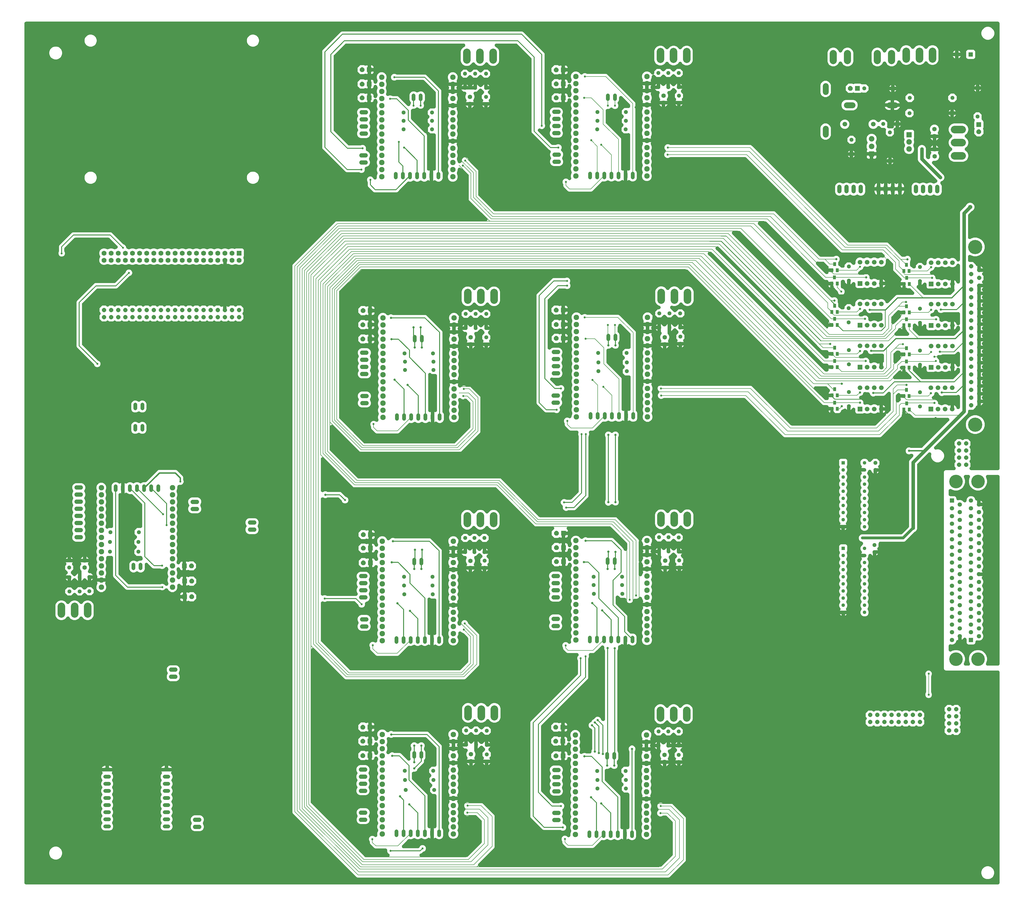
<source format=gbr>
G04 EAGLE Gerber RS-274X export*
G75*
%MOMM*%
%FSLAX34Y34*%
%LPD*%
%INTop Copper*%
%IPPOS*%
%AMOC8*
5,1,8,0,0,1.08239X$1,22.5*%
G01*
%ADD10R,1.676400X1.676400*%
%ADD11C,1.676400*%
%ADD12C,1.930400*%
%ADD13P,1.732040X8X112.500000*%
%ADD14C,1.600200*%
%ADD15P,1.429621X8X292.500000*%
%ADD16P,1.732040X8X292.500000*%
%ADD17P,1.429621X8X22.500000*%
%ADD18R,1.000000X1.400000*%
%ADD19C,2.095500*%
%ADD20C,1.320800*%
%ADD21C,2.540000*%
%ADD22R,1.980000X1.980000*%
%ADD23C,1.980000*%
%ADD24P,1.814519X8X22.500000*%
%ADD25P,1.814519X8X112.500000*%
%ADD26P,1.814519X8X202.500000*%
%ADD27P,1.539592X8X22.500000*%
%ADD28P,1.429621X8X202.500000*%
%ADD29P,1.539592X8X202.500000*%
%ADD30P,1.429621X8X112.500000*%
%ADD31C,1.524000*%
%ADD32C,2.705100*%
%ADD33R,1.295400X1.295400*%
%ADD34C,1.295400*%
%ADD35R,1.778000X1.778000*%
%ADD36C,1.778000*%
%ADD37R,1.550000X1.550000*%
%ADD38C,1.550000*%
%ADD39C,4.850000*%
%ADD40P,1.649562X8X112.500000*%
%ADD41C,5.080000*%
%ADD42P,1.649562X8X22.500000*%
%ADD43R,1.650000X1.650000*%
%ADD44C,1.650000*%
%ADD45P,1.649562X8X292.500000*%
%ADD46P,1.649562X8X202.500000*%
%ADD47C,0.304800*%
%ADD48C,0.756400*%
%ADD49C,0.806400*%
%ADD50C,0.200000*%
%ADD51C,1.270000*%
%ADD52C,0.254000*%
%ADD53C,0.406400*%
%ADD54C,0.508000*%
%ADD55C,1.000000*%
%ADD56C,1.500000*%
%ADD57C,0.706400*%
%ADD58C,1.200000*%

G36*
X3485650Y8100D02*
X3485650Y8100D01*
X3485653Y8100D01*
X3485656Y8100D01*
X3486009Y8120D01*
X3486361Y8140D01*
X3486364Y8141D01*
X3486367Y8141D01*
X3486707Y8199D01*
X3487064Y8260D01*
X3487067Y8261D01*
X3487069Y8261D01*
X3487391Y8354D01*
X3487748Y8457D01*
X3487751Y8458D01*
X3487754Y8459D01*
X3488075Y8593D01*
X3488406Y8730D01*
X3488409Y8731D01*
X3488411Y8732D01*
X3488729Y8909D01*
X3489030Y9075D01*
X3489032Y9076D01*
X3489035Y9078D01*
X3489319Y9280D01*
X3489611Y9487D01*
X3489613Y9489D01*
X3489615Y9491D01*
X3489873Y9721D01*
X3490142Y9962D01*
X3490144Y9964D01*
X3490146Y9966D01*
X3490385Y10235D01*
X3490616Y10494D01*
X3490618Y10496D01*
X3490620Y10498D01*
X3490821Y10783D01*
X3491028Y11075D01*
X3491030Y11077D01*
X3491031Y11080D01*
X3491198Y11383D01*
X3491372Y11699D01*
X3491373Y11701D01*
X3491375Y11704D01*
X3491507Y12024D01*
X3491645Y12357D01*
X3491645Y12360D01*
X3491646Y12362D01*
X3491741Y12693D01*
X3491841Y13042D01*
X3491842Y13044D01*
X3491842Y13047D01*
X3491902Y13401D01*
X3491960Y13744D01*
X3491960Y13747D01*
X3491961Y13750D01*
X3491999Y14450D01*
X3491999Y766550D01*
X3491999Y766553D01*
X3491999Y766556D01*
X3491979Y766903D01*
X3491959Y767261D01*
X3491959Y767264D01*
X3491959Y767267D01*
X3491900Y767607D01*
X3491840Y767964D01*
X3491839Y767966D01*
X3491839Y767969D01*
X3491739Y768312D01*
X3491643Y768648D01*
X3491641Y768651D01*
X3491641Y768654D01*
X3491506Y768978D01*
X3491370Y769306D01*
X3491368Y769309D01*
X3491367Y769311D01*
X3491200Y769614D01*
X3491025Y769930D01*
X3491023Y769932D01*
X3491022Y769935D01*
X3490816Y770224D01*
X3490613Y770511D01*
X3490611Y770513D01*
X3490609Y770515D01*
X3490369Y770783D01*
X3490138Y771042D01*
X3490135Y771044D01*
X3490134Y771046D01*
X3489866Y771284D01*
X3489606Y771516D01*
X3489604Y771518D01*
X3489602Y771520D01*
X3489322Y771717D01*
X3489025Y771928D01*
X3489022Y771930D01*
X3489020Y771931D01*
X3488730Y772091D01*
X3488401Y772272D01*
X3488398Y772273D01*
X3488396Y772275D01*
X3488078Y772406D01*
X3487743Y772544D01*
X3487740Y772545D01*
X3487737Y772546D01*
X3487408Y772641D01*
X3487058Y772741D01*
X3487055Y772742D01*
X3487053Y772742D01*
X3486699Y772802D01*
X3486356Y772860D01*
X3486353Y772860D01*
X3486350Y772861D01*
X3485650Y772899D01*
X3299809Y772899D01*
X3296685Y774193D01*
X3294293Y776585D01*
X3292999Y779709D01*
X3292999Y1482091D01*
X3294293Y1485215D01*
X3296685Y1487607D01*
X3299809Y1488901D01*
X3328980Y1488901D01*
X3328981Y1488901D01*
X3328983Y1488901D01*
X3329350Y1488922D01*
X3329691Y1488941D01*
X3329692Y1488941D01*
X3329694Y1488941D01*
X3330077Y1489006D01*
X3330393Y1489060D01*
X3330395Y1489060D01*
X3330396Y1489061D01*
X3330771Y1489169D01*
X3331078Y1489257D01*
X3331079Y1489258D01*
X3331081Y1489258D01*
X3331383Y1489384D01*
X3331736Y1489530D01*
X3331738Y1489531D01*
X3331739Y1489531D01*
X3332032Y1489694D01*
X3332360Y1489875D01*
X3332361Y1489876D01*
X3332362Y1489877D01*
X3332693Y1490112D01*
X3332940Y1490287D01*
X3332941Y1490288D01*
X3332943Y1490289D01*
X3333216Y1490534D01*
X3333471Y1490762D01*
X3333472Y1490763D01*
X3333473Y1490764D01*
X3333683Y1491000D01*
X3333946Y1491294D01*
X3333947Y1491295D01*
X3333948Y1491296D01*
X3334137Y1491564D01*
X3334358Y1491875D01*
X3334359Y1491876D01*
X3334359Y1491878D01*
X3334525Y1492178D01*
X3334702Y1492499D01*
X3334703Y1492500D01*
X3334703Y1492501D01*
X3334828Y1492804D01*
X3334974Y1493157D01*
X3334975Y1493159D01*
X3334975Y1493160D01*
X3335061Y1493458D01*
X3335171Y1493842D01*
X3335171Y1493843D01*
X3335172Y1493845D01*
X3335230Y1494191D01*
X3335290Y1494544D01*
X3335290Y1494546D01*
X3335290Y1494547D01*
X3335310Y1494917D01*
X3335329Y1495256D01*
X3335329Y1495257D01*
X3335329Y1495259D01*
X3335308Y1495632D01*
X3335288Y1495967D01*
X3335288Y1495968D01*
X3335288Y1495970D01*
X3335224Y1496342D01*
X3335168Y1496669D01*
X3335168Y1496670D01*
X3335168Y1496672D01*
X3335072Y1497003D01*
X3334970Y1497354D01*
X3334970Y1497355D01*
X3334969Y1497356D01*
X3334834Y1497682D01*
X3334697Y1498011D01*
X3334696Y1498013D01*
X3334696Y1498014D01*
X3334511Y1498347D01*
X3334352Y1498635D01*
X3334351Y1498636D01*
X3334350Y1498637D01*
X3334120Y1498961D01*
X3333939Y1499215D01*
X3333938Y1499216D01*
X3333937Y1499217D01*
X3333469Y1499740D01*
X3331679Y1501530D01*
X3331679Y1514470D01*
X3333419Y1516210D01*
X3333421Y1516213D01*
X3333423Y1516214D01*
X3333653Y1516472D01*
X3333894Y1516742D01*
X3333896Y1516744D01*
X3333898Y1516746D01*
X3334091Y1517019D01*
X3334306Y1517323D01*
X3334308Y1517325D01*
X3334309Y1517328D01*
X3334486Y1517649D01*
X3334651Y1517946D01*
X3334652Y1517949D01*
X3334653Y1517951D01*
X3334790Y1518282D01*
X3334923Y1518605D01*
X3334924Y1518607D01*
X3334925Y1518610D01*
X3335017Y1518929D01*
X3335120Y1519289D01*
X3335121Y1519292D01*
X3335122Y1519295D01*
X3335182Y1519656D01*
X3335239Y1519992D01*
X3335240Y1519994D01*
X3335240Y1519997D01*
X3335259Y1520348D01*
X3335279Y1520703D01*
X3335279Y1520706D01*
X3335279Y1520709D01*
X3335259Y1521059D01*
X3335239Y1521414D01*
X3335238Y1521417D01*
X3335238Y1521420D01*
X3335180Y1521758D01*
X3335119Y1522116D01*
X3335118Y1522119D01*
X3335118Y1522122D01*
X3335022Y1522452D01*
X3334921Y1522801D01*
X3334920Y1522804D01*
X3334919Y1522806D01*
X3334782Y1523137D01*
X3334648Y1523459D01*
X3334647Y1523461D01*
X3334646Y1523464D01*
X3334480Y1523763D01*
X3334303Y1524082D01*
X3334302Y1524084D01*
X3334300Y1524087D01*
X3334086Y1524388D01*
X3333890Y1524663D01*
X3333889Y1524665D01*
X3333887Y1524667D01*
X3333419Y1525190D01*
X3331679Y1526930D01*
X3331679Y1539870D01*
X3333419Y1541610D01*
X3333421Y1541613D01*
X3333423Y1541614D01*
X3333653Y1541872D01*
X3333894Y1542142D01*
X3333896Y1542144D01*
X3333898Y1542146D01*
X3334087Y1542414D01*
X3334306Y1542723D01*
X3334308Y1542725D01*
X3334309Y1542728D01*
X3334486Y1543049D01*
X3334651Y1543346D01*
X3334652Y1543349D01*
X3334653Y1543351D01*
X3334785Y1543671D01*
X3334923Y1544005D01*
X3334924Y1544007D01*
X3334925Y1544010D01*
X3335022Y1544346D01*
X3335120Y1544689D01*
X3335121Y1544692D01*
X3335122Y1544695D01*
X3335181Y1545050D01*
X3335239Y1545392D01*
X3335240Y1545394D01*
X3335240Y1545397D01*
X3335259Y1545748D01*
X3335279Y1546103D01*
X3335279Y1546106D01*
X3335279Y1546109D01*
X3335259Y1546456D01*
X3335239Y1546814D01*
X3335238Y1546817D01*
X3335238Y1546820D01*
X3335181Y1547156D01*
X3335119Y1547516D01*
X3335118Y1547519D01*
X3335118Y1547522D01*
X3335020Y1547858D01*
X3334921Y1548201D01*
X3334920Y1548204D01*
X3334919Y1548206D01*
X3334782Y1548537D01*
X3334648Y1548859D01*
X3334647Y1548861D01*
X3334646Y1548864D01*
X3334472Y1549177D01*
X3334303Y1549482D01*
X3334302Y1549484D01*
X3334300Y1549487D01*
X3334083Y1549792D01*
X3333890Y1550063D01*
X3333889Y1550065D01*
X3333887Y1550067D01*
X3333419Y1550590D01*
X3331679Y1552330D01*
X3331679Y1565270D01*
X3333419Y1567010D01*
X3333421Y1567013D01*
X3333423Y1567014D01*
X3333652Y1567270D01*
X3333894Y1567542D01*
X3333896Y1567544D01*
X3333898Y1567546D01*
X3334093Y1567823D01*
X3334306Y1568123D01*
X3334308Y1568125D01*
X3334309Y1568128D01*
X3334484Y1568444D01*
X3334651Y1568746D01*
X3334652Y1568749D01*
X3334653Y1568751D01*
X3334790Y1569082D01*
X3334923Y1569405D01*
X3334924Y1569407D01*
X3334925Y1569410D01*
X3335018Y1569733D01*
X3335120Y1570089D01*
X3335121Y1570092D01*
X3335122Y1570095D01*
X3335183Y1570457D01*
X3335239Y1570792D01*
X3335240Y1570794D01*
X3335240Y1570797D01*
X3335259Y1571148D01*
X3335279Y1571503D01*
X3335279Y1571506D01*
X3335279Y1571509D01*
X3335259Y1571859D01*
X3335239Y1572214D01*
X3335238Y1572217D01*
X3335238Y1572220D01*
X3335179Y1572566D01*
X3335119Y1572916D01*
X3335118Y1572919D01*
X3335118Y1572922D01*
X3335020Y1573259D01*
X3334921Y1573601D01*
X3334920Y1573604D01*
X3334919Y1573606D01*
X3334784Y1573932D01*
X3334648Y1574259D01*
X3334647Y1574261D01*
X3334646Y1574264D01*
X3334471Y1574579D01*
X3334303Y1574882D01*
X3334302Y1574884D01*
X3334300Y1574887D01*
X3334083Y1575192D01*
X3333890Y1575463D01*
X3333889Y1575465D01*
X3333887Y1575467D01*
X3333419Y1575990D01*
X3331679Y1577730D01*
X3331679Y1590670D01*
X3340830Y1599821D01*
X3353770Y1599821D01*
X3355510Y1598081D01*
X3355513Y1598079D01*
X3355514Y1598077D01*
X3355772Y1597847D01*
X3356042Y1597606D01*
X3356044Y1597604D01*
X3356046Y1597602D01*
X3356339Y1597395D01*
X3356623Y1597194D01*
X3356625Y1597192D01*
X3356628Y1597191D01*
X3356949Y1597013D01*
X3357246Y1596849D01*
X3357249Y1596848D01*
X3357251Y1596847D01*
X3357597Y1596704D01*
X3357904Y1596577D01*
X3357907Y1596576D01*
X3357910Y1596575D01*
X3358263Y1596474D01*
X3358589Y1596380D01*
X3358592Y1596379D01*
X3358595Y1596378D01*
X3358960Y1596317D01*
X3359292Y1596261D01*
X3359294Y1596260D01*
X3359297Y1596260D01*
X3359663Y1596240D01*
X3360003Y1596221D01*
X3360006Y1596221D01*
X3360009Y1596221D01*
X3360360Y1596241D01*
X3360714Y1596261D01*
X3360717Y1596262D01*
X3360720Y1596262D01*
X3361063Y1596321D01*
X3361416Y1596381D01*
X3361419Y1596382D01*
X3361422Y1596382D01*
X3361763Y1596481D01*
X3362101Y1596579D01*
X3362103Y1596580D01*
X3362106Y1596581D01*
X3362437Y1596718D01*
X3362759Y1596852D01*
X3362761Y1596853D01*
X3362764Y1596854D01*
X3363079Y1597029D01*
X3363382Y1597197D01*
X3363384Y1597198D01*
X3363387Y1597200D01*
X3363677Y1597406D01*
X3363963Y1597609D01*
X3363965Y1597611D01*
X3363967Y1597613D01*
X3364490Y1598081D01*
X3366230Y1599821D01*
X3379170Y1599821D01*
X3388321Y1590670D01*
X3388321Y1577730D01*
X3386581Y1575990D01*
X3386579Y1575987D01*
X3386577Y1575986D01*
X3386347Y1575728D01*
X3386106Y1575458D01*
X3386104Y1575456D01*
X3386102Y1575454D01*
X3385895Y1575161D01*
X3385694Y1574877D01*
X3385692Y1574875D01*
X3385691Y1574872D01*
X3385514Y1574552D01*
X3385349Y1574254D01*
X3385348Y1574251D01*
X3385347Y1574249D01*
X3385199Y1573891D01*
X3385077Y1573596D01*
X3385076Y1573593D01*
X3385075Y1573590D01*
X3384974Y1573237D01*
X3384880Y1572911D01*
X3384879Y1572908D01*
X3384878Y1572905D01*
X3384817Y1572540D01*
X3384761Y1572208D01*
X3384760Y1572206D01*
X3384760Y1572203D01*
X3384740Y1571837D01*
X3384721Y1571497D01*
X3384721Y1571494D01*
X3384721Y1571491D01*
X3384742Y1571132D01*
X3384761Y1570786D01*
X3384762Y1570783D01*
X3384762Y1570780D01*
X3384821Y1570437D01*
X3384881Y1570084D01*
X3384882Y1570081D01*
X3384882Y1570078D01*
X3384984Y1569728D01*
X3385079Y1569399D01*
X3385080Y1569397D01*
X3385081Y1569394D01*
X3385218Y1569063D01*
X3385352Y1568741D01*
X3385353Y1568739D01*
X3385354Y1568736D01*
X3385529Y1568421D01*
X3385697Y1568118D01*
X3385698Y1568116D01*
X3385700Y1568113D01*
X3385911Y1567817D01*
X3386109Y1567537D01*
X3386111Y1567535D01*
X3386113Y1567533D01*
X3386581Y1567010D01*
X3388321Y1565270D01*
X3388321Y1552330D01*
X3386581Y1550590D01*
X3386579Y1550587D01*
X3386577Y1550586D01*
X3386347Y1550328D01*
X3386106Y1550058D01*
X3386104Y1550056D01*
X3386102Y1550054D01*
X3385895Y1549761D01*
X3385694Y1549477D01*
X3385692Y1549475D01*
X3385691Y1549472D01*
X3385511Y1549147D01*
X3385349Y1548854D01*
X3385348Y1548851D01*
X3385347Y1548849D01*
X3385199Y1548491D01*
X3385077Y1548196D01*
X3385076Y1548193D01*
X3385075Y1548190D01*
X3384973Y1547834D01*
X3384880Y1547511D01*
X3384879Y1547508D01*
X3384878Y1547505D01*
X3384817Y1547140D01*
X3384761Y1546808D01*
X3384760Y1546806D01*
X3384760Y1546803D01*
X3384740Y1546437D01*
X3384721Y1546097D01*
X3384721Y1546094D01*
X3384721Y1546091D01*
X3384742Y1545729D01*
X3384761Y1545386D01*
X3384762Y1545383D01*
X3384762Y1545380D01*
X3384822Y1545031D01*
X3384881Y1544684D01*
X3384882Y1544681D01*
X3384882Y1544678D01*
X3384985Y1544322D01*
X3385079Y1543999D01*
X3385080Y1543997D01*
X3385081Y1543994D01*
X3385219Y1543661D01*
X3385352Y1543341D01*
X3385353Y1543339D01*
X3385354Y1543336D01*
X3385533Y1543014D01*
X3385697Y1542718D01*
X3385698Y1542716D01*
X3385700Y1542713D01*
X3385913Y1542414D01*
X3386109Y1542137D01*
X3386111Y1542135D01*
X3386113Y1542133D01*
X3386581Y1541610D01*
X3388321Y1539870D01*
X3388321Y1526930D01*
X3386581Y1525190D01*
X3386579Y1525187D01*
X3386577Y1525186D01*
X3386347Y1524928D01*
X3386106Y1524658D01*
X3386104Y1524656D01*
X3386102Y1524654D01*
X3385887Y1524350D01*
X3385694Y1524077D01*
X3385692Y1524075D01*
X3385691Y1524072D01*
X3385514Y1523752D01*
X3385349Y1523454D01*
X3385348Y1523451D01*
X3385347Y1523449D01*
X3385198Y1523088D01*
X3385077Y1522796D01*
X3385076Y1522793D01*
X3385075Y1522790D01*
X3384973Y1522434D01*
X3384880Y1522111D01*
X3384879Y1522108D01*
X3384878Y1522105D01*
X3384815Y1521729D01*
X3384761Y1521408D01*
X3384760Y1521406D01*
X3384760Y1521403D01*
X3384740Y1521030D01*
X3384721Y1520697D01*
X3384721Y1520694D01*
X3384721Y1520691D01*
X3384742Y1520332D01*
X3384761Y1519986D01*
X3384762Y1519983D01*
X3384762Y1519980D01*
X3384823Y1519626D01*
X3384881Y1519284D01*
X3384882Y1519281D01*
X3384882Y1519278D01*
X3384981Y1518937D01*
X3385079Y1518599D01*
X3385080Y1518597D01*
X3385081Y1518594D01*
X3385218Y1518263D01*
X3385352Y1517941D01*
X3385353Y1517939D01*
X3385354Y1517936D01*
X3385529Y1517621D01*
X3385697Y1517318D01*
X3385698Y1517316D01*
X3385700Y1517313D01*
X3385909Y1517019D01*
X3386109Y1516737D01*
X3386111Y1516735D01*
X3386113Y1516733D01*
X3386581Y1516210D01*
X3388321Y1514470D01*
X3388321Y1501530D01*
X3386531Y1499740D01*
X3386530Y1499738D01*
X3386529Y1499738D01*
X3386304Y1499486D01*
X3386056Y1499208D01*
X3386055Y1499207D01*
X3386054Y1499206D01*
X3385832Y1498893D01*
X3385644Y1498627D01*
X3385643Y1498626D01*
X3385642Y1498625D01*
X3385450Y1498276D01*
X3385299Y1498004D01*
X3385299Y1498002D01*
X3385298Y1498001D01*
X3385140Y1497620D01*
X3385027Y1497345D01*
X3385026Y1497344D01*
X3385026Y1497343D01*
X3384912Y1496947D01*
X3384830Y1496661D01*
X3384829Y1496660D01*
X3384829Y1496658D01*
X3384764Y1496271D01*
X3384711Y1495958D01*
X3384711Y1495957D01*
X3384710Y1495956D01*
X3384690Y1495587D01*
X3384671Y1495247D01*
X3384671Y1495246D01*
X3384671Y1495244D01*
X3384691Y1494898D01*
X3384711Y1494536D01*
X3384712Y1494534D01*
X3384712Y1494533D01*
X3384770Y1494191D01*
X3384831Y1493834D01*
X3384831Y1493832D01*
X3384832Y1493831D01*
X3384928Y1493497D01*
X3385029Y1493149D01*
X3385029Y1493148D01*
X3385030Y1493146D01*
X3385169Y1492811D01*
X3385302Y1492491D01*
X3385302Y1492490D01*
X3385303Y1492489D01*
X3385480Y1492168D01*
X3385647Y1491868D01*
X3385648Y1491867D01*
X3385648Y1491865D01*
X3385852Y1491578D01*
X3386059Y1491287D01*
X3386060Y1491286D01*
X3386061Y1491285D01*
X3386293Y1491027D01*
X3386535Y1490756D01*
X3386536Y1490755D01*
X3386537Y1490754D01*
X3386845Y1490479D01*
X3387066Y1490282D01*
X3387067Y1490281D01*
X3387069Y1490280D01*
X3387363Y1490072D01*
X3387648Y1489870D01*
X3387649Y1489870D01*
X3387650Y1489869D01*
X3387957Y1489700D01*
X3388272Y1489527D01*
X3388273Y1489526D01*
X3388274Y1489525D01*
X3388598Y1489392D01*
X3388930Y1489255D01*
X3388932Y1489254D01*
X3388933Y1489254D01*
X3389251Y1489163D01*
X3389615Y1489058D01*
X3389616Y1489058D01*
X3389618Y1489058D01*
X3389981Y1488997D01*
X3390317Y1488940D01*
X3390319Y1488940D01*
X3390320Y1488939D01*
X3391020Y1488901D01*
X3485650Y1488901D01*
X3485653Y1488901D01*
X3485656Y1488901D01*
X3486003Y1488921D01*
X3486361Y1488941D01*
X3486364Y1488941D01*
X3486367Y1488941D01*
X3486707Y1489000D01*
X3487064Y1489060D01*
X3487066Y1489061D01*
X3487069Y1489061D01*
X3487414Y1489161D01*
X3487748Y1489257D01*
X3487751Y1489259D01*
X3487754Y1489259D01*
X3488078Y1489394D01*
X3488406Y1489530D01*
X3488409Y1489532D01*
X3488411Y1489533D01*
X3488723Y1489705D01*
X3489030Y1489875D01*
X3489032Y1489877D01*
X3489035Y1489878D01*
X3489332Y1490089D01*
X3489611Y1490287D01*
X3489613Y1490289D01*
X3489615Y1490291D01*
X3489879Y1490527D01*
X3490142Y1490762D01*
X3490143Y1490764D01*
X3490146Y1490766D01*
X3490384Y1491034D01*
X3490616Y1491294D01*
X3490618Y1491296D01*
X3490620Y1491298D01*
X3490809Y1491566D01*
X3491028Y1491875D01*
X3491030Y1491878D01*
X3491031Y1491880D01*
X3491194Y1492176D01*
X3491372Y1492499D01*
X3491373Y1492501D01*
X3491375Y1492504D01*
X3491499Y1492804D01*
X3491644Y1493157D01*
X3491645Y1493160D01*
X3491646Y1493163D01*
X3491733Y1493465D01*
X3491841Y1493842D01*
X3491842Y1493845D01*
X3491842Y1493847D01*
X3491901Y1494198D01*
X3491960Y1494544D01*
X3491960Y1494547D01*
X3491961Y1494550D01*
X3491999Y1495250D01*
X3491999Y3085750D01*
X3491999Y3085753D01*
X3491999Y3085756D01*
X3491979Y3086114D01*
X3491959Y3086461D01*
X3491959Y3086464D01*
X3491959Y3086467D01*
X3491898Y3086822D01*
X3491840Y3087163D01*
X3491839Y3087166D01*
X3491839Y3087169D01*
X3491738Y3087517D01*
X3491643Y3087848D01*
X3491641Y3087850D01*
X3491641Y3087853D01*
X3491503Y3088185D01*
X3491370Y3088506D01*
X3491368Y3088509D01*
X3491367Y3088511D01*
X3491191Y3088830D01*
X3491025Y3089129D01*
X3491023Y3089132D01*
X3491022Y3089134D01*
X3490802Y3089444D01*
X3490613Y3089710D01*
X3490611Y3089712D01*
X3490609Y3089715D01*
X3490360Y3089992D01*
X3490138Y3090241D01*
X3490135Y3090243D01*
X3490133Y3090245D01*
X3489867Y3090483D01*
X3489606Y3090716D01*
X3489604Y3090717D01*
X3489602Y3090719D01*
X3489317Y3090920D01*
X3489025Y3091128D01*
X3489022Y3091129D01*
X3489020Y3091131D01*
X3488709Y3091302D01*
X3488401Y3091472D01*
X3488399Y3091473D01*
X3488396Y3091474D01*
X3488065Y3091611D01*
X3487743Y3091744D01*
X3487740Y3091745D01*
X3487737Y3091746D01*
X3487395Y3091844D01*
X3487058Y3091941D01*
X3487055Y3091941D01*
X3487052Y3091942D01*
X3486699Y3092001D01*
X3486356Y3092060D01*
X3486353Y3092060D01*
X3486350Y3092060D01*
X3485650Y3092099D01*
X3485644Y3092099D01*
X14350Y3092000D01*
X14347Y3092000D01*
X14344Y3092000D01*
X13991Y3091980D01*
X13639Y3091960D01*
X13636Y3091959D01*
X13633Y3091959D01*
X13293Y3091901D01*
X12936Y3091840D01*
X12933Y3091839D01*
X12931Y3091839D01*
X12605Y3091745D01*
X12252Y3091643D01*
X12249Y3091642D01*
X12246Y3091641D01*
X11925Y3091507D01*
X11594Y3091370D01*
X11591Y3091369D01*
X11589Y3091368D01*
X11271Y3091191D01*
X10970Y3091025D01*
X10968Y3091024D01*
X10965Y3091022D01*
X10681Y3090820D01*
X10389Y3090613D01*
X10387Y3090611D01*
X10385Y3090609D01*
X10127Y3090379D01*
X9858Y3090138D01*
X9856Y3090136D01*
X9854Y3090134D01*
X9615Y3089865D01*
X9384Y3089606D01*
X9382Y3089604D01*
X9380Y3089602D01*
X9179Y3089317D01*
X8972Y3089025D01*
X8970Y3089023D01*
X8969Y3089020D01*
X8802Y3088717D01*
X8628Y3088401D01*
X8627Y3088399D01*
X8625Y3088396D01*
X8493Y3088076D01*
X8355Y3087743D01*
X8355Y3087740D01*
X8354Y3087738D01*
X8253Y3087387D01*
X8159Y3087058D01*
X8158Y3087056D01*
X8158Y3087053D01*
X8098Y3086699D01*
X8040Y3086356D01*
X8040Y3086353D01*
X8039Y3086350D01*
X8001Y3085650D01*
X8001Y14350D01*
X8001Y14347D01*
X8001Y14344D01*
X8021Y13986D01*
X8041Y13639D01*
X8041Y13636D01*
X8041Y13633D01*
X8102Y13278D01*
X8160Y12937D01*
X8161Y12934D01*
X8161Y12931D01*
X8262Y12583D01*
X8357Y12252D01*
X8359Y12250D01*
X8359Y12247D01*
X8497Y11915D01*
X8630Y11594D01*
X8632Y11591D01*
X8633Y11589D01*
X8809Y11270D01*
X8975Y10971D01*
X8977Y10968D01*
X8978Y10966D01*
X9198Y10656D01*
X9387Y10390D01*
X9389Y10388D01*
X9391Y10385D01*
X9640Y10108D01*
X9862Y9859D01*
X9865Y9857D01*
X9867Y9855D01*
X10133Y9617D01*
X10394Y9384D01*
X10396Y9383D01*
X10398Y9381D01*
X10683Y9180D01*
X10975Y8972D01*
X10978Y8971D01*
X10980Y8969D01*
X11291Y8798D01*
X11599Y8628D01*
X11601Y8627D01*
X11604Y8626D01*
X11935Y8489D01*
X12257Y8356D01*
X12260Y8355D01*
X12263Y8354D01*
X12605Y8256D01*
X12942Y8159D01*
X12945Y8159D01*
X12948Y8158D01*
X13301Y8099D01*
X13644Y8040D01*
X13647Y8040D01*
X13650Y8040D01*
X14350Y8001D01*
X14356Y8001D01*
X3485650Y8100D01*
G37*
%LPC*%
G36*
X1198810Y32599D02*
X1198810Y32599D01*
X1195501Y33970D01*
X966770Y262701D01*
X965399Y266010D01*
X965399Y2220590D01*
X966770Y2223899D01*
X1120301Y2377430D01*
X1123610Y2378801D01*
X1656242Y2378801D01*
X1656243Y2378801D01*
X1656245Y2378801D01*
X1656610Y2378821D01*
X1656953Y2378841D01*
X1656955Y2378841D01*
X1656956Y2378841D01*
X1657334Y2378905D01*
X1657656Y2378960D01*
X1657657Y2378960D01*
X1657658Y2378961D01*
X1658023Y2379066D01*
X1658340Y2379157D01*
X1658341Y2379158D01*
X1658343Y2379158D01*
X1658646Y2379284D01*
X1658998Y2379430D01*
X1659000Y2379431D01*
X1659001Y2379431D01*
X1659328Y2379612D01*
X1659622Y2379775D01*
X1659623Y2379776D01*
X1659624Y2379777D01*
X1659948Y2380006D01*
X1660202Y2380187D01*
X1660203Y2380188D01*
X1660205Y2380189D01*
X1660501Y2380454D01*
X1660734Y2380662D01*
X1660734Y2380663D01*
X1660736Y2380664D01*
X1660997Y2380958D01*
X1661208Y2381194D01*
X1661209Y2381195D01*
X1661210Y2381196D01*
X1661407Y2381474D01*
X1661620Y2381775D01*
X1661621Y2381777D01*
X1661621Y2381778D01*
X1661780Y2382065D01*
X1661964Y2382399D01*
X1661965Y2382400D01*
X1661965Y2382401D01*
X1662098Y2382723D01*
X1662236Y2383057D01*
X1662237Y2383059D01*
X1662237Y2383060D01*
X1662333Y2383394D01*
X1662433Y2383742D01*
X1662433Y2383743D01*
X1662434Y2383745D01*
X1662497Y2384117D01*
X1662552Y2384444D01*
X1662552Y2384446D01*
X1662552Y2384447D01*
X1662572Y2384805D01*
X1662591Y2385156D01*
X1662591Y2385157D01*
X1662591Y2385159D01*
X1662571Y2385510D01*
X1662551Y2385867D01*
X1662550Y2385868D01*
X1662550Y2385870D01*
X1662490Y2386218D01*
X1662430Y2386569D01*
X1662430Y2386570D01*
X1662430Y2386572D01*
X1662331Y2386913D01*
X1662233Y2387254D01*
X1662232Y2387255D01*
X1662232Y2387256D01*
X1662096Y2387583D01*
X1661959Y2387911D01*
X1661958Y2387913D01*
X1661958Y2387914D01*
X1661790Y2388217D01*
X1661614Y2388535D01*
X1661613Y2388536D01*
X1661612Y2388537D01*
X1661404Y2388829D01*
X1661201Y2389115D01*
X1661200Y2389116D01*
X1661199Y2389117D01*
X1660731Y2389640D01*
X1599195Y2451177D01*
X1595770Y2454601D01*
X1594399Y2457910D01*
X1594399Y2543442D01*
X1594399Y2543446D01*
X1594399Y2543450D01*
X1594379Y2543804D01*
X1594359Y2544153D01*
X1594359Y2544157D01*
X1594358Y2544162D01*
X1594299Y2544509D01*
X1594240Y2544855D01*
X1594239Y2544859D01*
X1594238Y2544864D01*
X1594136Y2545216D01*
X1594043Y2545540D01*
X1594041Y2545544D01*
X1594040Y2545548D01*
X1593904Y2545874D01*
X1593770Y2546198D01*
X1593768Y2546202D01*
X1593766Y2546206D01*
X1593600Y2546505D01*
X1593425Y2546822D01*
X1593423Y2546825D01*
X1593420Y2546829D01*
X1593208Y2547128D01*
X1593013Y2547402D01*
X1593010Y2547405D01*
X1593007Y2547409D01*
X1592540Y2547931D01*
X1576273Y2564198D01*
X1576270Y2564201D01*
X1576267Y2564204D01*
X1576004Y2564438D01*
X1575742Y2564673D01*
X1575738Y2564675D01*
X1575735Y2564678D01*
X1575451Y2564879D01*
X1575161Y2565085D01*
X1575157Y2565087D01*
X1575154Y2565089D01*
X1574848Y2565257D01*
X1574537Y2565429D01*
X1574533Y2565431D01*
X1574530Y2565433D01*
X1574205Y2565567D01*
X1573879Y2565702D01*
X1573875Y2565703D01*
X1573871Y2565705D01*
X1573532Y2565801D01*
X1573194Y2565899D01*
X1573190Y2565899D01*
X1573186Y2565901D01*
X1572830Y2565961D01*
X1572492Y2566018D01*
X1572488Y2566018D01*
X1572484Y2566019D01*
X1571784Y2566057D01*
X1571696Y2566057D01*
X1567366Y2567851D01*
X1566992Y2568225D01*
X1566991Y2568226D01*
X1566990Y2568228D01*
X1566741Y2568449D01*
X1566460Y2568700D01*
X1566459Y2568701D01*
X1566458Y2568702D01*
X1566157Y2568916D01*
X1565879Y2569112D01*
X1565878Y2569113D01*
X1565877Y2569114D01*
X1565555Y2569291D01*
X1565256Y2569457D01*
X1565254Y2569457D01*
X1565253Y2569458D01*
X1564941Y2569587D01*
X1564598Y2569729D01*
X1564596Y2569730D01*
X1564595Y2569730D01*
X1564255Y2569828D01*
X1563913Y2569926D01*
X1563911Y2569927D01*
X1563910Y2569927D01*
X1563570Y2569985D01*
X1563211Y2570046D01*
X1563209Y2570046D01*
X1563208Y2570046D01*
X1562867Y2570065D01*
X1562499Y2570085D01*
X1562498Y2570085D01*
X1562496Y2570085D01*
X1562154Y2570066D01*
X1561788Y2570045D01*
X1561786Y2570045D01*
X1561785Y2570045D01*
X1561450Y2569987D01*
X1561086Y2569925D01*
X1561084Y2569925D01*
X1561083Y2569925D01*
X1560741Y2569826D01*
X1560401Y2569728D01*
X1560400Y2569727D01*
X1560398Y2569727D01*
X1560067Y2569589D01*
X1559743Y2569454D01*
X1559742Y2569454D01*
X1559741Y2569453D01*
X1559419Y2569275D01*
X1559120Y2569109D01*
X1559119Y2569109D01*
X1559117Y2569108D01*
X1558848Y2568916D01*
X1558539Y2568697D01*
X1558538Y2568696D01*
X1558537Y2568695D01*
X1558274Y2568459D01*
X1558008Y2568222D01*
X1558007Y2568220D01*
X1558006Y2568219D01*
X1557767Y2567951D01*
X1557534Y2567690D01*
X1557533Y2567689D01*
X1557532Y2567688D01*
X1557313Y2567377D01*
X1557122Y2567108D01*
X1557122Y2567107D01*
X1557121Y2567106D01*
X1556939Y2566776D01*
X1556779Y2566485D01*
X1556778Y2566483D01*
X1556777Y2566482D01*
X1556628Y2566119D01*
X1556507Y2565826D01*
X1556506Y2565825D01*
X1556506Y2565823D01*
X1556408Y2565481D01*
X1556310Y2565141D01*
X1556310Y2565140D01*
X1556310Y2565138D01*
X1556249Y2564776D01*
X1556192Y2564439D01*
X1556192Y2564437D01*
X1556191Y2564436D01*
X1556153Y2563736D01*
X1556153Y2559789D01*
X1553353Y2553030D01*
X1553352Y2553026D01*
X1553350Y2553022D01*
X1553237Y2552699D01*
X1553118Y2552357D01*
X1553117Y2552353D01*
X1553115Y2552349D01*
X1553039Y2552010D01*
X1552959Y2551663D01*
X1552959Y2551658D01*
X1552958Y2551654D01*
X1552918Y2551299D01*
X1552880Y2550955D01*
X1552880Y2550950D01*
X1552879Y2550946D01*
X1552880Y2550588D01*
X1552880Y2550242D01*
X1552880Y2550238D01*
X1552880Y2550234D01*
X1552921Y2549881D01*
X1552960Y2549534D01*
X1552961Y2549530D01*
X1552961Y2549526D01*
X1553039Y2549189D01*
X1553119Y2548840D01*
X1553120Y2548836D01*
X1553121Y2548832D01*
X1553353Y2548170D01*
X1556153Y2541411D01*
X1556153Y2534389D01*
X1553465Y2527901D01*
X1548499Y2522935D01*
X1542011Y2520247D01*
X1534989Y2520247D01*
X1528501Y2522935D01*
X1523535Y2527901D01*
X1520847Y2534389D01*
X1520847Y2541411D01*
X1523647Y2548170D01*
X1523648Y2548174D01*
X1523650Y2548178D01*
X1523761Y2548497D01*
X1523882Y2548843D01*
X1523883Y2548847D01*
X1523885Y2548851D01*
X1523959Y2549178D01*
X1524041Y2549537D01*
X1524041Y2549542D01*
X1524042Y2549546D01*
X1524081Y2549892D01*
X1524120Y2550245D01*
X1524120Y2550250D01*
X1524121Y2550254D01*
X1524120Y2550612D01*
X1524120Y2550958D01*
X1524120Y2550962D01*
X1524120Y2550966D01*
X1524078Y2551329D01*
X1524040Y2551666D01*
X1524039Y2551670D01*
X1524039Y2551674D01*
X1523959Y2552019D01*
X1523881Y2552360D01*
X1523880Y2552364D01*
X1523879Y2552368D01*
X1523647Y2553030D01*
X1520847Y2559789D01*
X1520847Y2566811D01*
X1523647Y2573570D01*
X1523648Y2573574D01*
X1523650Y2573578D01*
X1523764Y2573905D01*
X1523882Y2574243D01*
X1523883Y2574247D01*
X1523885Y2574251D01*
X1523961Y2574589D01*
X1524041Y2574937D01*
X1524041Y2574942D01*
X1524042Y2574946D01*
X1524081Y2575292D01*
X1524120Y2575645D01*
X1524120Y2575650D01*
X1524121Y2575654D01*
X1524120Y2576012D01*
X1524120Y2576358D01*
X1524120Y2576362D01*
X1524120Y2576366D01*
X1524080Y2576715D01*
X1524040Y2577066D01*
X1524039Y2577070D01*
X1524039Y2577074D01*
X1523962Y2577406D01*
X1523881Y2577760D01*
X1523880Y2577764D01*
X1523879Y2577768D01*
X1523647Y2578430D01*
X1520847Y2585189D01*
X1520847Y2592211D01*
X1523647Y2598970D01*
X1523648Y2598974D01*
X1523650Y2598978D01*
X1523763Y2599301D01*
X1523882Y2599643D01*
X1523883Y2599647D01*
X1523885Y2599651D01*
X1523961Y2599988D01*
X1524041Y2600337D01*
X1524041Y2600342D01*
X1524042Y2600346D01*
X1524080Y2600690D01*
X1524120Y2601045D01*
X1524120Y2601050D01*
X1524121Y2601054D01*
X1524120Y2601406D01*
X1524120Y2601758D01*
X1524120Y2601762D01*
X1524120Y2601766D01*
X1524079Y2602121D01*
X1524040Y2602466D01*
X1524039Y2602470D01*
X1524039Y2602474D01*
X1523962Y2602808D01*
X1523881Y2603160D01*
X1523880Y2603164D01*
X1523879Y2603168D01*
X1523647Y2603830D01*
X1520847Y2610589D01*
X1520847Y2617611D01*
X1523647Y2624370D01*
X1523648Y2624374D01*
X1523650Y2624378D01*
X1523764Y2624705D01*
X1523882Y2625043D01*
X1523883Y2625047D01*
X1523885Y2625051D01*
X1523962Y2625391D01*
X1524041Y2625737D01*
X1524041Y2625742D01*
X1524042Y2625746D01*
X1524080Y2626089D01*
X1524120Y2626445D01*
X1524120Y2626450D01*
X1524121Y2626454D01*
X1524120Y2626810D01*
X1524120Y2627158D01*
X1524120Y2627162D01*
X1524120Y2627166D01*
X1524078Y2627529D01*
X1524040Y2627866D01*
X1524039Y2627870D01*
X1524039Y2627874D01*
X1523959Y2628219D01*
X1523881Y2628560D01*
X1523880Y2628564D01*
X1523879Y2628568D01*
X1523647Y2629230D01*
X1520847Y2635989D01*
X1520847Y2643011D01*
X1523606Y2649671D01*
X1523638Y2649716D01*
X1523784Y2649908D01*
X1523844Y2650006D01*
X1523910Y2650100D01*
X1524027Y2650312D01*
X1524151Y2650518D01*
X1524199Y2650623D01*
X1524255Y2650724D01*
X1524347Y2650946D01*
X1524447Y2651166D01*
X1524483Y2651276D01*
X1524528Y2651382D01*
X1524594Y2651614D01*
X1524669Y2651843D01*
X1524693Y2651956D01*
X1524725Y2652067D01*
X1524765Y2652305D01*
X1524814Y2652541D01*
X1524824Y2652656D01*
X1524844Y2652769D01*
X1524857Y2653010D01*
X1524879Y2653250D01*
X1524877Y2653365D01*
X1524883Y2653481D01*
X1524870Y2653721D01*
X1524865Y2653962D01*
X1524850Y2654077D01*
X1524843Y2654192D01*
X1524803Y2654430D01*
X1524771Y2654669D01*
X1524743Y2654780D01*
X1524723Y2654894D01*
X1524656Y2655126D01*
X1524598Y2655360D01*
X1524558Y2655468D01*
X1524526Y2655579D01*
X1524434Y2655801D01*
X1524349Y2656027D01*
X1524296Y2656132D01*
X1524253Y2656237D01*
X1524142Y2656437D01*
X1524033Y2656653D01*
X1523533Y2657519D01*
X1523105Y2658551D01*
X1538500Y2658551D01*
X1553895Y2658551D01*
X1553467Y2657519D01*
X1552967Y2656653D01*
X1552859Y2656438D01*
X1552742Y2656226D01*
X1552698Y2656120D01*
X1552646Y2656017D01*
X1552563Y2655791D01*
X1552470Y2655568D01*
X1552439Y2655457D01*
X1552399Y2655349D01*
X1552341Y2655115D01*
X1552274Y2654883D01*
X1552255Y2654769D01*
X1552227Y2654657D01*
X1552196Y2654418D01*
X1552156Y2654181D01*
X1552149Y2654066D01*
X1552134Y2653951D01*
X1552130Y2653709D01*
X1552117Y2653469D01*
X1552123Y2653354D01*
X1552121Y2653239D01*
X1552144Y2652999D01*
X1552158Y2652758D01*
X1552177Y2652644D01*
X1552188Y2652529D01*
X1552237Y2652294D01*
X1552278Y2652056D01*
X1552310Y2651945D01*
X1552334Y2651832D01*
X1552409Y2651603D01*
X1552476Y2651371D01*
X1552521Y2651265D01*
X1552557Y2651155D01*
X1552657Y2650937D01*
X1552750Y2650714D01*
X1552806Y2650613D01*
X1552854Y2650508D01*
X1552979Y2650302D01*
X1553096Y2650091D01*
X1553163Y2649997D01*
X1553222Y2649898D01*
X1553369Y2649707D01*
X1553394Y2649672D01*
X1556153Y2643011D01*
X1556153Y2635989D01*
X1553353Y2629230D01*
X1553352Y2629226D01*
X1553350Y2629222D01*
X1553237Y2628899D01*
X1553118Y2628557D01*
X1553117Y2628553D01*
X1553115Y2628549D01*
X1553036Y2628201D01*
X1552959Y2627863D01*
X1552959Y2627858D01*
X1552958Y2627854D01*
X1552917Y2627490D01*
X1552880Y2627155D01*
X1552880Y2627150D01*
X1552879Y2627146D01*
X1552880Y2626787D01*
X1552880Y2626442D01*
X1552880Y2626438D01*
X1552880Y2626434D01*
X1552923Y2626062D01*
X1552960Y2625734D01*
X1552961Y2625730D01*
X1552961Y2625726D01*
X1553040Y2625383D01*
X1553119Y2625040D01*
X1553120Y2625036D01*
X1553121Y2625032D01*
X1553353Y2624370D01*
X1556153Y2617611D01*
X1556153Y2610589D01*
X1553353Y2603830D01*
X1553352Y2603826D01*
X1553350Y2603822D01*
X1553236Y2603494D01*
X1553118Y2603157D01*
X1553117Y2603153D01*
X1553115Y2603149D01*
X1553036Y2602799D01*
X1552959Y2602463D01*
X1552959Y2602458D01*
X1552958Y2602454D01*
X1552919Y2602108D01*
X1552880Y2601755D01*
X1552880Y2601750D01*
X1552879Y2601746D01*
X1552880Y2601386D01*
X1552880Y2601042D01*
X1552880Y2601038D01*
X1552880Y2601034D01*
X1552921Y2600680D01*
X1552960Y2600334D01*
X1552961Y2600330D01*
X1552961Y2600326D01*
X1553039Y2599988D01*
X1553119Y2599640D01*
X1553120Y2599636D01*
X1553121Y2599632D01*
X1553353Y2598970D01*
X1556153Y2592211D01*
X1556153Y2591944D01*
X1556153Y2591943D01*
X1556153Y2591942D01*
X1556172Y2591598D01*
X1556193Y2591233D01*
X1556193Y2591232D01*
X1556193Y2591230D01*
X1556251Y2590888D01*
X1556312Y2590531D01*
X1556313Y2590529D01*
X1556313Y2590528D01*
X1556413Y2590180D01*
X1556509Y2589846D01*
X1556510Y2589845D01*
X1556510Y2589843D01*
X1556650Y2589508D01*
X1556782Y2589188D01*
X1556783Y2589187D01*
X1556783Y2589185D01*
X1556966Y2588855D01*
X1557127Y2588565D01*
X1557128Y2588564D01*
X1557129Y2588562D01*
X1557384Y2588203D01*
X1557539Y2587984D01*
X1557540Y2587983D01*
X1557541Y2587982D01*
X1557801Y2587691D01*
X1558014Y2587453D01*
X1558015Y2587452D01*
X1558016Y2587451D01*
X1558282Y2587214D01*
X1558546Y2586978D01*
X1558547Y2586977D01*
X1558548Y2586977D01*
X1558837Y2586772D01*
X1559127Y2586566D01*
X1559128Y2586566D01*
X1559130Y2586565D01*
X1559447Y2586390D01*
X1559751Y2586222D01*
X1559752Y2586222D01*
X1559753Y2586221D01*
X1560085Y2586084D01*
X1560409Y2585950D01*
X1560411Y2585950D01*
X1560412Y2585949D01*
X1560754Y2585851D01*
X1561094Y2585753D01*
X1561095Y2585753D01*
X1561097Y2585753D01*
X1561467Y2585690D01*
X1561796Y2585635D01*
X1561798Y2585634D01*
X1561799Y2585634D01*
X1562174Y2585614D01*
X1562508Y2585595D01*
X1562509Y2585595D01*
X1562511Y2585595D01*
X1562893Y2585617D01*
X1563219Y2585636D01*
X1563220Y2585636D01*
X1563222Y2585636D01*
X1563592Y2585700D01*
X1563921Y2585756D01*
X1563923Y2585756D01*
X1563924Y2585757D01*
X1564267Y2585856D01*
X1564606Y2585954D01*
X1564607Y2585954D01*
X1564608Y2585955D01*
X1564934Y2586090D01*
X1565263Y2586227D01*
X1565265Y2586228D01*
X1565266Y2586228D01*
X1565575Y2586400D01*
X1565887Y2586573D01*
X1565888Y2586573D01*
X1565889Y2586574D01*
X1566216Y2586807D01*
X1566467Y2586986D01*
X1566468Y2586986D01*
X1566469Y2586987D01*
X1566992Y2587455D01*
X1567385Y2587848D01*
X1567529Y2587908D01*
X1567682Y2587993D01*
X1567840Y2588069D01*
X1567993Y2588165D01*
X1568153Y2588254D01*
X1568295Y2588355D01*
X1568443Y2588448D01*
X1568585Y2588561D01*
X1568733Y2588667D01*
X1568863Y2588783D01*
X1569000Y2588892D01*
X1569128Y2589021D01*
X1569264Y2589142D01*
X1569380Y2589272D01*
X1569503Y2589396D01*
X1569617Y2589538D01*
X1569738Y2589674D01*
X1569839Y2589817D01*
X1569947Y2589953D01*
X1570044Y2590107D01*
X1570149Y2590255D01*
X1570233Y2590408D01*
X1570326Y2590556D01*
X1570405Y2590720D01*
X1570493Y2590879D01*
X1570559Y2591041D01*
X1570635Y2591198D01*
X1570695Y2591370D01*
X1570764Y2591538D01*
X1570812Y2591706D01*
X1570870Y2591871D01*
X1570910Y2592048D01*
X1570960Y2592223D01*
X1570989Y2592395D01*
X1571028Y2592566D01*
X1571048Y2592746D01*
X1571079Y2592926D01*
X1571088Y2593103D01*
X1571108Y2593274D01*
X1571107Y2593447D01*
X1571117Y2593625D01*
X1571117Y2597444D01*
X1572911Y2601774D01*
X1576226Y2605089D01*
X1580556Y2606883D01*
X1585244Y2606883D01*
X1589574Y2605089D01*
X1592889Y2601774D01*
X1595035Y2596593D01*
X1595039Y2596578D01*
X1595041Y2596574D01*
X1595042Y2596570D01*
X1595182Y2596235D01*
X1595312Y2595920D01*
X1595314Y2595916D01*
X1595316Y2595912D01*
X1595494Y2595591D01*
X1595657Y2595296D01*
X1595659Y2595293D01*
X1595662Y2595289D01*
X1595874Y2594990D01*
X1596069Y2594716D01*
X1596072Y2594713D01*
X1596075Y2594709D01*
X1596542Y2594187D01*
X1629130Y2561599D01*
X1630501Y2558290D01*
X1630501Y2474258D01*
X1630501Y2474254D01*
X1630501Y2474250D01*
X1630521Y2473894D01*
X1630541Y2473547D01*
X1630541Y2473543D01*
X1630542Y2473538D01*
X1630602Y2473188D01*
X1630660Y2472845D01*
X1630661Y2472841D01*
X1630662Y2472836D01*
X1630765Y2472481D01*
X1630857Y2472160D01*
X1630859Y2472156D01*
X1630860Y2472152D01*
X1630996Y2471826D01*
X1631130Y2471502D01*
X1631132Y2471498D01*
X1631134Y2471494D01*
X1631304Y2471187D01*
X1631475Y2470878D01*
X1631477Y2470875D01*
X1631480Y2470871D01*
X1631693Y2470571D01*
X1631887Y2470298D01*
X1631890Y2470295D01*
X1631893Y2470291D01*
X1632360Y2469769D01*
X1686269Y2415860D01*
X1686272Y2415858D01*
X1686275Y2415854D01*
X1686542Y2415616D01*
X1686800Y2415386D01*
X1686803Y2415383D01*
X1686807Y2415380D01*
X1687091Y2415179D01*
X1687381Y2414973D01*
X1687385Y2414971D01*
X1687388Y2414969D01*
X1687700Y2414797D01*
X1688004Y2414629D01*
X1688008Y2414627D01*
X1688012Y2414625D01*
X1688339Y2414491D01*
X1688663Y2414356D01*
X1688667Y2414355D01*
X1688671Y2414354D01*
X1689009Y2414257D01*
X1689347Y2414159D01*
X1689351Y2414159D01*
X1689356Y2414158D01*
X1689712Y2414098D01*
X1690050Y2414040D01*
X1690054Y2414040D01*
X1690058Y2414039D01*
X1690758Y2414001D01*
X2686807Y2414001D01*
X2690115Y2412630D01*
X2848985Y2253760D01*
X2848988Y2253758D01*
X2848991Y2253754D01*
X2849254Y2253520D01*
X2849516Y2253286D01*
X2849520Y2253283D01*
X2849523Y2253280D01*
X2849814Y2253074D01*
X2850097Y2252873D01*
X2850101Y2252871D01*
X2850104Y2252869D01*
X2850415Y2252698D01*
X2850721Y2252529D01*
X2850725Y2252527D01*
X2850728Y2252525D01*
X2851053Y2252391D01*
X2851379Y2252256D01*
X2851383Y2252255D01*
X2851387Y2252254D01*
X2851726Y2252157D01*
X2852064Y2252059D01*
X2852068Y2252059D01*
X2852072Y2252058D01*
X2852428Y2251998D01*
X2852766Y2251940D01*
X2852770Y2251940D01*
X2852775Y2251939D01*
X2853474Y2251901D01*
X2898254Y2251901D01*
X2898258Y2251901D01*
X2898263Y2251901D01*
X2898622Y2251921D01*
X2898965Y2251941D01*
X2898970Y2251941D01*
X2898974Y2251942D01*
X2899331Y2252003D01*
X2899668Y2252060D01*
X2899672Y2252061D01*
X2899676Y2252062D01*
X2900023Y2252162D01*
X2900352Y2252257D01*
X2900356Y2252259D01*
X2900361Y2252260D01*
X2900681Y2252394D01*
X2901010Y2252530D01*
X2901014Y2252533D01*
X2901018Y2252534D01*
X2901323Y2252703D01*
X2901634Y2252875D01*
X2901637Y2252878D01*
X2901641Y2252880D01*
X2901768Y2252970D01*
X2906507Y2254933D01*
X2911293Y2254933D01*
X2915716Y2253101D01*
X2919101Y2249716D01*
X2920933Y2245293D01*
X2920933Y2240507D01*
X2919101Y2236084D01*
X2917360Y2234344D01*
X2917358Y2234340D01*
X2917354Y2234337D01*
X2917120Y2234075D01*
X2916886Y2233812D01*
X2916883Y2233809D01*
X2916880Y2233806D01*
X2916679Y2233521D01*
X2916473Y2233231D01*
X2916471Y2233227D01*
X2916469Y2233224D01*
X2916295Y2232909D01*
X2916129Y2232608D01*
X2916127Y2232604D01*
X2916125Y2232600D01*
X2915991Y2232275D01*
X2915856Y2231949D01*
X2915855Y2231945D01*
X2915854Y2231941D01*
X2915753Y2231588D01*
X2915659Y2231265D01*
X2915659Y2231261D01*
X2915658Y2231256D01*
X2915595Y2230884D01*
X2915540Y2230562D01*
X2915540Y2230558D01*
X2915539Y2230554D01*
X2915501Y2229854D01*
X2915501Y2224123D01*
X2915511Y2223942D01*
X2915511Y2223760D01*
X2915531Y2223586D01*
X2915541Y2223412D01*
X2915571Y2223233D01*
X2915592Y2223052D01*
X2915631Y2222882D01*
X2915660Y2222710D01*
X2915710Y2222535D01*
X2915751Y2222358D01*
X2915809Y2222193D01*
X2915857Y2222025D01*
X2915927Y2221858D01*
X2915987Y2221686D01*
X2916063Y2221528D01*
X2916130Y2221367D01*
X2916218Y2221208D01*
X2916297Y2221044D01*
X2916391Y2220896D01*
X2916475Y2220744D01*
X2916580Y2220596D01*
X2916677Y2220442D01*
X2916787Y2220305D01*
X2916887Y2220163D01*
X2917008Y2220028D01*
X2917122Y2219885D01*
X2917246Y2219762D01*
X2917362Y2219632D01*
X2917498Y2219511D01*
X2917627Y2219382D01*
X2917764Y2219274D01*
X2917894Y2219157D01*
X2918042Y2219052D01*
X2918185Y2218939D01*
X2918332Y2218847D01*
X2918475Y2218745D01*
X2918635Y2218657D01*
X2918788Y2218561D01*
X2918948Y2218484D01*
X2919099Y2218401D01*
X2919259Y2218335D01*
X2919420Y2218257D01*
X2921532Y2217383D01*
X2924454Y2214460D01*
X2924458Y2214457D01*
X2924460Y2214454D01*
X2924725Y2214219D01*
X2924986Y2213986D01*
X2924989Y2213983D01*
X2924992Y2213980D01*
X2925275Y2213780D01*
X2925567Y2213573D01*
X2925571Y2213571D01*
X2925574Y2213569D01*
X2925878Y2213402D01*
X2926190Y2213229D01*
X2926194Y2213227D01*
X2926198Y2213225D01*
X2926524Y2213091D01*
X2926848Y2212957D01*
X2926852Y2212955D01*
X2926857Y2212954D01*
X2927199Y2212855D01*
X2927533Y2212759D01*
X2927537Y2212759D01*
X2927541Y2212758D01*
X2927896Y2212698D01*
X2928235Y2212640D01*
X2928240Y2212640D01*
X2928244Y2212639D01*
X2928944Y2212601D01*
X2932446Y2212601D01*
X2932449Y2212601D01*
X2932452Y2212601D01*
X2932799Y2212621D01*
X2933157Y2212641D01*
X2933160Y2212641D01*
X2933163Y2212641D01*
X2933503Y2212700D01*
X2933860Y2212760D01*
X2933862Y2212761D01*
X2933865Y2212761D01*
X2934210Y2212861D01*
X2934544Y2212957D01*
X2934547Y2212959D01*
X2934550Y2212959D01*
X2934874Y2213094D01*
X2935202Y2213230D01*
X2935205Y2213232D01*
X2935207Y2213233D01*
X2935512Y2213402D01*
X2935826Y2213575D01*
X2935828Y2213577D01*
X2935831Y2213578D01*
X2936128Y2213789D01*
X2936407Y2213987D01*
X2936409Y2213989D01*
X2936411Y2213991D01*
X2936675Y2214228D01*
X2936938Y2214462D01*
X2936940Y2214465D01*
X2936942Y2214466D01*
X2937179Y2214733D01*
X2937412Y2214994D01*
X2937414Y2214996D01*
X2937416Y2214998D01*
X2937614Y2215279D01*
X2937824Y2215575D01*
X2937826Y2215578D01*
X2937827Y2215580D01*
X2937990Y2215876D01*
X2938168Y2216199D01*
X2938169Y2216202D01*
X2938171Y2216204D01*
X2938295Y2216506D01*
X2938440Y2216857D01*
X2938441Y2216860D01*
X2938442Y2216863D01*
X2938534Y2217183D01*
X2938637Y2217542D01*
X2938638Y2217545D01*
X2938638Y2217547D01*
X2938697Y2217895D01*
X2938756Y2218244D01*
X2938756Y2218247D01*
X2938757Y2218250D01*
X2938795Y2218950D01*
X2938795Y2222649D01*
X2947351Y2231205D01*
X2959449Y2231205D01*
X2966178Y2224476D01*
X2966179Y2224475D01*
X2966180Y2224474D01*
X2966471Y2224214D01*
X2966710Y2224001D01*
X2966711Y2224000D01*
X2966712Y2223999D01*
X2967047Y2223762D01*
X2967291Y2223589D01*
X2967292Y2223588D01*
X2967293Y2223587D01*
X2967624Y2223405D01*
X2967914Y2223244D01*
X2967916Y2223244D01*
X2967917Y2223243D01*
X2968235Y2223111D01*
X2968573Y2222972D01*
X2968574Y2222971D01*
X2968575Y2222971D01*
X2968920Y2222872D01*
X2969257Y2222775D01*
X2969258Y2222775D01*
X2969260Y2222774D01*
X2969621Y2222713D01*
X2969960Y2222656D01*
X2969961Y2222656D01*
X2969962Y2222655D01*
X2970311Y2222636D01*
X2970671Y2222616D01*
X2970672Y2222616D01*
X2970674Y2222616D01*
X2971009Y2222635D01*
X2971382Y2222656D01*
X2971384Y2222657D01*
X2971385Y2222657D01*
X2971697Y2222710D01*
X2972084Y2222776D01*
X2972086Y2222777D01*
X2972087Y2222777D01*
X2972422Y2222874D01*
X2972769Y2222974D01*
X2972770Y2222974D01*
X2972772Y2222975D01*
X2973104Y2223113D01*
X2973427Y2223247D01*
X2973428Y2223248D01*
X2973429Y2223248D01*
X2973720Y2223409D01*
X2974050Y2223592D01*
X2974051Y2223593D01*
X2974053Y2223593D01*
X2974291Y2223763D01*
X2974631Y2224005D01*
X2974632Y2224006D01*
X2974633Y2224006D01*
X2974865Y2224214D01*
X2975162Y2224480D01*
X2975163Y2224481D01*
X2975164Y2224482D01*
X2975390Y2224736D01*
X2975636Y2225011D01*
X2975637Y2225013D01*
X2975638Y2225014D01*
X2975846Y2225309D01*
X2976048Y2225593D01*
X2976048Y2225594D01*
X2976049Y2225595D01*
X2976213Y2225894D01*
X2976391Y2226217D01*
X2976392Y2226218D01*
X2976393Y2226219D01*
X2976518Y2226523D01*
X2976663Y2226875D01*
X2976664Y2226877D01*
X2976664Y2226878D01*
X2976752Y2227183D01*
X2976860Y2227560D01*
X2976860Y2227562D01*
X2976860Y2227563D01*
X2976916Y2227893D01*
X2976978Y2228263D01*
X2976978Y2228264D01*
X2976979Y2228265D01*
X2977017Y2228965D01*
X2977017Y2235759D01*
X2979511Y2241780D01*
X2984120Y2246389D01*
X2990141Y2248883D01*
X2996659Y2248883D01*
X3003670Y2245978D01*
X3003674Y2245977D01*
X3003678Y2245975D01*
X3004009Y2245860D01*
X3004343Y2245743D01*
X3004347Y2245742D01*
X3004351Y2245741D01*
X3004693Y2245663D01*
X3005037Y2245585D01*
X3005042Y2245584D01*
X3005046Y2245583D01*
X3005394Y2245545D01*
X3005745Y2245505D01*
X3005750Y2245505D01*
X3005754Y2245505D01*
X3006112Y2245505D01*
X3006458Y2245505D01*
X3006462Y2245506D01*
X3006466Y2245506D01*
X3006829Y2245547D01*
X3007166Y2245585D01*
X3007170Y2245586D01*
X3007174Y2245587D01*
X3007519Y2245666D01*
X3007860Y2245744D01*
X3007864Y2245745D01*
X3007868Y2245746D01*
X3008530Y2245978D01*
X3015541Y2248883D01*
X3022059Y2248883D01*
X3029070Y2245978D01*
X3029074Y2245977D01*
X3029078Y2245975D01*
X3029409Y2245860D01*
X3029743Y2245743D01*
X3029747Y2245742D01*
X3029751Y2245741D01*
X3030093Y2245663D01*
X3030437Y2245585D01*
X3030442Y2245584D01*
X3030446Y2245583D01*
X3030794Y2245545D01*
X3031145Y2245505D01*
X3031150Y2245505D01*
X3031154Y2245505D01*
X3031512Y2245505D01*
X3031858Y2245505D01*
X3031862Y2245506D01*
X3031866Y2245506D01*
X3032229Y2245547D01*
X3032566Y2245585D01*
X3032570Y2245586D01*
X3032574Y2245587D01*
X3032919Y2245666D01*
X3033260Y2245744D01*
X3033264Y2245745D01*
X3033268Y2245746D01*
X3033930Y2245978D01*
X3040941Y2248883D01*
X3047459Y2248883D01*
X3054470Y2245978D01*
X3054474Y2245977D01*
X3054478Y2245975D01*
X3054809Y2245860D01*
X3055143Y2245743D01*
X3055147Y2245742D01*
X3055151Y2245741D01*
X3055493Y2245663D01*
X3055837Y2245585D01*
X3055842Y2245584D01*
X3055846Y2245583D01*
X3056194Y2245545D01*
X3056545Y2245505D01*
X3056550Y2245505D01*
X3056554Y2245505D01*
X3056912Y2245505D01*
X3057258Y2245505D01*
X3057262Y2245506D01*
X3057266Y2245506D01*
X3057629Y2245547D01*
X3057966Y2245585D01*
X3057970Y2245586D01*
X3057974Y2245587D01*
X3058319Y2245666D01*
X3058660Y2245744D01*
X3058664Y2245745D01*
X3058668Y2245746D01*
X3059330Y2245978D01*
X3066341Y2248883D01*
X3072859Y2248883D01*
X3073123Y2248773D01*
X3073292Y2248714D01*
X3073457Y2248646D01*
X3073628Y2248597D01*
X3073795Y2248538D01*
X3073969Y2248498D01*
X3074142Y2248449D01*
X3074317Y2248419D01*
X3074490Y2248380D01*
X3074668Y2248360D01*
X3074844Y2248330D01*
X3075021Y2248320D01*
X3075198Y2248300D01*
X3075377Y2248300D01*
X3075556Y2248290D01*
X3075733Y2248300D01*
X3075910Y2248300D01*
X3076088Y2248320D01*
X3076267Y2248330D01*
X3076442Y2248360D01*
X3076618Y2248380D01*
X3076792Y2248420D01*
X3076969Y2248450D01*
X3077140Y2248499D01*
X3077313Y2248539D01*
X3077481Y2248598D01*
X3077654Y2248648D01*
X3077818Y2248716D01*
X3077985Y2248774D01*
X3078146Y2248852D01*
X3078312Y2248921D01*
X3078467Y2249007D01*
X3078627Y2249084D01*
X3078778Y2249179D01*
X3078935Y2249266D01*
X3079079Y2249368D01*
X3079230Y2249463D01*
X3079370Y2249575D01*
X3079515Y2249679D01*
X3079648Y2249797D01*
X3079786Y2249908D01*
X3079913Y2250034D01*
X3080046Y2250154D01*
X3080165Y2250286D01*
X3080290Y2250412D01*
X3080401Y2250551D01*
X3080521Y2250685D01*
X3080623Y2250831D01*
X3080734Y2250969D01*
X3080828Y2251120D01*
X3080932Y2251267D01*
X3081018Y2251423D01*
X3081112Y2251573D01*
X3081190Y2251734D01*
X3081276Y2251891D01*
X3081344Y2252054D01*
X3081421Y2252215D01*
X3081480Y2252384D01*
X3081548Y2252549D01*
X3081597Y2252719D01*
X3081655Y2252887D01*
X3081695Y2253062D01*
X3081744Y2253234D01*
X3081774Y2253409D01*
X3081813Y2253582D01*
X3081833Y2253760D01*
X3081863Y2253936D01*
X3081873Y2254114D01*
X3081892Y2254290D01*
X3081892Y2254469D01*
X3081902Y2254648D01*
X3081892Y2254825D01*
X3081891Y2255002D01*
X3081871Y2255180D01*
X3081861Y2255359D01*
X3081831Y2255534D01*
X3081811Y2255710D01*
X3081771Y2255885D01*
X3081741Y2256061D01*
X3081691Y2256232D01*
X3081652Y2256405D01*
X3081592Y2256574D01*
X3081542Y2256746D01*
X3081474Y2256909D01*
X3081415Y2257077D01*
X3081337Y2257238D01*
X3081269Y2257403D01*
X3081182Y2257559D01*
X3081105Y2257718D01*
X3081010Y2257869D01*
X3080923Y2258026D01*
X3080820Y2258171D01*
X3080725Y2258321D01*
X3080614Y2258461D01*
X3080510Y2258607D01*
X3080389Y2258741D01*
X3080280Y2258877D01*
X3080160Y2258997D01*
X3080042Y2259129D01*
X3074131Y2265040D01*
X3074128Y2265043D01*
X3074125Y2265046D01*
X3073869Y2265274D01*
X3073600Y2265514D01*
X3073597Y2265517D01*
X3073593Y2265520D01*
X3073309Y2265721D01*
X3073019Y2265927D01*
X3073015Y2265929D01*
X3073012Y2265931D01*
X3072701Y2266102D01*
X3072396Y2266271D01*
X3072392Y2266273D01*
X3072388Y2266275D01*
X3072063Y2266409D01*
X3071737Y2266544D01*
X3071733Y2266545D01*
X3071729Y2266546D01*
X3071401Y2266640D01*
X3071053Y2266741D01*
X3071048Y2266741D01*
X3071044Y2266742D01*
X3070697Y2266801D01*
X3070350Y2266860D01*
X3070346Y2266860D01*
X3070342Y2266861D01*
X3069642Y2266899D01*
X2928010Y2266899D01*
X2924701Y2268270D01*
X2587031Y2605940D01*
X2587028Y2605942D01*
X2587025Y2605946D01*
X2586763Y2606180D01*
X2586500Y2606414D01*
X2586497Y2606417D01*
X2586493Y2606420D01*
X2586211Y2606619D01*
X2585919Y2606827D01*
X2585915Y2606829D01*
X2585912Y2606831D01*
X2585601Y2607002D01*
X2585296Y2607171D01*
X2585292Y2607173D01*
X2585288Y2607175D01*
X2584963Y2607309D01*
X2584637Y2607444D01*
X2584633Y2607445D01*
X2584629Y2607446D01*
X2584291Y2607543D01*
X2583953Y2607641D01*
X2583949Y2607641D01*
X2583944Y2607642D01*
X2583588Y2607702D01*
X2583250Y2607760D01*
X2583246Y2607760D01*
X2583242Y2607761D01*
X2582542Y2607799D01*
X2316292Y2607799D01*
X2316286Y2607799D01*
X2316279Y2607799D01*
X2315929Y2607779D01*
X2315581Y2607759D01*
X2315575Y2607758D01*
X2315568Y2607758D01*
X2315221Y2607698D01*
X2314879Y2607640D01*
X2314873Y2607638D01*
X2314866Y2607637D01*
X2314520Y2607537D01*
X2314194Y2607443D01*
X2314188Y2607440D01*
X2314182Y2607438D01*
X2313857Y2607303D01*
X2313536Y2607170D01*
X2313530Y2607167D01*
X2313524Y2607164D01*
X2313518Y2607160D01*
X2308344Y2605017D01*
X2303656Y2605017D01*
X2299326Y2606811D01*
X2296011Y2610126D01*
X2294217Y2614456D01*
X2294217Y2619144D01*
X2296011Y2623474D01*
X2297997Y2625460D01*
X2297999Y2625462D01*
X2298001Y2625464D01*
X2298245Y2625737D01*
X2298472Y2625992D01*
X2298473Y2625994D01*
X2298475Y2625996D01*
X2298674Y2626276D01*
X2298884Y2626573D01*
X2298885Y2626575D01*
X2298887Y2626578D01*
X2299053Y2626878D01*
X2299229Y2627196D01*
X2299230Y2627199D01*
X2299231Y2627201D01*
X2299359Y2627512D01*
X2299501Y2627855D01*
X2299502Y2627857D01*
X2299503Y2627860D01*
X2299596Y2628185D01*
X2299698Y2628539D01*
X2299698Y2628542D01*
X2299699Y2628545D01*
X2299759Y2628901D01*
X2299817Y2629242D01*
X2299817Y2629244D01*
X2299818Y2629247D01*
X2299838Y2629609D01*
X2299857Y2629953D01*
X2299857Y2629956D01*
X2299857Y2629959D01*
X2299836Y2630312D01*
X2299816Y2630664D01*
X2299816Y2630667D01*
X2299816Y2630670D01*
X2299760Y2630997D01*
X2299697Y2631366D01*
X2299696Y2631369D01*
X2299695Y2631372D01*
X2299607Y2631678D01*
X2299499Y2632051D01*
X2299498Y2632054D01*
X2299497Y2632056D01*
X2299365Y2632374D01*
X2299226Y2632709D01*
X2299225Y2632711D01*
X2299224Y2632714D01*
X2299052Y2633023D01*
X2298881Y2633332D01*
X2298879Y2633335D01*
X2298878Y2633337D01*
X2298679Y2633616D01*
X2298468Y2633913D01*
X2298466Y2633915D01*
X2298465Y2633917D01*
X2297997Y2634440D01*
X2296911Y2635526D01*
X2295117Y2639856D01*
X2295117Y2644544D01*
X2296911Y2648874D01*
X2300226Y2652189D01*
X2304556Y2653983D01*
X2309244Y2653983D01*
X2314423Y2651837D01*
X2314435Y2651831D01*
X2314441Y2651828D01*
X2314446Y2651825D01*
X2314772Y2651691D01*
X2315093Y2651558D01*
X2315099Y2651556D01*
X2315105Y2651554D01*
X2315437Y2651459D01*
X2315777Y2651360D01*
X2315784Y2651359D01*
X2315790Y2651358D01*
X2316131Y2651300D01*
X2316479Y2651241D01*
X2316486Y2651241D01*
X2316493Y2651239D01*
X2317109Y2651205D01*
X2317191Y2651201D01*
X2317192Y2651201D01*
X2602590Y2651201D01*
X2605899Y2649830D01*
X2951569Y2304160D01*
X2951572Y2304158D01*
X2951575Y2304154D01*
X2951837Y2303920D01*
X2952100Y2303686D01*
X2952103Y2303683D01*
X2952107Y2303680D01*
X2952391Y2303479D01*
X2952681Y2303273D01*
X2952685Y2303271D01*
X2952688Y2303269D01*
X2952999Y2303098D01*
X2953304Y2302929D01*
X2953308Y2302927D01*
X2953312Y2302925D01*
X2953637Y2302791D01*
X2953963Y2302656D01*
X2953967Y2302655D01*
X2953971Y2302654D01*
X2954309Y2302557D01*
X2954647Y2302459D01*
X2954651Y2302459D01*
X2954656Y2302458D01*
X2955012Y2302398D01*
X2955350Y2302340D01*
X2955354Y2302340D01*
X2955358Y2302339D01*
X2956058Y2302301D01*
X3090590Y2302301D01*
X3093899Y2300930D01*
X3141269Y2253560D01*
X3141272Y2253558D01*
X3141275Y2253554D01*
X3141537Y2253320D01*
X3141800Y2253086D01*
X3141803Y2253083D01*
X3141807Y2253080D01*
X3142097Y2252875D01*
X3142381Y2252673D01*
X3142385Y2252671D01*
X3142388Y2252669D01*
X3142699Y2252498D01*
X3143004Y2252329D01*
X3143008Y2252327D01*
X3143012Y2252325D01*
X3143337Y2252191D01*
X3143663Y2252056D01*
X3143667Y2252055D01*
X3143671Y2252054D01*
X3144009Y2251957D01*
X3144347Y2251859D01*
X3144351Y2251859D01*
X3144356Y2251858D01*
X3144712Y2251798D01*
X3145050Y2251740D01*
X3145054Y2251740D01*
X3145058Y2251739D01*
X3145758Y2251701D01*
X3152254Y2251701D01*
X3152258Y2251701D01*
X3152263Y2251701D01*
X3152622Y2251721D01*
X3152965Y2251741D01*
X3152970Y2251741D01*
X3152974Y2251742D01*
X3153331Y2251803D01*
X3153668Y2251860D01*
X3153672Y2251861D01*
X3153676Y2251862D01*
X3154023Y2251962D01*
X3154352Y2252057D01*
X3154356Y2252059D01*
X3154361Y2252060D01*
X3154681Y2252194D01*
X3155010Y2252330D01*
X3155014Y2252333D01*
X3155018Y2252334D01*
X3155323Y2252503D01*
X3155634Y2252675D01*
X3155637Y2252678D01*
X3155641Y2252680D01*
X3155768Y2252770D01*
X3160507Y2254733D01*
X3165293Y2254733D01*
X3169716Y2252901D01*
X3173101Y2249516D01*
X3174933Y2245093D01*
X3174933Y2240307D01*
X3172806Y2235172D01*
X3172805Y2235168D01*
X3172803Y2235164D01*
X3172689Y2234839D01*
X3172571Y2234500D01*
X3172570Y2234496D01*
X3172568Y2234492D01*
X3172492Y2234156D01*
X3172412Y2233805D01*
X3172412Y2233801D01*
X3172411Y2233797D01*
X3172374Y2233462D01*
X3172333Y2233097D01*
X3172333Y2233093D01*
X3172332Y2233089D01*
X3172333Y2232734D01*
X3172333Y2232385D01*
X3172333Y2232381D01*
X3172333Y2232376D01*
X3172374Y2232023D01*
X3172401Y2231784D01*
X3172401Y2221223D01*
X3172411Y2221042D01*
X3172411Y2220860D01*
X3172431Y2220686D01*
X3172441Y2220512D01*
X3172471Y2220333D01*
X3172492Y2220152D01*
X3172531Y2219982D01*
X3172560Y2219810D01*
X3172610Y2219635D01*
X3172651Y2219458D01*
X3172709Y2219293D01*
X3172757Y2219125D01*
X3172827Y2218958D01*
X3172887Y2218786D01*
X3172963Y2218628D01*
X3173030Y2218467D01*
X3173118Y2218308D01*
X3173197Y2218144D01*
X3173291Y2217996D01*
X3173375Y2217844D01*
X3173480Y2217696D01*
X3173577Y2217542D01*
X3173687Y2217405D01*
X3173787Y2217263D01*
X3173908Y2217128D01*
X3174022Y2216985D01*
X3174146Y2216862D01*
X3174262Y2216732D01*
X3174398Y2216611D01*
X3174527Y2216482D01*
X3174664Y2216374D01*
X3174794Y2216257D01*
X3174942Y2216152D01*
X3175085Y2216039D01*
X3175232Y2215947D01*
X3175375Y2215845D01*
X3175535Y2215757D01*
X3175688Y2215661D01*
X3175848Y2215584D01*
X3175999Y2215501D01*
X3176159Y2215435D01*
X3176320Y2215357D01*
X3178432Y2214483D01*
X3181354Y2211560D01*
X3181358Y2211558D01*
X3181360Y2211554D01*
X3181623Y2211320D01*
X3181886Y2211086D01*
X3181889Y2211083D01*
X3181892Y2211080D01*
X3182177Y2210879D01*
X3182467Y2210673D01*
X3182470Y2210671D01*
X3182474Y2210669D01*
X3182784Y2210498D01*
X3183090Y2210329D01*
X3183094Y2210327D01*
X3183098Y2210325D01*
X3183424Y2210191D01*
X3183748Y2210056D01*
X3183753Y2210055D01*
X3183757Y2210054D01*
X3184096Y2209956D01*
X3184433Y2209859D01*
X3184437Y2209859D01*
X3184441Y2209858D01*
X3184798Y2209798D01*
X3185135Y2209740D01*
X3185140Y2209740D01*
X3185144Y2209739D01*
X3185844Y2209701D01*
X3186646Y2209701D01*
X3186649Y2209701D01*
X3186652Y2209701D01*
X3186999Y2209721D01*
X3187357Y2209741D01*
X3187360Y2209741D01*
X3187363Y2209741D01*
X3187703Y2209800D01*
X3188060Y2209860D01*
X3188062Y2209861D01*
X3188065Y2209861D01*
X3188410Y2209961D01*
X3188744Y2210057D01*
X3188747Y2210059D01*
X3188750Y2210059D01*
X3189069Y2210192D01*
X3189402Y2210330D01*
X3189405Y2210332D01*
X3189407Y2210333D01*
X3189718Y2210505D01*
X3190026Y2210675D01*
X3190028Y2210677D01*
X3190031Y2210678D01*
X3190320Y2210884D01*
X3190607Y2211087D01*
X3190609Y2211089D01*
X3190611Y2211091D01*
X3190876Y2211328D01*
X3191138Y2211562D01*
X3191140Y2211565D01*
X3191142Y2211566D01*
X3191371Y2211824D01*
X3191612Y2212094D01*
X3191614Y2212096D01*
X3191616Y2212098D01*
X3191814Y2212379D01*
X3192024Y2212675D01*
X3192026Y2212678D01*
X3192027Y2212680D01*
X3192180Y2212957D01*
X3192368Y2213299D01*
X3192369Y2213302D01*
X3192371Y2213304D01*
X3192496Y2213608D01*
X3192640Y2213957D01*
X3192641Y2213960D01*
X3192642Y2213963D01*
X3192729Y2214264D01*
X3192837Y2214642D01*
X3192838Y2214645D01*
X3192838Y2214647D01*
X3192895Y2214985D01*
X3192956Y2215344D01*
X3192956Y2215347D01*
X3192957Y2215350D01*
X3192995Y2216050D01*
X3192995Y2220949D01*
X3201551Y2229505D01*
X3213649Y2229505D01*
X3220278Y2222876D01*
X3220279Y2222875D01*
X3220280Y2222874D01*
X3220580Y2222606D01*
X3220810Y2222401D01*
X3220811Y2222400D01*
X3220812Y2222399D01*
X3221133Y2222172D01*
X3221391Y2221989D01*
X3221392Y2221988D01*
X3221393Y2221987D01*
X3221720Y2221807D01*
X3222014Y2221644D01*
X3222016Y2221644D01*
X3222017Y2221643D01*
X3222350Y2221505D01*
X3222673Y2221372D01*
X3222674Y2221371D01*
X3222675Y2221371D01*
X3223024Y2221271D01*
X3223357Y2221175D01*
X3223358Y2221175D01*
X3223360Y2221174D01*
X3223721Y2221113D01*
X3224060Y2221056D01*
X3224061Y2221056D01*
X3224062Y2221055D01*
X3224411Y2221036D01*
X3224771Y2221016D01*
X3224772Y2221016D01*
X3224774Y2221016D01*
X3225109Y2221035D01*
X3225482Y2221056D01*
X3225484Y2221057D01*
X3225485Y2221057D01*
X3225797Y2221110D01*
X3226184Y2221176D01*
X3226186Y2221177D01*
X3226187Y2221177D01*
X3226512Y2221271D01*
X3226869Y2221374D01*
X3226870Y2221374D01*
X3226872Y2221375D01*
X3227204Y2221513D01*
X3227527Y2221647D01*
X3227528Y2221648D01*
X3227529Y2221648D01*
X3227830Y2221815D01*
X3228150Y2221992D01*
X3228151Y2221993D01*
X3228153Y2221993D01*
X3228399Y2222169D01*
X3228731Y2222405D01*
X3228732Y2222406D01*
X3228733Y2222406D01*
X3228965Y2222614D01*
X3229262Y2222880D01*
X3229263Y2222881D01*
X3229264Y2222882D01*
X3229484Y2223129D01*
X3229736Y2223411D01*
X3229737Y2223413D01*
X3229738Y2223414D01*
X3229944Y2223706D01*
X3230148Y2223993D01*
X3230148Y2223994D01*
X3230149Y2223995D01*
X3230311Y2224290D01*
X3230491Y2224617D01*
X3230492Y2224618D01*
X3230493Y2224619D01*
X3230626Y2224943D01*
X3230763Y2225275D01*
X3230764Y2225277D01*
X3230764Y2225278D01*
X3230858Y2225605D01*
X3230960Y2225960D01*
X3230960Y2225962D01*
X3230960Y2225963D01*
X3231014Y2226282D01*
X3231078Y2226663D01*
X3231078Y2226664D01*
X3231079Y2226665D01*
X3231117Y2227365D01*
X3231117Y2233959D01*
X3233611Y2239980D01*
X3238220Y2244589D01*
X3244241Y2247083D01*
X3250759Y2247083D01*
X3257770Y2244178D01*
X3257774Y2244177D01*
X3257778Y2244175D01*
X3258109Y2244060D01*
X3258443Y2243943D01*
X3258447Y2243942D01*
X3258451Y2243941D01*
X3258794Y2243863D01*
X3259137Y2243785D01*
X3259142Y2243784D01*
X3259146Y2243783D01*
X3259495Y2243744D01*
X3259845Y2243705D01*
X3259850Y2243705D01*
X3259854Y2243705D01*
X3260212Y2243705D01*
X3260558Y2243705D01*
X3260562Y2243706D01*
X3260566Y2243706D01*
X3260929Y2243747D01*
X3261266Y2243785D01*
X3261270Y2243786D01*
X3261274Y2243787D01*
X3261619Y2243866D01*
X3261960Y2243944D01*
X3261964Y2243945D01*
X3261968Y2243946D01*
X3262630Y2244178D01*
X3269641Y2247083D01*
X3276159Y2247083D01*
X3283170Y2244178D01*
X3283174Y2244177D01*
X3283178Y2244175D01*
X3283509Y2244060D01*
X3283843Y2243943D01*
X3283847Y2243942D01*
X3283851Y2243941D01*
X3284194Y2243863D01*
X3284537Y2243785D01*
X3284542Y2243784D01*
X3284546Y2243783D01*
X3284895Y2243744D01*
X3285245Y2243705D01*
X3285250Y2243705D01*
X3285254Y2243705D01*
X3285612Y2243705D01*
X3285958Y2243705D01*
X3285962Y2243706D01*
X3285966Y2243706D01*
X3286329Y2243747D01*
X3286666Y2243785D01*
X3286670Y2243786D01*
X3286674Y2243787D01*
X3287019Y2243866D01*
X3287360Y2243944D01*
X3287364Y2243945D01*
X3287368Y2243946D01*
X3288030Y2244178D01*
X3295041Y2247083D01*
X3301559Y2247083D01*
X3308570Y2244178D01*
X3308574Y2244177D01*
X3308578Y2244175D01*
X3308909Y2244060D01*
X3309243Y2243943D01*
X3309247Y2243942D01*
X3309251Y2243941D01*
X3309594Y2243863D01*
X3309937Y2243785D01*
X3309942Y2243784D01*
X3309946Y2243783D01*
X3310295Y2243744D01*
X3310645Y2243705D01*
X3310650Y2243705D01*
X3310654Y2243705D01*
X3311012Y2243705D01*
X3311358Y2243705D01*
X3311362Y2243706D01*
X3311366Y2243706D01*
X3311729Y2243747D01*
X3312066Y2243785D01*
X3312070Y2243786D01*
X3312074Y2243787D01*
X3312419Y2243866D01*
X3312760Y2243944D01*
X3312764Y2243945D01*
X3312768Y2243946D01*
X3313430Y2244178D01*
X3320441Y2247083D01*
X3326959Y2247083D01*
X3332980Y2244589D01*
X3337589Y2239980D01*
X3338234Y2238422D01*
X3338312Y2238260D01*
X3338380Y2238095D01*
X3338466Y2237940D01*
X3338543Y2237780D01*
X3338639Y2237628D01*
X3338725Y2237472D01*
X3338828Y2237327D01*
X3338922Y2237177D01*
X3339034Y2237036D01*
X3339138Y2236891D01*
X3339256Y2236759D01*
X3339367Y2236620D01*
X3339493Y2236493D01*
X3339612Y2236360D01*
X3339745Y2236242D01*
X3339870Y2236116D01*
X3340010Y2236005D01*
X3340144Y2235885D01*
X3340289Y2235783D01*
X3340428Y2235672D01*
X3340579Y2235577D01*
X3340725Y2235473D01*
X3340881Y2235388D01*
X3341031Y2235293D01*
X3341192Y2235216D01*
X3341349Y2235129D01*
X3341513Y2235061D01*
X3341673Y2234984D01*
X3341842Y2234925D01*
X3342007Y2234857D01*
X3342178Y2234808D01*
X3342345Y2234749D01*
X3342520Y2234710D01*
X3342692Y2234660D01*
X3342867Y2234631D01*
X3343040Y2234591D01*
X3343218Y2234571D01*
X3343394Y2234542D01*
X3343571Y2234532D01*
X3343748Y2234512D01*
X3343927Y2234512D01*
X3344106Y2234502D01*
X3344283Y2234512D01*
X3344460Y2234512D01*
X3344638Y2234533D01*
X3344817Y2234543D01*
X3344992Y2234573D01*
X3345168Y2234593D01*
X3345343Y2234633D01*
X3345519Y2234663D01*
X3345690Y2234712D01*
X3345863Y2234752D01*
X3346032Y2234811D01*
X3346204Y2234861D01*
X3346368Y2234929D01*
X3346535Y2234988D01*
X3346696Y2235065D01*
X3346861Y2235134D01*
X3347017Y2235220D01*
X3347177Y2235297D01*
X3347328Y2235393D01*
X3347485Y2235480D01*
X3347629Y2235582D01*
X3347779Y2235677D01*
X3347920Y2235789D01*
X3348065Y2235893D01*
X3348197Y2236011D01*
X3348336Y2236122D01*
X3348463Y2236249D01*
X3348596Y2236368D01*
X3348714Y2236500D01*
X3348839Y2236626D01*
X3348951Y2236766D01*
X3349070Y2236900D01*
X3349172Y2237045D01*
X3349283Y2237184D01*
X3349378Y2237335D01*
X3349481Y2237481D01*
X3349567Y2237637D01*
X3349661Y2237787D01*
X3349738Y2237949D01*
X3349825Y2238105D01*
X3349892Y2238269D01*
X3349969Y2238430D01*
X3350028Y2238599D01*
X3350096Y2238764D01*
X3350145Y2238935D01*
X3350204Y2239102D01*
X3350243Y2239277D01*
X3350292Y2239449D01*
X3350322Y2239624D01*
X3350361Y2239797D01*
X3350381Y2239975D01*
X3350411Y2240152D01*
X3350421Y2240332D01*
X3350440Y2240505D01*
X3350440Y2240676D01*
X3350449Y2240851D01*
X3350449Y2410155D01*
X3352634Y2415429D01*
X3353433Y2416228D01*
X3353434Y2416229D01*
X3359783Y2422578D01*
X3371616Y2434411D01*
X3371738Y2434548D01*
X3371868Y2434678D01*
X3371976Y2434813D01*
X3372091Y2434942D01*
X3372197Y2435092D01*
X3372311Y2435235D01*
X3372403Y2435382D01*
X3372503Y2435523D01*
X3372592Y2435684D01*
X3372689Y2435839D01*
X3372765Y2435998D01*
X3372848Y2436147D01*
X3372914Y2436308D01*
X3372992Y2436471D01*
X3373659Y2438081D01*
X3378020Y2442441D01*
X3383717Y2444801D01*
X3389883Y2444801D01*
X3395580Y2442441D01*
X3399941Y2438080D01*
X3402301Y2432383D01*
X3402301Y2426217D01*
X3399941Y2420520D01*
X3395581Y2416159D01*
X3393971Y2415492D01*
X3393806Y2415413D01*
X3393637Y2415343D01*
X3393486Y2415259D01*
X3393329Y2415183D01*
X3393174Y2415086D01*
X3393014Y2414997D01*
X3392873Y2414897D01*
X3392726Y2414804D01*
X3392583Y2414690D01*
X3392433Y2414584D01*
X3392302Y2414466D01*
X3392169Y2414360D01*
X3392046Y2414236D01*
X3391911Y2414116D01*
X3383951Y2406156D01*
X3381010Y2403215D01*
X3381008Y2403212D01*
X3381004Y2403209D01*
X3380770Y2402947D01*
X3380536Y2402684D01*
X3380533Y2402681D01*
X3380530Y2402677D01*
X3380324Y2402385D01*
X3380123Y2402103D01*
X3380121Y2402099D01*
X3380119Y2402096D01*
X3379948Y2401785D01*
X3379779Y2401479D01*
X3379777Y2401476D01*
X3379775Y2401472D01*
X3379641Y2401147D01*
X3379506Y2400821D01*
X3379505Y2400817D01*
X3379504Y2400813D01*
X3379410Y2400485D01*
X3379309Y2400137D01*
X3379309Y2400132D01*
X3379308Y2400128D01*
X3379249Y2399781D01*
X3379190Y2399434D01*
X3379190Y2399430D01*
X3379189Y2399426D01*
X3379151Y2398726D01*
X3379151Y2321241D01*
X3379164Y2321002D01*
X3379169Y2320762D01*
X3379184Y2320646D01*
X3379191Y2320530D01*
X3379231Y2320294D01*
X3379262Y2320056D01*
X3379291Y2319943D01*
X3379310Y2319827D01*
X3379376Y2319597D01*
X3379434Y2319365D01*
X3379475Y2319255D01*
X3379507Y2319143D01*
X3379599Y2318922D01*
X3379683Y2318697D01*
X3379735Y2318593D01*
X3379780Y2318485D01*
X3379896Y2318275D01*
X3380004Y2318061D01*
X3380068Y2317964D01*
X3380125Y2317861D01*
X3380263Y2317667D01*
X3380395Y2317466D01*
X3380470Y2317375D01*
X3380537Y2317280D01*
X3380697Y2317102D01*
X3380850Y2316918D01*
X3380934Y2316837D01*
X3381012Y2316749D01*
X3381191Y2316590D01*
X3381364Y2316424D01*
X3381457Y2316353D01*
X3381544Y2316275D01*
X3381739Y2316136D01*
X3381929Y2315991D01*
X3382029Y2315931D01*
X3382125Y2315863D01*
X3382335Y2315747D01*
X3382540Y2315624D01*
X3382646Y2315575D01*
X3382749Y2315519D01*
X3382971Y2315427D01*
X3383188Y2315328D01*
X3383299Y2315291D01*
X3383407Y2315247D01*
X3383637Y2315180D01*
X3383865Y2315106D01*
X3383979Y2315082D01*
X3384092Y2315050D01*
X3384328Y2315010D01*
X3384563Y2314961D01*
X3384679Y2314951D01*
X3384794Y2314931D01*
X3385033Y2314918D01*
X3385272Y2314896D01*
X3385389Y2314898D01*
X3385506Y2314892D01*
X3385745Y2314905D01*
X3385984Y2314910D01*
X3386100Y2314926D01*
X3386217Y2314932D01*
X3386453Y2314973D01*
X3386690Y2315004D01*
X3386804Y2315033D01*
X3386919Y2315052D01*
X3387149Y2315119D01*
X3387382Y2315177D01*
X3387491Y2315218D01*
X3387604Y2315250D01*
X3387825Y2315342D01*
X3388049Y2315426D01*
X3388155Y2315479D01*
X3388261Y2315524D01*
X3388461Y2315634D01*
X3388675Y2315742D01*
X3392108Y2317725D01*
X3400603Y2320001D01*
X3409397Y2320001D01*
X3417892Y2317725D01*
X3425509Y2313327D01*
X3431727Y2307109D01*
X3436125Y2299492D01*
X3438401Y2290997D01*
X3438401Y2282203D01*
X3436125Y2273708D01*
X3431727Y2266091D01*
X3425509Y2259873D01*
X3417892Y2255475D01*
X3409397Y2253199D01*
X3400603Y2253199D01*
X3392108Y2255475D01*
X3388675Y2257458D01*
X3388461Y2257566D01*
X3388251Y2257681D01*
X3388143Y2257726D01*
X3388039Y2257779D01*
X3387814Y2257862D01*
X3387593Y2257953D01*
X3387480Y2257986D01*
X3387371Y2258026D01*
X3387139Y2258084D01*
X3386908Y2258150D01*
X3386793Y2258170D01*
X3386679Y2258198D01*
X3386442Y2258229D01*
X3386206Y2258269D01*
X3386089Y2258275D01*
X3385973Y2258291D01*
X3385733Y2258295D01*
X3385494Y2258308D01*
X3385377Y2258302D01*
X3385261Y2258304D01*
X3385022Y2258281D01*
X3384783Y2258268D01*
X3384668Y2258248D01*
X3384551Y2258237D01*
X3384317Y2258188D01*
X3384081Y2258148D01*
X3383968Y2258115D01*
X3383854Y2258091D01*
X3383627Y2258016D01*
X3383396Y2257950D01*
X3383288Y2257905D01*
X3383177Y2257868D01*
X3382960Y2257768D01*
X3382739Y2257676D01*
X3382636Y2257620D01*
X3382530Y2257571D01*
X3382325Y2257447D01*
X3382115Y2257331D01*
X3382020Y2257263D01*
X3381920Y2257203D01*
X3381730Y2257057D01*
X3381535Y2256918D01*
X3381448Y2256840D01*
X3381355Y2256769D01*
X3381183Y2256602D01*
X3381004Y2256443D01*
X3380927Y2256355D01*
X3380842Y2256274D01*
X3380690Y2256090D01*
X3380530Y2255911D01*
X3380463Y2255815D01*
X3380388Y2255725D01*
X3380257Y2255525D01*
X3380119Y2255329D01*
X3380062Y2255227D01*
X3379999Y2255129D01*
X3379891Y2254915D01*
X3379775Y2254705D01*
X3379731Y2254597D01*
X3379678Y2254492D01*
X3379595Y2254268D01*
X3379504Y2254046D01*
X3379471Y2253934D01*
X3379431Y2253824D01*
X3379373Y2253592D01*
X3379308Y2253362D01*
X3379288Y2253246D01*
X3379260Y2253133D01*
X3379229Y2252895D01*
X3379189Y2252659D01*
X3379183Y2252541D01*
X3379168Y2252426D01*
X3379164Y2252198D01*
X3379151Y2251959D01*
X3379151Y2239482D01*
X3379151Y2239479D01*
X3379151Y2239476D01*
X3379172Y2239102D01*
X3379191Y2238771D01*
X3379191Y2238768D01*
X3379191Y2238765D01*
X3379250Y2238422D01*
X3379310Y2238068D01*
X3379311Y2238066D01*
X3379311Y2238063D01*
X3379411Y2237718D01*
X3379507Y2237384D01*
X3379509Y2237381D01*
X3379509Y2237378D01*
X3379647Y2237046D01*
X3379780Y2236726D01*
X3379782Y2236723D01*
X3379783Y2236721D01*
X3379955Y2236409D01*
X3380125Y2236102D01*
X3380127Y2236100D01*
X3380128Y2236097D01*
X3380339Y2235800D01*
X3380537Y2235521D01*
X3380539Y2235519D01*
X3380541Y2235517D01*
X3380784Y2235246D01*
X3381012Y2234990D01*
X3381015Y2234988D01*
X3381016Y2234986D01*
X3381284Y2234748D01*
X3381544Y2234516D01*
X3381546Y2234514D01*
X3381548Y2234512D01*
X3381829Y2234314D01*
X3382125Y2234104D01*
X3382128Y2234102D01*
X3382130Y2234101D01*
X3382426Y2233938D01*
X3382749Y2233760D01*
X3382752Y2233759D01*
X3382754Y2233757D01*
X3383072Y2233626D01*
X3383407Y2233488D01*
X3383410Y2233487D01*
X3383413Y2233486D01*
X3383742Y2233391D01*
X3384092Y2233291D01*
X3384095Y2233290D01*
X3384097Y2233290D01*
X3384451Y2233230D01*
X3384794Y2233172D01*
X3384797Y2233172D01*
X3384800Y2233171D01*
X3385500Y2233133D01*
X3397270Y2233133D01*
X3406483Y2223920D01*
X3406522Y2223692D01*
X3406580Y2223352D01*
X3406581Y2223350D01*
X3406581Y2223347D01*
X3406685Y2222990D01*
X3406777Y2222668D01*
X3406779Y2222665D01*
X3406779Y2222662D01*
X3406916Y2222335D01*
X3407050Y2222010D01*
X3407052Y2222007D01*
X3407053Y2222005D01*
X3407229Y2221686D01*
X3407395Y2221386D01*
X3407397Y2221384D01*
X3407398Y2221381D01*
X3407617Y2221074D01*
X3407807Y2220805D01*
X3407809Y2220803D01*
X3407811Y2220801D01*
X3408060Y2220523D01*
X3408282Y2220274D01*
X3408285Y2220272D01*
X3408286Y2220270D01*
X3408562Y2220025D01*
X3408814Y2219800D01*
X3408816Y2219798D01*
X3408818Y2219796D01*
X3409103Y2219595D01*
X3409395Y2219388D01*
X3409398Y2219386D01*
X3409400Y2219385D01*
X3409696Y2219222D01*
X3410019Y2219044D01*
X3410022Y2219043D01*
X3410024Y2219041D01*
X3410342Y2218910D01*
X3410677Y2218772D01*
X3410680Y2218771D01*
X3410683Y2218770D01*
X3411012Y2218675D01*
X3411362Y2218575D01*
X3411365Y2218574D01*
X3411367Y2218574D01*
X3411721Y2218514D01*
X3412064Y2218456D01*
X3412067Y2218456D01*
X3412070Y2218455D01*
X3412770Y2218417D01*
X3412851Y2218417D01*
X3412851Y2203796D01*
X3412851Y2203793D01*
X3412851Y2203791D01*
X3412871Y2203434D01*
X3412891Y2203085D01*
X3412891Y2203082D01*
X3412891Y2203079D01*
X3412950Y2202733D01*
X3413010Y2202383D01*
X3413011Y2202380D01*
X3413011Y2202377D01*
X3413112Y2202027D01*
X3413207Y2201698D01*
X3413208Y2201696D01*
X3413209Y2201693D01*
X3413344Y2201369D01*
X3413480Y2201040D01*
X3413481Y2201037D01*
X3413483Y2201035D01*
X3413655Y2200723D01*
X3413825Y2200417D01*
X3413826Y2200414D01*
X3413828Y2200412D01*
X3414042Y2200110D01*
X3414237Y2199836D01*
X3414239Y2199834D01*
X3414241Y2199831D01*
X3414483Y2199561D01*
X3414712Y2199305D01*
X3414713Y2199304D01*
X3414715Y2199303D01*
X3414716Y2199301D01*
X3414717Y2199300D01*
X3414986Y2199060D01*
X3415244Y2198830D01*
X3415247Y2198828D01*
X3415249Y2198826D01*
X3415537Y2198622D01*
X3415825Y2198418D01*
X3415828Y2198416D01*
X3415830Y2198415D01*
X3416139Y2198245D01*
X3416449Y2198074D01*
X3416452Y2198072D01*
X3416454Y2198071D01*
X3416773Y2197940D01*
X3417108Y2197801D01*
X3417110Y2197801D01*
X3417113Y2197800D01*
X3417442Y2197705D01*
X3417792Y2197605D01*
X3417795Y2197604D01*
X3417798Y2197603D01*
X3418152Y2197544D01*
X3418495Y2197486D01*
X3418497Y2197486D01*
X3418500Y2197485D01*
X3419200Y2197447D01*
X3433527Y2197447D01*
X3431231Y2195150D01*
X3431228Y2195147D01*
X3431226Y2195146D01*
X3431002Y2194894D01*
X3430756Y2194619D01*
X3430754Y2194616D01*
X3430752Y2194614D01*
X3430551Y2194330D01*
X3430344Y2194037D01*
X3430342Y2194035D01*
X3430341Y2194033D01*
X3430168Y2193719D01*
X3429999Y2193414D01*
X3429998Y2193411D01*
X3429997Y2193409D01*
X3429853Y2193060D01*
X3429727Y2192756D01*
X3429726Y2192753D01*
X3429725Y2192750D01*
X3429625Y2192403D01*
X3429530Y2192071D01*
X3429529Y2192068D01*
X3429528Y2192065D01*
X3429468Y2191706D01*
X3429411Y2191369D01*
X3429410Y2191366D01*
X3429410Y2191363D01*
X3429390Y2190998D01*
X3429371Y2190657D01*
X3429371Y2190654D01*
X3429371Y2190652D01*
X3429392Y2190292D01*
X3429411Y2189946D01*
X3429412Y2189943D01*
X3429412Y2189940D01*
X3429473Y2189580D01*
X3429531Y2189244D01*
X3429532Y2189241D01*
X3429532Y2189238D01*
X3429634Y2188886D01*
X3429729Y2188559D01*
X3429730Y2188557D01*
X3429730Y2188554D01*
X3429872Y2188213D01*
X3430002Y2187901D01*
X3430003Y2187899D01*
X3430004Y2187896D01*
X3430184Y2187572D01*
X3430347Y2187278D01*
X3430348Y2187276D01*
X3430350Y2187273D01*
X3430558Y2186980D01*
X3430759Y2186697D01*
X3430761Y2186695D01*
X3430763Y2186693D01*
X3431231Y2186170D01*
X3434821Y2182580D01*
X3434821Y2169640D01*
X3431231Y2166050D01*
X3431228Y2166047D01*
X3431226Y2166045D01*
X3430989Y2165779D01*
X3430756Y2165518D01*
X3430754Y2165516D01*
X3430752Y2165514D01*
X3430548Y2165225D01*
X3430344Y2164937D01*
X3430342Y2164935D01*
X3430341Y2164932D01*
X3430167Y2164617D01*
X3429999Y2164314D01*
X3429998Y2164311D01*
X3429997Y2164308D01*
X3429863Y2163985D01*
X3429727Y2163655D01*
X3429726Y2163652D01*
X3429725Y2163650D01*
X3429625Y2163301D01*
X3429530Y2162971D01*
X3429529Y2162968D01*
X3429528Y2162965D01*
X3429468Y2162606D01*
X3429411Y2162268D01*
X3429410Y2162266D01*
X3429410Y2162263D01*
X3429390Y2161898D01*
X3429371Y2161557D01*
X3429371Y2161554D01*
X3429371Y2161551D01*
X3429391Y2161199D01*
X3429411Y2160846D01*
X3429412Y2160843D01*
X3429412Y2160840D01*
X3429472Y2160490D01*
X3429531Y2160143D01*
X3429532Y2160141D01*
X3429532Y2160138D01*
X3429636Y2159778D01*
X3429729Y2159459D01*
X3429730Y2159456D01*
X3429730Y2159454D01*
X3429865Y2159130D01*
X3430002Y2158801D01*
X3430003Y2158799D01*
X3430004Y2158796D01*
X3430181Y2158477D01*
X3430347Y2158178D01*
X3430348Y2158175D01*
X3430350Y2158173D01*
X3430560Y2157878D01*
X3430759Y2157597D01*
X3430761Y2157595D01*
X3430763Y2157593D01*
X3431231Y2157070D01*
X3433527Y2154773D01*
X3419200Y2154773D01*
X3419197Y2154773D01*
X3419195Y2154773D01*
X3418847Y2154754D01*
X3418489Y2154733D01*
X3418486Y2154733D01*
X3418483Y2154733D01*
X3418143Y2154675D01*
X3417787Y2154614D01*
X3417784Y2154613D01*
X3417781Y2154613D01*
X3417429Y2154511D01*
X3417102Y2154417D01*
X3417100Y2154416D01*
X3417097Y2154415D01*
X3416773Y2154280D01*
X3416444Y2154144D01*
X3416441Y2154142D01*
X3416439Y2154141D01*
X3416127Y2153969D01*
X3415821Y2153799D01*
X3415818Y2153798D01*
X3415816Y2153796D01*
X3415504Y2153574D01*
X3415240Y2153387D01*
X3415238Y2153385D01*
X3415235Y2153383D01*
X3414967Y2153143D01*
X3414709Y2152912D01*
X3414708Y2152911D01*
X3414706Y2152909D01*
X3414705Y2152908D01*
X3414704Y2152907D01*
X3414466Y2152640D01*
X3414234Y2152380D01*
X3414232Y2152377D01*
X3414230Y2152375D01*
X3414032Y2152095D01*
X3413822Y2151799D01*
X3413820Y2151796D01*
X3413819Y2151794D01*
X3413650Y2151488D01*
X3413478Y2151175D01*
X3413476Y2151172D01*
X3413475Y2151170D01*
X3413344Y2150851D01*
X3413205Y2150516D01*
X3413205Y2150514D01*
X3413204Y2150511D01*
X3413109Y2150180D01*
X3413009Y2149832D01*
X3413008Y2149829D01*
X3413007Y2149826D01*
X3412946Y2149459D01*
X3412890Y2149129D01*
X3412890Y2149127D01*
X3412889Y2149124D01*
X3412851Y2148424D01*
X3412851Y2120992D01*
X3412851Y2093306D01*
X3412851Y2065620D01*
X3412851Y2038188D01*
X3412851Y2010502D01*
X3412851Y1982816D01*
X3412851Y1955384D01*
X3412851Y1927698D01*
X3412851Y1900012D01*
X3412851Y1872580D01*
X3412851Y1844894D01*
X3412851Y1817208D01*
X3412851Y1789522D01*
X3412851Y1762090D01*
X3412851Y1734404D01*
X3412851Y1719783D01*
X3412770Y1719783D01*
X3412767Y1719783D01*
X3412764Y1719783D01*
X3412417Y1719763D01*
X3412059Y1719743D01*
X3412056Y1719743D01*
X3412053Y1719743D01*
X3411713Y1719684D01*
X3411356Y1719624D01*
X3411354Y1719623D01*
X3411351Y1719623D01*
X3411006Y1719523D01*
X3410672Y1719427D01*
X3410669Y1719425D01*
X3410666Y1719425D01*
X3410342Y1719290D01*
X3410014Y1719154D01*
X3410011Y1719152D01*
X3410009Y1719151D01*
X3409697Y1718979D01*
X3409390Y1718809D01*
X3409388Y1718807D01*
X3409385Y1718806D01*
X3409088Y1718595D01*
X3408809Y1718397D01*
X3408807Y1718395D01*
X3408805Y1718393D01*
X3408528Y1718145D01*
X3408278Y1717922D01*
X3408276Y1717919D01*
X3408274Y1717918D01*
X3408036Y1717650D01*
X3407804Y1717390D01*
X3407802Y1717388D01*
X3407800Y1717386D01*
X3407602Y1717105D01*
X3407392Y1716809D01*
X3407390Y1716806D01*
X3407389Y1716804D01*
X3407226Y1716508D01*
X3407048Y1716185D01*
X3407047Y1716182D01*
X3407045Y1716180D01*
X3406914Y1715862D01*
X3406776Y1715527D01*
X3406775Y1715524D01*
X3406774Y1715521D01*
X3406679Y1715192D01*
X3406579Y1714842D01*
X3406578Y1714839D01*
X3406578Y1714837D01*
X3406515Y1714466D01*
X3406484Y1714281D01*
X3397270Y1705067D01*
X3385500Y1705067D01*
X3385497Y1705067D01*
X3385494Y1705067D01*
X3385147Y1705047D01*
X3384789Y1705027D01*
X3384786Y1705027D01*
X3384783Y1705027D01*
X3384443Y1704968D01*
X3384086Y1704908D01*
X3384084Y1704907D01*
X3384081Y1704907D01*
X3383735Y1704807D01*
X3383402Y1704711D01*
X3383399Y1704709D01*
X3383396Y1704709D01*
X3383072Y1704574D01*
X3382744Y1704438D01*
X3382741Y1704436D01*
X3382739Y1704435D01*
X3382427Y1704263D01*
X3382120Y1704093D01*
X3382118Y1704091D01*
X3382115Y1704090D01*
X3381812Y1703874D01*
X3381539Y1703681D01*
X3381537Y1703679D01*
X3381535Y1703677D01*
X3381262Y1703432D01*
X3381008Y1703206D01*
X3381006Y1703203D01*
X3381004Y1703202D01*
X3380762Y1702929D01*
X3380534Y1702674D01*
X3380532Y1702672D01*
X3380530Y1702670D01*
X3380318Y1702370D01*
X3380122Y1702093D01*
X3380120Y1702090D01*
X3380119Y1702088D01*
X3379954Y1701789D01*
X3379778Y1701469D01*
X3379777Y1701466D01*
X3379775Y1701464D01*
X3379637Y1701128D01*
X3379506Y1700811D01*
X3379505Y1700808D01*
X3379504Y1700805D01*
X3379407Y1700469D01*
X3379309Y1700126D01*
X3379308Y1700123D01*
X3379308Y1700121D01*
X3379247Y1699759D01*
X3379190Y1699424D01*
X3379190Y1699421D01*
X3379189Y1699418D01*
X3379151Y1698718D01*
X3379151Y1695645D01*
X3376966Y1690371D01*
X3359636Y1673041D01*
X3259771Y1573176D01*
X3259692Y1573087D01*
X3259605Y1573004D01*
X3259454Y1572822D01*
X3259297Y1572645D01*
X3259227Y1572547D01*
X3259151Y1572455D01*
X3259021Y1572257D01*
X3258884Y1572064D01*
X3258827Y1571959D01*
X3258761Y1571859D01*
X3258654Y1571647D01*
X3258540Y1571441D01*
X3258494Y1571330D01*
X3258440Y1571223D01*
X3258358Y1571001D01*
X3258267Y1570782D01*
X3258234Y1570667D01*
X3258193Y1570555D01*
X3258136Y1570325D01*
X3258070Y1570098D01*
X3258050Y1569979D01*
X3258022Y1569863D01*
X3257991Y1569628D01*
X3257951Y1569395D01*
X3257945Y1569276D01*
X3257929Y1569157D01*
X3257925Y1568920D01*
X3257912Y1568684D01*
X3257919Y1568564D01*
X3257916Y1568444D01*
X3257939Y1568209D01*
X3257952Y1567973D01*
X3257972Y1567854D01*
X3257983Y1567735D01*
X3258032Y1567504D01*
X3258072Y1567270D01*
X3258105Y1567155D01*
X3258130Y1567038D01*
X3258204Y1566813D01*
X3258269Y1566586D01*
X3258315Y1566475D01*
X3258353Y1566361D01*
X3258452Y1566146D01*
X3258542Y1565928D01*
X3258600Y1565823D01*
X3258651Y1565714D01*
X3258773Y1565512D01*
X3258888Y1565305D01*
X3258957Y1565207D01*
X3259019Y1565104D01*
X3259163Y1564917D01*
X3259300Y1564724D01*
X3259380Y1564635D01*
X3259453Y1564540D01*
X3259618Y1564370D01*
X3259775Y1564193D01*
X3259865Y1564113D01*
X3259948Y1564027D01*
X3260130Y1563876D01*
X3260307Y1563719D01*
X3260405Y1563650D01*
X3260497Y1563573D01*
X3260695Y1563444D01*
X3260889Y1563307D01*
X3260994Y1563249D01*
X3261094Y1563184D01*
X3261305Y1563078D01*
X3261512Y1562963D01*
X3261623Y1562918D01*
X3261730Y1562864D01*
X3261952Y1562782D01*
X3262171Y1562691D01*
X3262286Y1562658D01*
X3262399Y1562617D01*
X3262628Y1562560D01*
X3262856Y1562495D01*
X3262974Y1562475D01*
X3263090Y1562446D01*
X3263324Y1562416D01*
X3263558Y1562377D01*
X3263678Y1562370D01*
X3263797Y1562355D01*
X3264033Y1562351D01*
X3264270Y1562338D01*
X3264389Y1562344D01*
X3264509Y1562342D01*
X3264745Y1562365D01*
X3264981Y1562378D01*
X3265099Y1562399D01*
X3265218Y1562410D01*
X3265456Y1562460D01*
X3265683Y1562499D01*
X3265791Y1562530D01*
X3265904Y1562554D01*
X3267572Y1563001D01*
X3273628Y1563001D01*
X3279478Y1561433D01*
X3284723Y1558405D01*
X3289005Y1554123D01*
X3292033Y1548878D01*
X3293601Y1543028D01*
X3293601Y1536972D01*
X3292033Y1531122D01*
X3289005Y1525877D01*
X3284723Y1521595D01*
X3279478Y1518567D01*
X3273628Y1516999D01*
X3267572Y1516999D01*
X3261722Y1518567D01*
X3256477Y1521595D01*
X3252195Y1525877D01*
X3249167Y1531122D01*
X3247599Y1536972D01*
X3247599Y1543028D01*
X3248046Y1544696D01*
X3248071Y1544814D01*
X3248104Y1544930D01*
X3248143Y1545162D01*
X3248192Y1545393D01*
X3248203Y1545513D01*
X3248223Y1545632D01*
X3248236Y1545867D01*
X3248258Y1546102D01*
X3248256Y1546223D01*
X3248262Y1546343D01*
X3248249Y1546579D01*
X3248245Y1546815D01*
X3248229Y1546934D01*
X3248222Y1547055D01*
X3248182Y1547287D01*
X3248151Y1547521D01*
X3248122Y1547638D01*
X3248102Y1547757D01*
X3248037Y1547984D01*
X3247980Y1548212D01*
X3247938Y1548325D01*
X3247904Y1548441D01*
X3247814Y1548660D01*
X3247732Y1548880D01*
X3247677Y1548988D01*
X3247631Y1549099D01*
X3247517Y1549306D01*
X3247410Y1549516D01*
X3247344Y1549617D01*
X3247286Y1549722D01*
X3247149Y1549915D01*
X3247020Y1550112D01*
X3246943Y1550205D01*
X3246873Y1550303D01*
X3246715Y1550479D01*
X3246565Y1550660D01*
X3246478Y1550744D01*
X3246398Y1550834D01*
X3246222Y1550991D01*
X3246052Y1551154D01*
X3245956Y1551228D01*
X3245866Y1551308D01*
X3245673Y1551444D01*
X3245486Y1551588D01*
X3245383Y1551650D01*
X3245284Y1551719D01*
X3245078Y1551833D01*
X3244876Y1551955D01*
X3244766Y1552005D01*
X3244660Y1552063D01*
X3244442Y1552153D01*
X3244228Y1552251D01*
X3244113Y1552289D01*
X3244002Y1552335D01*
X3243775Y1552400D01*
X3243551Y1552473D01*
X3243433Y1552498D01*
X3243317Y1552531D01*
X3243085Y1552570D01*
X3242853Y1552618D01*
X3242733Y1552629D01*
X3242614Y1552649D01*
X3242379Y1552662D01*
X3242144Y1552684D01*
X3242023Y1552682D01*
X3241903Y1552688D01*
X3241668Y1552675D01*
X3241432Y1552670D01*
X3241312Y1552654D01*
X3241192Y1552647D01*
X3240959Y1552607D01*
X3240726Y1552576D01*
X3240609Y1552547D01*
X3240490Y1552527D01*
X3240263Y1552461D01*
X3240034Y1552404D01*
X3239921Y1552362D01*
X3239805Y1552328D01*
X3239588Y1552238D01*
X3239367Y1552155D01*
X3239259Y1552101D01*
X3239148Y1552054D01*
X3238942Y1551940D01*
X3238731Y1551833D01*
X3238630Y1551767D01*
X3238525Y1551709D01*
X3238333Y1551572D01*
X3238136Y1551442D01*
X3238043Y1551365D01*
X3237945Y1551295D01*
X3237765Y1551134D01*
X3237588Y1550987D01*
X3237509Y1550905D01*
X3237423Y1550828D01*
X3237358Y1550763D01*
X3199410Y1512815D01*
X3199408Y1512812D01*
X3199404Y1512809D01*
X3199170Y1512547D01*
X3198936Y1512284D01*
X3198933Y1512281D01*
X3198930Y1512277D01*
X3198729Y1511993D01*
X3198523Y1511703D01*
X3198521Y1511699D01*
X3198519Y1511696D01*
X3198345Y1511379D01*
X3198179Y1511079D01*
X3198177Y1511076D01*
X3198175Y1511072D01*
X3198041Y1510747D01*
X3197906Y1510421D01*
X3197905Y1510417D01*
X3197904Y1510413D01*
X3197807Y1510075D01*
X3197709Y1509737D01*
X3197709Y1509732D01*
X3197708Y1509728D01*
X3197648Y1509372D01*
X3197590Y1509034D01*
X3197590Y1509030D01*
X3197589Y1509026D01*
X3197551Y1508326D01*
X3197551Y1279145D01*
X3195366Y1273871D01*
X3191329Y1269834D01*
X3189237Y1268967D01*
X3189071Y1268888D01*
X3188902Y1268817D01*
X3188751Y1268733D01*
X3188595Y1268658D01*
X3188440Y1268561D01*
X3188279Y1268472D01*
X3188138Y1268371D01*
X3187992Y1268279D01*
X3187848Y1268165D01*
X3187699Y1268059D01*
X3187568Y1267941D01*
X3187435Y1267835D01*
X3187311Y1267711D01*
X3187177Y1267591D01*
X3170178Y1250593D01*
X3170178Y1250592D01*
X3163829Y1244243D01*
X3154764Y1235178D01*
X3149986Y1233199D01*
X3066254Y1233199D01*
X3066251Y1233199D01*
X3066248Y1233199D01*
X3065901Y1233179D01*
X3065543Y1233159D01*
X3065540Y1233159D01*
X3065537Y1233159D01*
X3065197Y1233100D01*
X3064840Y1233040D01*
X3064838Y1233039D01*
X3064835Y1233039D01*
X3064490Y1232939D01*
X3064156Y1232843D01*
X3064153Y1232841D01*
X3064150Y1232841D01*
X3063826Y1232706D01*
X3063498Y1232570D01*
X3063495Y1232568D01*
X3063493Y1232567D01*
X3063175Y1232391D01*
X3062874Y1232225D01*
X3062872Y1232223D01*
X3062869Y1232222D01*
X3062569Y1232008D01*
X3062293Y1231813D01*
X3062291Y1231811D01*
X3062289Y1231809D01*
X3062016Y1231564D01*
X3061762Y1231338D01*
X3061760Y1231335D01*
X3061758Y1231334D01*
X3061520Y1231066D01*
X3061288Y1230806D01*
X3061286Y1230804D01*
X3061284Y1230802D01*
X3061082Y1230516D01*
X3060876Y1230225D01*
X3060874Y1230222D01*
X3060873Y1230220D01*
X3060707Y1229919D01*
X3060532Y1229601D01*
X3060531Y1229598D01*
X3060529Y1229596D01*
X3060398Y1229277D01*
X3060260Y1228943D01*
X3060259Y1228940D01*
X3060258Y1228937D01*
X3060161Y1228600D01*
X3060063Y1228258D01*
X3060062Y1228255D01*
X3060062Y1228253D01*
X3060000Y1227884D01*
X3059944Y1227556D01*
X3059944Y1227553D01*
X3059943Y1227550D01*
X3059905Y1226850D01*
X3059905Y1215251D01*
X3057037Y1212383D01*
X3057035Y1212380D01*
X3057033Y1212378D01*
X3056798Y1212116D01*
X3056562Y1211851D01*
X3056560Y1211849D01*
X3056558Y1211847D01*
X3056357Y1211562D01*
X3056150Y1211270D01*
X3056148Y1211268D01*
X3056147Y1211265D01*
X3055968Y1210941D01*
X3055805Y1210647D01*
X3055804Y1210644D01*
X3055803Y1210641D01*
X3055664Y1210306D01*
X3055533Y1209988D01*
X3055532Y1209986D01*
X3055531Y1209983D01*
X3055431Y1209634D01*
X3055336Y1209304D01*
X3055335Y1209301D01*
X3055334Y1209298D01*
X3055274Y1208939D01*
X3055217Y1208601D01*
X3055217Y1208599D01*
X3055216Y1208596D01*
X3055196Y1208230D01*
X3055177Y1207890D01*
X3055177Y1207887D01*
X3055177Y1207884D01*
X3055197Y1207532D01*
X3055217Y1207179D01*
X3055218Y1207176D01*
X3055218Y1207173D01*
X3055278Y1206824D01*
X3055337Y1206476D01*
X3055338Y1206474D01*
X3055338Y1206471D01*
X3055440Y1206120D01*
X3055535Y1205792D01*
X3055536Y1205789D01*
X3055537Y1205787D01*
X3055674Y1205456D01*
X3055808Y1205134D01*
X3055809Y1205132D01*
X3055810Y1205129D01*
X3055986Y1204811D01*
X3056153Y1204511D01*
X3056154Y1204508D01*
X3056156Y1204506D01*
X3056370Y1204205D01*
X3056566Y1203930D01*
X3056567Y1203928D01*
X3056569Y1203926D01*
X3057037Y1203403D01*
X3058191Y1202249D01*
X3045300Y1202249D01*
X3045297Y1202249D01*
X3045295Y1202249D01*
X3044947Y1202230D01*
X3044589Y1202209D01*
X3044586Y1202209D01*
X3044583Y1202209D01*
X3044243Y1202151D01*
X3043887Y1202090D01*
X3043884Y1202089D01*
X3043881Y1202089D01*
X3043532Y1201988D01*
X3043202Y1201893D01*
X3043200Y1201892D01*
X3043197Y1201891D01*
X3042873Y1201756D01*
X3042544Y1201620D01*
X3042541Y1201618D01*
X3042539Y1201617D01*
X3042227Y1201445D01*
X3041921Y1201275D01*
X3041918Y1201274D01*
X3041916Y1201272D01*
X3041619Y1201061D01*
X3041340Y1200863D01*
X3041338Y1200861D01*
X3041335Y1200859D01*
X3041067Y1200619D01*
X3040809Y1200388D01*
X3040808Y1200387D01*
X3040806Y1200385D01*
X3040805Y1200384D01*
X3040804Y1200383D01*
X3040565Y1200115D01*
X3040334Y1199856D01*
X3040332Y1199853D01*
X3040330Y1199851D01*
X3040129Y1199567D01*
X3039922Y1199275D01*
X3039920Y1199272D01*
X3039919Y1199270D01*
X3039752Y1198967D01*
X3039578Y1198651D01*
X3039576Y1198648D01*
X3039575Y1198646D01*
X3039442Y1198323D01*
X3039305Y1197992D01*
X3039305Y1197990D01*
X3039304Y1197987D01*
X3039208Y1197652D01*
X3039109Y1197308D01*
X3039108Y1197305D01*
X3039107Y1197302D01*
X3039048Y1196946D01*
X3038990Y1196605D01*
X3038990Y1196603D01*
X3038989Y1196600D01*
X3038951Y1195900D01*
X3038951Y1183009D01*
X3034117Y1187843D01*
X3034116Y1187844D01*
X3034115Y1187845D01*
X3033847Y1188084D01*
X3033585Y1188318D01*
X3033584Y1188319D01*
X3033583Y1188320D01*
X3033278Y1188536D01*
X3033004Y1188730D01*
X3033003Y1188731D01*
X3033002Y1188732D01*
X3032687Y1188906D01*
X3032381Y1189075D01*
X3032379Y1189075D01*
X3032378Y1189076D01*
X3032060Y1189207D01*
X3031722Y1189347D01*
X3031721Y1189348D01*
X3031720Y1189348D01*
X3031387Y1189444D01*
X3031038Y1189544D01*
X3031037Y1189545D01*
X3031035Y1189545D01*
X3030677Y1189606D01*
X3030335Y1189663D01*
X3030334Y1189664D01*
X3030333Y1189664D01*
X3029984Y1189683D01*
X3029624Y1189703D01*
X3029623Y1189703D01*
X3029621Y1189703D01*
X3029286Y1189684D01*
X3028913Y1189663D01*
X3028911Y1189663D01*
X3028910Y1189662D01*
X3028598Y1189609D01*
X3028211Y1189543D01*
X3028209Y1189543D01*
X3028208Y1189542D01*
X3027871Y1189445D01*
X3027526Y1189345D01*
X3027525Y1189345D01*
X3027523Y1189345D01*
X3027176Y1189200D01*
X3026868Y1189072D01*
X3026867Y1189072D01*
X3026866Y1189071D01*
X3026565Y1188904D01*
X3026245Y1188727D01*
X3026244Y1188726D01*
X3026242Y1188726D01*
X3025984Y1188542D01*
X3025664Y1188315D01*
X3025663Y1188313D01*
X3025662Y1188313D01*
X3025407Y1188084D01*
X3025133Y1187839D01*
X3025132Y1187838D01*
X3025131Y1187837D01*
X3024876Y1187551D01*
X3024659Y1187308D01*
X3024658Y1187307D01*
X3024657Y1187306D01*
X3024433Y1186989D01*
X3024247Y1186726D01*
X3024247Y1186725D01*
X3024246Y1186724D01*
X3024062Y1186391D01*
X3023904Y1186102D01*
X3023903Y1186101D01*
X3023902Y1186100D01*
X3023764Y1185765D01*
X3023632Y1185444D01*
X3023631Y1185442D01*
X3023631Y1185441D01*
X3023533Y1185098D01*
X3023435Y1184759D01*
X3023435Y1184758D01*
X3023435Y1184756D01*
X3023376Y1184406D01*
X3023317Y1184057D01*
X3023317Y1184055D01*
X3023316Y1184054D01*
X3023278Y1183354D01*
X3023278Y1182817D01*
X3023047Y1181065D01*
X3022590Y1179358D01*
X3021914Y1177726D01*
X3021030Y1176196D01*
X3020664Y1175718D01*
X3020495Y1175471D01*
X3020321Y1175225D01*
X3020294Y1175176D01*
X3020262Y1175130D01*
X3020123Y1174865D01*
X3019977Y1174602D01*
X3019956Y1174549D01*
X3019930Y1174500D01*
X3019820Y1174221D01*
X3019705Y1173943D01*
X3019690Y1173889D01*
X3019669Y1173837D01*
X3019592Y1173546D01*
X3019509Y1173258D01*
X3019500Y1173203D01*
X3019485Y1173148D01*
X3019440Y1172851D01*
X3019391Y1172556D01*
X3019387Y1172499D01*
X3019379Y1172444D01*
X3019368Y1172145D01*
X3019352Y1171844D01*
X3019355Y1171788D01*
X3019353Y1171732D01*
X3019375Y1171433D01*
X3019393Y1171133D01*
X3019402Y1171078D01*
X3019406Y1171022D01*
X3019462Y1170727D01*
X3019513Y1170431D01*
X3019529Y1170377D01*
X3019539Y1170322D01*
X3019627Y1170035D01*
X3019711Y1169747D01*
X3019733Y1169695D01*
X3019749Y1169641D01*
X3019869Y1169367D01*
X3019985Y1169089D01*
X3020012Y1169040D01*
X3020035Y1168988D01*
X3020185Y1168728D01*
X3020330Y1168466D01*
X3020363Y1168420D01*
X3020391Y1168371D01*
X3020570Y1168130D01*
X3020744Y1167886D01*
X3020782Y1167843D01*
X3020815Y1167798D01*
X3021006Y1167593D01*
X3021211Y1167363D01*
X3022074Y1166501D01*
X3024278Y1161180D01*
X3024278Y1155420D01*
X3022074Y1150099D01*
X3022064Y1150090D01*
X3022062Y1150087D01*
X3022060Y1150085D01*
X3021824Y1149821D01*
X3021589Y1149558D01*
X3021588Y1149556D01*
X3021586Y1149554D01*
X3021380Y1149263D01*
X3021177Y1148977D01*
X3021176Y1148975D01*
X3021174Y1148972D01*
X3021002Y1148659D01*
X3020833Y1148354D01*
X3020832Y1148351D01*
X3020830Y1148348D01*
X3020697Y1148025D01*
X3020560Y1147695D01*
X3020559Y1147693D01*
X3020558Y1147690D01*
X3020459Y1147344D01*
X3020363Y1147011D01*
X3020363Y1147008D01*
X3020362Y1147005D01*
X3020300Y1146636D01*
X3020244Y1146308D01*
X3020244Y1146306D01*
X3020244Y1146303D01*
X3020222Y1145914D01*
X3020205Y1145597D01*
X3020205Y1145594D01*
X3020205Y1145591D01*
X3020226Y1145225D01*
X3020245Y1144886D01*
X3020245Y1144883D01*
X3020245Y1144880D01*
X3020307Y1144523D01*
X3020365Y1144184D01*
X3020365Y1144181D01*
X3020366Y1144178D01*
X3020463Y1143844D01*
X3020562Y1143499D01*
X3020563Y1143496D01*
X3020564Y1143494D01*
X3020705Y1143156D01*
X3020835Y1142841D01*
X3020837Y1142839D01*
X3020838Y1142836D01*
X3021007Y1142531D01*
X3021180Y1142218D01*
X3021182Y1142215D01*
X3021183Y1142213D01*
X3021404Y1141903D01*
X3021593Y1141637D01*
X3021595Y1141635D01*
X3021597Y1141633D01*
X3022064Y1141110D01*
X3022074Y1141101D01*
X3024278Y1135780D01*
X3024278Y1130020D01*
X3022074Y1124699D01*
X3022064Y1124690D01*
X3022062Y1124687D01*
X3022060Y1124685D01*
X3021825Y1124422D01*
X3021589Y1124158D01*
X3021588Y1124156D01*
X3021586Y1124154D01*
X3021381Y1123865D01*
X3021177Y1123577D01*
X3021176Y1123575D01*
X3021174Y1123572D01*
X3021001Y1123257D01*
X3020833Y1122954D01*
X3020832Y1122951D01*
X3020830Y1122948D01*
X3020697Y1122625D01*
X3020560Y1122295D01*
X3020559Y1122293D01*
X3020558Y1122290D01*
X3020459Y1121944D01*
X3020363Y1121611D01*
X3020363Y1121608D01*
X3020362Y1121605D01*
X3020301Y1121242D01*
X3020244Y1120908D01*
X3020244Y1120906D01*
X3020244Y1120903D01*
X3020223Y1120529D01*
X3020205Y1120197D01*
X3020205Y1120194D01*
X3020205Y1120191D01*
X3020225Y1119833D01*
X3020245Y1119486D01*
X3020245Y1119483D01*
X3020245Y1119480D01*
X3020305Y1119133D01*
X3020365Y1118784D01*
X3020365Y1118781D01*
X3020366Y1118778D01*
X3020463Y1118441D01*
X3020562Y1118099D01*
X3020563Y1118096D01*
X3020564Y1118094D01*
X3020700Y1117767D01*
X3020835Y1117441D01*
X3020837Y1117439D01*
X3020838Y1117436D01*
X3021010Y1117125D01*
X3021180Y1116818D01*
X3021182Y1116815D01*
X3021183Y1116813D01*
X3021393Y1116519D01*
X3021593Y1116237D01*
X3021595Y1116235D01*
X3021597Y1116233D01*
X3022064Y1115710D01*
X3022074Y1115701D01*
X3024278Y1110380D01*
X3024278Y1104620D01*
X3022074Y1099299D01*
X3022064Y1099290D01*
X3022062Y1099287D01*
X3022060Y1099285D01*
X3021827Y1099024D01*
X3021589Y1098758D01*
X3021588Y1098756D01*
X3021586Y1098754D01*
X3021379Y1098462D01*
X3021177Y1098177D01*
X3021176Y1098175D01*
X3021174Y1098172D01*
X3021003Y1097862D01*
X3020833Y1097554D01*
X3020832Y1097551D01*
X3020830Y1097548D01*
X3020697Y1097225D01*
X3020560Y1096895D01*
X3020559Y1096893D01*
X3020558Y1096890D01*
X3020460Y1096548D01*
X3020363Y1096211D01*
X3020363Y1096208D01*
X3020362Y1096205D01*
X3020299Y1095833D01*
X3020244Y1095508D01*
X3020244Y1095506D01*
X3020244Y1095503D01*
X3020223Y1095129D01*
X3020205Y1094797D01*
X3020205Y1094794D01*
X3020205Y1094791D01*
X3020225Y1094428D01*
X3020245Y1094086D01*
X3020245Y1094083D01*
X3020245Y1094080D01*
X3020306Y1093729D01*
X3020365Y1093384D01*
X3020365Y1093381D01*
X3020366Y1093378D01*
X3020463Y1093043D01*
X3020562Y1092699D01*
X3020563Y1092696D01*
X3020564Y1092694D01*
X3020707Y1092350D01*
X3020835Y1092041D01*
X3020837Y1092039D01*
X3020838Y1092036D01*
X3021015Y1091717D01*
X3021180Y1091418D01*
X3021182Y1091415D01*
X3021183Y1091413D01*
X3021395Y1091115D01*
X3021593Y1090837D01*
X3021595Y1090835D01*
X3021597Y1090833D01*
X3022064Y1090310D01*
X3022074Y1090301D01*
X3024278Y1084980D01*
X3024278Y1079220D01*
X3022074Y1073899D01*
X3022064Y1073890D01*
X3022062Y1073887D01*
X3022060Y1073885D01*
X3021827Y1073624D01*
X3021589Y1073358D01*
X3021588Y1073356D01*
X3021586Y1073354D01*
X3021379Y1073062D01*
X3021177Y1072777D01*
X3021176Y1072775D01*
X3021174Y1072772D01*
X3021003Y1072462D01*
X3020833Y1072154D01*
X3020832Y1072151D01*
X3020830Y1072148D01*
X3020696Y1071823D01*
X3020560Y1071495D01*
X3020559Y1071493D01*
X3020558Y1071490D01*
X3020460Y1071148D01*
X3020363Y1070811D01*
X3020363Y1070808D01*
X3020362Y1070805D01*
X3020299Y1070433D01*
X3020244Y1070108D01*
X3020244Y1070106D01*
X3020244Y1070103D01*
X3020223Y1069734D01*
X3020205Y1069397D01*
X3020205Y1069394D01*
X3020205Y1069391D01*
X3020225Y1069031D01*
X3020245Y1068686D01*
X3020245Y1068683D01*
X3020245Y1068680D01*
X3020307Y1068320D01*
X3020365Y1067984D01*
X3020365Y1067981D01*
X3020366Y1067978D01*
X3020461Y1067650D01*
X3020562Y1067299D01*
X3020563Y1067296D01*
X3020564Y1067294D01*
X3020701Y1066966D01*
X3020835Y1066641D01*
X3020837Y1066639D01*
X3020838Y1066636D01*
X3021011Y1066323D01*
X3021180Y1066018D01*
X3021182Y1066015D01*
X3021183Y1066013D01*
X3021391Y1065722D01*
X3021593Y1065437D01*
X3021595Y1065435D01*
X3021597Y1065433D01*
X3022064Y1064910D01*
X3022074Y1064901D01*
X3024278Y1059580D01*
X3024278Y1053820D01*
X3022074Y1048499D01*
X3022064Y1048490D01*
X3022062Y1048487D01*
X3022060Y1048485D01*
X3021827Y1048224D01*
X3021589Y1047958D01*
X3021588Y1047956D01*
X3021586Y1047954D01*
X3021382Y1047665D01*
X3021177Y1047377D01*
X3021176Y1047375D01*
X3021174Y1047372D01*
X3021002Y1047061D01*
X3020833Y1046754D01*
X3020832Y1046751D01*
X3020830Y1046748D01*
X3020693Y1046416D01*
X3020560Y1046095D01*
X3020559Y1046092D01*
X3020558Y1046090D01*
X3020460Y1045746D01*
X3020363Y1045411D01*
X3020363Y1045408D01*
X3020362Y1045405D01*
X3020298Y1045025D01*
X3020244Y1044708D01*
X3020244Y1044706D01*
X3020244Y1044703D01*
X3020224Y1044343D01*
X3020205Y1043997D01*
X3020205Y1043994D01*
X3020205Y1043991D01*
X3020226Y1043626D01*
X3020245Y1043286D01*
X3020245Y1043283D01*
X3020245Y1043280D01*
X3020306Y1042929D01*
X3020365Y1042584D01*
X3020365Y1042581D01*
X3020366Y1042578D01*
X3020463Y1042243D01*
X3020562Y1041899D01*
X3020563Y1041896D01*
X3020564Y1041894D01*
X3020701Y1041566D01*
X3020835Y1041241D01*
X3020837Y1041239D01*
X3020838Y1041236D01*
X3021018Y1040911D01*
X3021180Y1040618D01*
X3021182Y1040615D01*
X3021183Y1040613D01*
X3021391Y1040321D01*
X3021593Y1040037D01*
X3021595Y1040035D01*
X3021597Y1040033D01*
X3022064Y1039510D01*
X3022074Y1039501D01*
X3024278Y1034180D01*
X3024278Y1028420D01*
X3022074Y1023099D01*
X3022064Y1023090D01*
X3022062Y1023087D01*
X3022060Y1023085D01*
X3021824Y1022821D01*
X3021589Y1022558D01*
X3021588Y1022556D01*
X3021586Y1022554D01*
X3021379Y1022262D01*
X3021177Y1021977D01*
X3021176Y1021975D01*
X3021174Y1021972D01*
X3021002Y1021659D01*
X3020833Y1021354D01*
X3020832Y1021351D01*
X3020830Y1021348D01*
X3020693Y1021017D01*
X3020560Y1020695D01*
X3020559Y1020693D01*
X3020558Y1020690D01*
X3020460Y1020347D01*
X3020363Y1020011D01*
X3020363Y1020008D01*
X3020362Y1020005D01*
X3020300Y1019636D01*
X3020244Y1019308D01*
X3020244Y1019306D01*
X3020244Y1019303D01*
X3020222Y1018919D01*
X3020205Y1018597D01*
X3020205Y1018594D01*
X3020205Y1018591D01*
X3020226Y1018221D01*
X3020245Y1017886D01*
X3020245Y1017883D01*
X3020245Y1017880D01*
X3020306Y1017526D01*
X3020365Y1017184D01*
X3020365Y1017181D01*
X3020366Y1017178D01*
X3020461Y1016848D01*
X3020562Y1016499D01*
X3020563Y1016496D01*
X3020564Y1016494D01*
X3020701Y1016166D01*
X3020835Y1015841D01*
X3020837Y1015839D01*
X3020838Y1015836D01*
X3021010Y1015525D01*
X3021180Y1015218D01*
X3021182Y1015215D01*
X3021183Y1015213D01*
X3021395Y1014916D01*
X3021593Y1014637D01*
X3021595Y1014635D01*
X3021597Y1014633D01*
X3022064Y1014110D01*
X3022074Y1014101D01*
X3024278Y1008780D01*
X3024278Y1003020D01*
X3022074Y997699D01*
X3022064Y997690D01*
X3022062Y997687D01*
X3022060Y997685D01*
X3021825Y997422D01*
X3021589Y997158D01*
X3021588Y997156D01*
X3021586Y997154D01*
X3021379Y996862D01*
X3021177Y996577D01*
X3021176Y996575D01*
X3021174Y996572D01*
X3021001Y996257D01*
X3020833Y995954D01*
X3020832Y995951D01*
X3020830Y995948D01*
X3020697Y995625D01*
X3020560Y995295D01*
X3020559Y995293D01*
X3020558Y995290D01*
X3020453Y994922D01*
X3020363Y994611D01*
X3020363Y994608D01*
X3020362Y994605D01*
X3020301Y994244D01*
X3020244Y993908D01*
X3020244Y993906D01*
X3020244Y993903D01*
X3020223Y993533D01*
X3020205Y993197D01*
X3020205Y993194D01*
X3020205Y993191D01*
X3020226Y992818D01*
X3020245Y992486D01*
X3020245Y992483D01*
X3020245Y992480D01*
X3020309Y992111D01*
X3020365Y991784D01*
X3020365Y991781D01*
X3020366Y991778D01*
X3020467Y991429D01*
X3020562Y991099D01*
X3020563Y991096D01*
X3020564Y991094D01*
X3020703Y990759D01*
X3020835Y990441D01*
X3020837Y990439D01*
X3020838Y990436D01*
X3021018Y990111D01*
X3021180Y989818D01*
X3021182Y989815D01*
X3021183Y989813D01*
X3021391Y989522D01*
X3021593Y989237D01*
X3021595Y989235D01*
X3021597Y989233D01*
X3022064Y988710D01*
X3022074Y988701D01*
X3024278Y983380D01*
X3024278Y977620D01*
X3022074Y972299D01*
X3018001Y968226D01*
X3012680Y966022D01*
X3006920Y966022D01*
X3001599Y968226D01*
X2997526Y972299D01*
X2995322Y977620D01*
X2995322Y983380D01*
X2997526Y988701D01*
X2997536Y988710D01*
X2997538Y988713D01*
X2997540Y988714D01*
X2997769Y988971D01*
X2998010Y989242D01*
X2998012Y989244D01*
X2998014Y989246D01*
X2998216Y989532D01*
X2998423Y989823D01*
X2998424Y989825D01*
X2998426Y989828D01*
X2998590Y990125D01*
X2998767Y990446D01*
X2998768Y990449D01*
X2998770Y990451D01*
X2998903Y990775D01*
X2999040Y991104D01*
X2999041Y991107D01*
X2999042Y991110D01*
X2999133Y991429D01*
X2999237Y991789D01*
X2999237Y991792D01*
X2999238Y991795D01*
X2999296Y992141D01*
X2999356Y992491D01*
X2999356Y992494D01*
X2999356Y992497D01*
X2999376Y992857D01*
X2999395Y993203D01*
X2999395Y993206D01*
X2999395Y993209D01*
X2999375Y993565D01*
X2999355Y993914D01*
X2999355Y993917D01*
X2999355Y993920D01*
X2999296Y994263D01*
X2999235Y994616D01*
X2999235Y994619D01*
X2999234Y994622D01*
X2999133Y994970D01*
X2999038Y995301D01*
X2999037Y995303D01*
X2999036Y995306D01*
X2998896Y995642D01*
X2998765Y995959D01*
X2998763Y995961D01*
X2998762Y995964D01*
X2998593Y996269D01*
X2998420Y996582D01*
X2998418Y996584D01*
X2998417Y996587D01*
X2998212Y996874D01*
X2998007Y997163D01*
X2998005Y997165D01*
X2998003Y997167D01*
X2997536Y997690D01*
X2997526Y997699D01*
X2995322Y1003020D01*
X2995322Y1008780D01*
X2997526Y1014101D01*
X2997536Y1014110D01*
X2997538Y1014113D01*
X2997540Y1014114D01*
X2997765Y1014367D01*
X2998010Y1014642D01*
X2998012Y1014644D01*
X2998014Y1014646D01*
X2998221Y1014938D01*
X2998423Y1015223D01*
X2998424Y1015225D01*
X2998426Y1015228D01*
X2998590Y1015525D01*
X2998767Y1015846D01*
X2998768Y1015849D01*
X2998770Y1015851D01*
X2998899Y1016166D01*
X2999040Y1016504D01*
X2999041Y1016507D01*
X2999042Y1016510D01*
X2999134Y1016831D01*
X2999237Y1017189D01*
X2999237Y1017192D01*
X2999238Y1017195D01*
X2999295Y1017532D01*
X2999356Y1017891D01*
X2999356Y1017894D01*
X2999356Y1017897D01*
X2999376Y1018255D01*
X2999395Y1018603D01*
X2999395Y1018606D01*
X2999395Y1018609D01*
X2999375Y1018964D01*
X2999355Y1019314D01*
X2999355Y1019317D01*
X2999355Y1019320D01*
X2999296Y1019661D01*
X2999235Y1020016D01*
X2999235Y1020019D01*
X2999234Y1020022D01*
X2999135Y1020363D01*
X2999038Y1020701D01*
X2999037Y1020703D01*
X2999036Y1020706D01*
X2998895Y1021045D01*
X2998765Y1021359D01*
X2998763Y1021361D01*
X2998762Y1021364D01*
X2998588Y1021678D01*
X2998420Y1021982D01*
X2998418Y1021984D01*
X2998417Y1021987D01*
X2998213Y1022272D01*
X2998007Y1022563D01*
X2998005Y1022565D01*
X2998003Y1022567D01*
X2997536Y1023090D01*
X2997526Y1023099D01*
X2995322Y1028420D01*
X2995322Y1034180D01*
X2997526Y1039501D01*
X2997536Y1039510D01*
X2997538Y1039513D01*
X2997540Y1039514D01*
X2997769Y1039771D01*
X2998010Y1040042D01*
X2998012Y1040044D01*
X2998014Y1040046D01*
X2998216Y1040332D01*
X2998423Y1040623D01*
X2998424Y1040625D01*
X2998426Y1040628D01*
X2998590Y1040925D01*
X2998767Y1041246D01*
X2998768Y1041249D01*
X2998770Y1041251D01*
X2998893Y1041549D01*
X2999040Y1041904D01*
X2999041Y1041907D01*
X2999042Y1041910D01*
X2999134Y1042232D01*
X2999237Y1042589D01*
X2999237Y1042592D01*
X2999238Y1042595D01*
X2999295Y1042935D01*
X2999356Y1043291D01*
X2999356Y1043294D01*
X2999356Y1043297D01*
X2999376Y1043648D01*
X2999395Y1044003D01*
X2999395Y1044006D01*
X2999395Y1044009D01*
X2999375Y1044361D01*
X2999355Y1044714D01*
X2999355Y1044717D01*
X2999355Y1044720D01*
X2999297Y1045053D01*
X2999235Y1045416D01*
X2999235Y1045419D01*
X2999234Y1045422D01*
X2999138Y1045754D01*
X2999038Y1046101D01*
X2999037Y1046103D01*
X2999036Y1046106D01*
X2998898Y1046438D01*
X2998765Y1046759D01*
X2998763Y1046761D01*
X2998762Y1046764D01*
X2998591Y1047072D01*
X2998420Y1047382D01*
X2998418Y1047384D01*
X2998417Y1047387D01*
X2998219Y1047664D01*
X2998007Y1047963D01*
X2998005Y1047965D01*
X2998003Y1047967D01*
X2997536Y1048490D01*
X2997526Y1048499D01*
X2995322Y1053820D01*
X2995322Y1059580D01*
X2997526Y1064901D01*
X2997536Y1064910D01*
X2997538Y1064913D01*
X2997540Y1064914D01*
X2997772Y1065175D01*
X2998010Y1065442D01*
X2998012Y1065444D01*
X2998014Y1065446D01*
X2998210Y1065722D01*
X2998423Y1066023D01*
X2998424Y1066025D01*
X2998426Y1066028D01*
X2998590Y1066325D01*
X2998767Y1066646D01*
X2998768Y1066649D01*
X2998770Y1066651D01*
X2998899Y1066966D01*
X2999040Y1067304D01*
X2999041Y1067307D01*
X2999042Y1067310D01*
X2999134Y1067632D01*
X2999237Y1067989D01*
X2999237Y1067992D01*
X2999238Y1067995D01*
X2999293Y1068320D01*
X2999356Y1068691D01*
X2999356Y1068694D01*
X2999356Y1068697D01*
X2999376Y1069049D01*
X2999395Y1069403D01*
X2999395Y1069406D01*
X2999395Y1069409D01*
X2999375Y1069762D01*
X2999355Y1070114D01*
X2999355Y1070117D01*
X2999355Y1070120D01*
X2999296Y1070459D01*
X2999235Y1070816D01*
X2999235Y1070819D01*
X2999234Y1070822D01*
X2999138Y1071154D01*
X2999038Y1071501D01*
X2999037Y1071503D01*
X2999036Y1071506D01*
X2998895Y1071846D01*
X2998765Y1072159D01*
X2998763Y1072161D01*
X2998762Y1072164D01*
X2998595Y1072465D01*
X2998420Y1072782D01*
X2998418Y1072784D01*
X2998417Y1072787D01*
X2998218Y1073065D01*
X2998007Y1073363D01*
X2998005Y1073365D01*
X2998003Y1073367D01*
X2997536Y1073890D01*
X2997526Y1073899D01*
X2995322Y1079220D01*
X2995322Y1084980D01*
X2997526Y1090301D01*
X2997536Y1090310D01*
X2997538Y1090313D01*
X2997540Y1090314D01*
X2997773Y1090576D01*
X2998010Y1090842D01*
X2998012Y1090844D01*
X2998014Y1090846D01*
X2998216Y1091132D01*
X2998423Y1091423D01*
X2998424Y1091425D01*
X2998426Y1091428D01*
X2998590Y1091725D01*
X2998767Y1092046D01*
X2998768Y1092049D01*
X2998770Y1092051D01*
X2998899Y1092366D01*
X2999040Y1092704D01*
X2999041Y1092707D01*
X2999042Y1092710D01*
X2999131Y1093022D01*
X2999237Y1093389D01*
X2999237Y1093392D01*
X2999238Y1093395D01*
X2999297Y1093742D01*
X2999356Y1094091D01*
X2999356Y1094094D01*
X2999356Y1094097D01*
X2999376Y1094446D01*
X2999395Y1094803D01*
X2999395Y1094806D01*
X2999395Y1094809D01*
X2999375Y1095160D01*
X2999355Y1095514D01*
X2999355Y1095517D01*
X2999355Y1095520D01*
X2999296Y1095859D01*
X2999235Y1096216D01*
X2999235Y1096219D01*
X2999234Y1096222D01*
X2999133Y1096570D01*
X2999038Y1096901D01*
X2999037Y1096903D01*
X2999036Y1096906D01*
X2998895Y1097246D01*
X2998765Y1097559D01*
X2998763Y1097561D01*
X2998762Y1097564D01*
X2998595Y1097865D01*
X2998420Y1098182D01*
X2998418Y1098184D01*
X2998417Y1098187D01*
X2998214Y1098472D01*
X2998007Y1098763D01*
X2998005Y1098765D01*
X2998003Y1098767D01*
X2997536Y1099290D01*
X2997526Y1099299D01*
X2995322Y1104620D01*
X2995322Y1110380D01*
X2997526Y1115701D01*
X2997536Y1115710D01*
X2997538Y1115713D01*
X2997540Y1115714D01*
X2997770Y1115973D01*
X2998010Y1116242D01*
X2998012Y1116244D01*
X2998014Y1116246D01*
X2998215Y1116529D01*
X2998423Y1116823D01*
X2998424Y1116825D01*
X2998426Y1116828D01*
X2998588Y1117121D01*
X2998767Y1117446D01*
X2998768Y1117449D01*
X2998770Y1117451D01*
X2998901Y1117769D01*
X2999040Y1118104D01*
X2999041Y1118107D01*
X2999042Y1118110D01*
X2999132Y1118424D01*
X2999237Y1118789D01*
X2999237Y1118792D01*
X2999238Y1118795D01*
X2999295Y1119133D01*
X2999356Y1119491D01*
X2999356Y1119494D01*
X2999356Y1119497D01*
X2999376Y1119857D01*
X2999395Y1120203D01*
X2999395Y1120206D01*
X2999395Y1120209D01*
X2999376Y1120546D01*
X2999355Y1120914D01*
X2999355Y1120917D01*
X2999355Y1120920D01*
X2999299Y1121246D01*
X2999235Y1121616D01*
X2999235Y1121619D01*
X2999234Y1121622D01*
X2999135Y1121963D01*
X2999038Y1122301D01*
X2999037Y1122303D01*
X2999036Y1122306D01*
X2998902Y1122628D01*
X2998765Y1122959D01*
X2998763Y1122961D01*
X2998762Y1122964D01*
X2998595Y1123265D01*
X2998420Y1123582D01*
X2998418Y1123584D01*
X2998417Y1123587D01*
X2998212Y1123874D01*
X2998007Y1124163D01*
X2998005Y1124165D01*
X2998003Y1124167D01*
X2997536Y1124690D01*
X2997526Y1124699D01*
X2995322Y1130020D01*
X2995322Y1135780D01*
X2997526Y1141101D01*
X2997536Y1141110D01*
X2997538Y1141113D01*
X2997540Y1141114D01*
X2997761Y1141362D01*
X2998010Y1141642D01*
X2998012Y1141644D01*
X2998014Y1141646D01*
X2998215Y1141930D01*
X2998423Y1142223D01*
X2998424Y1142225D01*
X2998426Y1142228D01*
X2998590Y1142525D01*
X2998767Y1142846D01*
X2998768Y1142849D01*
X2998770Y1142851D01*
X2998899Y1143166D01*
X2999040Y1143504D01*
X2999041Y1143507D01*
X2999042Y1143510D01*
X2999135Y1143836D01*
X2999237Y1144189D01*
X2999237Y1144192D01*
X2999238Y1144195D01*
X2999295Y1144533D01*
X2999356Y1144891D01*
X2999356Y1144894D01*
X2999356Y1144897D01*
X2999376Y1145257D01*
X2999395Y1145603D01*
X2999395Y1145606D01*
X2999395Y1145609D01*
X2999375Y1145964D01*
X2999355Y1146314D01*
X2999355Y1146317D01*
X2999355Y1146320D01*
X2999298Y1146649D01*
X2999235Y1147016D01*
X2999235Y1147019D01*
X2999234Y1147022D01*
X2999135Y1147363D01*
X2999038Y1147701D01*
X2999037Y1147703D01*
X2999036Y1147706D01*
X2998895Y1148046D01*
X2998765Y1148359D01*
X2998763Y1148361D01*
X2998762Y1148364D01*
X2998586Y1148682D01*
X2998420Y1148982D01*
X2998418Y1148984D01*
X2998417Y1148987D01*
X2998213Y1149272D01*
X2998007Y1149563D01*
X2998005Y1149565D01*
X2998003Y1149567D01*
X2997536Y1150090D01*
X2997526Y1150099D01*
X2995322Y1155420D01*
X2995322Y1161180D01*
X2997526Y1166501D01*
X2998389Y1167363D01*
X2998589Y1167587D01*
X2998793Y1167807D01*
X2998826Y1167853D01*
X2998863Y1167895D01*
X2999038Y1168140D01*
X2999215Y1168381D01*
X2999243Y1168430D01*
X2999276Y1168476D01*
X2999421Y1168739D01*
X2999570Y1168998D01*
X2999593Y1169050D01*
X2999620Y1169099D01*
X2999735Y1169376D01*
X2999855Y1169652D01*
X2999871Y1169706D01*
X2999893Y1169758D01*
X2999975Y1170045D01*
X3000064Y1170333D01*
X3000074Y1170388D01*
X3000090Y1170442D01*
X3000140Y1170737D01*
X3000195Y1171033D01*
X3000199Y1171089D01*
X3000209Y1171145D01*
X3000225Y1171444D01*
X3000247Y1171743D01*
X3000245Y1171800D01*
X3000248Y1171856D01*
X3000231Y1172155D01*
X3000220Y1172455D01*
X3000211Y1172511D01*
X3000208Y1172567D01*
X3000158Y1172863D01*
X3000113Y1173160D01*
X3000098Y1173214D01*
X3000088Y1173269D01*
X3000005Y1173558D01*
X2999927Y1173847D01*
X2999906Y1173900D01*
X2999891Y1173954D01*
X2999776Y1174231D01*
X2999666Y1174510D01*
X2999639Y1174560D01*
X2999618Y1174612D01*
X2999472Y1174875D01*
X2999332Y1175139D01*
X2999300Y1175186D01*
X2999273Y1175235D01*
X2999110Y1175464D01*
X2998936Y1175718D01*
X2998570Y1176196D01*
X2997903Y1177351D01*
X3009800Y1177351D01*
X3009803Y1177351D01*
X3009805Y1177351D01*
X3010153Y1177370D01*
X3010511Y1177391D01*
X3010514Y1177391D01*
X3010517Y1177391D01*
X3010857Y1177449D01*
X3011213Y1177510D01*
X3011216Y1177511D01*
X3011219Y1177511D01*
X3011564Y1177611D01*
X3011898Y1177707D01*
X3011900Y1177708D01*
X3011903Y1177709D01*
X3012225Y1177843D01*
X3012556Y1177980D01*
X3012559Y1177981D01*
X3012561Y1177983D01*
X3012873Y1178155D01*
X3013179Y1178325D01*
X3013182Y1178326D01*
X3013184Y1178328D01*
X3013478Y1178537D01*
X3013760Y1178737D01*
X3013762Y1178739D01*
X3013765Y1178741D01*
X3014026Y1178975D01*
X3014291Y1179212D01*
X3014293Y1179214D01*
X3014295Y1179216D01*
X3014532Y1179481D01*
X3014766Y1179744D01*
X3014767Y1179746D01*
X3014769Y1179748D01*
X3014964Y1180023D01*
X3015178Y1180325D01*
X3015179Y1180328D01*
X3015181Y1180330D01*
X3015342Y1180623D01*
X3015522Y1180949D01*
X3015523Y1180951D01*
X3015524Y1180954D01*
X3015651Y1181260D01*
X3015794Y1181607D01*
X3015795Y1181610D01*
X3015796Y1181612D01*
X3015889Y1181936D01*
X3015991Y1182292D01*
X3015991Y1182295D01*
X3015992Y1182297D01*
X3016050Y1182642D01*
X3016110Y1182994D01*
X3016110Y1182997D01*
X3016110Y1183000D01*
X3016149Y1183700D01*
X3016149Y1183703D01*
X3016149Y1183706D01*
X3016130Y1184042D01*
X3016109Y1184411D01*
X3016108Y1184414D01*
X3016108Y1184417D01*
X3016052Y1184746D01*
X3015990Y1185114D01*
X3015989Y1185117D01*
X3015988Y1185119D01*
X3015891Y1185455D01*
X3015792Y1185798D01*
X3015791Y1185801D01*
X3015790Y1185804D01*
X3015656Y1186128D01*
X3015519Y1186456D01*
X3015518Y1186459D01*
X3015517Y1186462D01*
X3015350Y1186764D01*
X3015175Y1187080D01*
X3015173Y1187082D01*
X3015172Y1187085D01*
X3014963Y1187378D01*
X3014762Y1187661D01*
X3014760Y1187663D01*
X3014759Y1187665D01*
X3014527Y1187924D01*
X3014287Y1188192D01*
X3014285Y1188194D01*
X3014283Y1188196D01*
X3014021Y1188430D01*
X3013756Y1188666D01*
X3013753Y1188668D01*
X3013751Y1188670D01*
X3013471Y1188868D01*
X3013175Y1189078D01*
X3013172Y1189080D01*
X3013170Y1189081D01*
X3012873Y1189244D01*
X3012551Y1189422D01*
X3012548Y1189424D01*
X3012546Y1189425D01*
X3012234Y1189554D01*
X3011892Y1189695D01*
X3011890Y1189695D01*
X3011887Y1189696D01*
X3011558Y1189791D01*
X3011208Y1189891D01*
X3011205Y1189892D01*
X3011202Y1189893D01*
X3010848Y1189952D01*
X3010505Y1190010D01*
X3010503Y1190010D01*
X3010500Y1190011D01*
X3009800Y1190049D01*
X2997903Y1190049D01*
X2998570Y1191204D01*
X2998936Y1191682D01*
X2999105Y1191929D01*
X2999279Y1192175D01*
X2999306Y1192224D01*
X2999338Y1192270D01*
X2999477Y1192535D01*
X2999623Y1192798D01*
X2999644Y1192851D01*
X2999670Y1192900D01*
X2999780Y1193179D01*
X2999895Y1193457D01*
X2999910Y1193511D01*
X2999931Y1193563D01*
X3000008Y1193854D01*
X3000091Y1194142D01*
X3000100Y1194197D01*
X3000115Y1194252D01*
X3000159Y1194548D01*
X3000209Y1194844D01*
X3000213Y1194901D01*
X3000221Y1194956D01*
X3000232Y1195255D01*
X3000248Y1195556D01*
X3000245Y1195612D01*
X3000247Y1195668D01*
X3000225Y1195967D01*
X3000207Y1196267D01*
X3000198Y1196322D01*
X3000194Y1196378D01*
X3000138Y1196673D01*
X3000087Y1196969D01*
X3000071Y1197023D01*
X3000061Y1197078D01*
X2999973Y1197365D01*
X2999889Y1197653D01*
X2999867Y1197705D01*
X2999851Y1197759D01*
X2999731Y1198033D01*
X2999615Y1198311D01*
X2999588Y1198360D01*
X2999565Y1198412D01*
X2999415Y1198672D01*
X2999270Y1198934D01*
X2999237Y1198980D01*
X2999209Y1199029D01*
X2999030Y1199270D01*
X2998856Y1199514D01*
X2998818Y1199557D01*
X2998785Y1199602D01*
X2998595Y1199807D01*
X2998389Y1200037D01*
X2997526Y1200899D01*
X2995322Y1206220D01*
X2995322Y1211980D01*
X2997526Y1217301D01*
X3001823Y1221598D01*
X3002015Y1221718D01*
X3002016Y1221719D01*
X3002017Y1221720D01*
X3002292Y1221940D01*
X3002571Y1222162D01*
X3002573Y1222164D01*
X3002574Y1222165D01*
X3002818Y1222409D01*
X3003075Y1222666D01*
X3003076Y1222667D01*
X3003077Y1222669D01*
X3003299Y1222947D01*
X3003519Y1223223D01*
X3003520Y1223225D01*
X3003521Y1223226D01*
X3003721Y1223544D01*
X3003898Y1223827D01*
X3003899Y1223828D01*
X3003900Y1223829D01*
X3004051Y1224145D01*
X3004207Y1224469D01*
X3004207Y1224470D01*
X3004208Y1224472D01*
X3004321Y1224796D01*
X3004442Y1225141D01*
X3004442Y1225143D01*
X3004443Y1225144D01*
X3004515Y1225462D01*
X3004600Y1225836D01*
X3004600Y1225838D01*
X3004601Y1225839D01*
X3004636Y1226156D01*
X3004679Y1226544D01*
X3004679Y1226545D01*
X3004680Y1226547D01*
X3004679Y1226893D01*
X3004679Y1227256D01*
X3004679Y1227258D01*
X3004679Y1227259D01*
X3004640Y1227600D01*
X3004599Y1227964D01*
X3004598Y1227966D01*
X3004598Y1227967D01*
X3004515Y1228329D01*
X3004440Y1228659D01*
X3004439Y1228660D01*
X3004439Y1228662D01*
X3004315Y1229014D01*
X3004204Y1229331D01*
X3004203Y1229332D01*
X3004203Y1229334D01*
X3004043Y1229664D01*
X3003894Y1229972D01*
X3003893Y1229974D01*
X3003893Y1229975D01*
X3003706Y1230271D01*
X3003515Y1230575D01*
X3003514Y1230576D01*
X3003513Y1230578D01*
X3003284Y1230864D01*
X3003070Y1231132D01*
X3003069Y1231133D01*
X3003068Y1231134D01*
X3002814Y1231387D01*
X3002565Y1231635D01*
X3002564Y1231636D01*
X3002563Y1231637D01*
X3002288Y1231855D01*
X3002008Y1232079D01*
X3002007Y1232079D01*
X3002005Y1232080D01*
X3001715Y1232262D01*
X3001404Y1232457D01*
X3001403Y1232458D01*
X3001402Y1232458D01*
X3000770Y1232762D01*
X3000762Y1232765D01*
X2994936Y1235178D01*
X2991278Y1238836D01*
X2989299Y1243614D01*
X2989299Y1248786D01*
X2991278Y1253564D01*
X2994936Y1257222D01*
X2999714Y1259201D01*
X3139385Y1259201D01*
X3139389Y1259201D01*
X3139394Y1259201D01*
X3139747Y1259221D01*
X3140096Y1259241D01*
X3140100Y1259241D01*
X3140105Y1259242D01*
X3140456Y1259302D01*
X3140799Y1259360D01*
X3140803Y1259361D01*
X3140807Y1259362D01*
X3141159Y1259464D01*
X3141483Y1259557D01*
X3141487Y1259559D01*
X3141491Y1259560D01*
X3141817Y1259696D01*
X3142141Y1259830D01*
X3142145Y1259832D01*
X3142149Y1259834D01*
X3142456Y1260004D01*
X3142765Y1260175D01*
X3142768Y1260177D01*
X3142772Y1260180D01*
X3143071Y1260392D01*
X3143346Y1260587D01*
X3143349Y1260590D01*
X3143352Y1260593D01*
X3143875Y1261060D01*
X3166990Y1284175D01*
X3166992Y1284179D01*
X3166996Y1284182D01*
X3167230Y1284444D01*
X3167464Y1284707D01*
X3167467Y1284710D01*
X3167470Y1284713D01*
X3167671Y1284998D01*
X3167877Y1285288D01*
X3167879Y1285292D01*
X3167881Y1285295D01*
X3168050Y1285602D01*
X3168221Y1285911D01*
X3168223Y1285915D01*
X3168225Y1285919D01*
X3168354Y1286233D01*
X3168494Y1286570D01*
X3168495Y1286574D01*
X3168496Y1286578D01*
X3168593Y1286916D01*
X3168691Y1287254D01*
X3168691Y1287258D01*
X3168692Y1287263D01*
X3168752Y1287619D01*
X3168810Y1287957D01*
X3168810Y1287961D01*
X3168811Y1287965D01*
X3168849Y1288665D01*
X3168849Y1519755D01*
X3171034Y1525029D01*
X3175964Y1529959D01*
X3182425Y1536420D01*
X3182426Y1536421D01*
X3182427Y1536422D01*
X3182675Y1536700D01*
X3182900Y1536952D01*
X3182901Y1536953D01*
X3182902Y1536954D01*
X3183116Y1537256D01*
X3183312Y1537533D01*
X3183313Y1537534D01*
X3183314Y1537535D01*
X3183483Y1537841D01*
X3183657Y1538156D01*
X3183657Y1538158D01*
X3183658Y1538159D01*
X3183790Y1538477D01*
X3183929Y1538815D01*
X3183930Y1538816D01*
X3183930Y1538817D01*
X3184023Y1539139D01*
X3184126Y1539499D01*
X3184127Y1539500D01*
X3184127Y1539502D01*
X3184186Y1539850D01*
X3184245Y1540202D01*
X3184246Y1540203D01*
X3184246Y1540204D01*
X3184265Y1540550D01*
X3184285Y1540913D01*
X3184285Y1540914D01*
X3184285Y1540916D01*
X3184267Y1541234D01*
X3184245Y1541624D01*
X3184245Y1541626D01*
X3184244Y1541627D01*
X3184194Y1541920D01*
X3184125Y1542326D01*
X3184125Y1542328D01*
X3184124Y1542329D01*
X3184031Y1542652D01*
X3183927Y1543011D01*
X3183927Y1543012D01*
X3183926Y1543014D01*
X3183793Y1543336D01*
X3183654Y1543669D01*
X3183654Y1543670D01*
X3183653Y1543671D01*
X3183489Y1543968D01*
X3183309Y1544292D01*
X3183308Y1544293D01*
X3183308Y1544295D01*
X3183129Y1544545D01*
X3182897Y1544873D01*
X3182895Y1544874D01*
X3182895Y1544875D01*
X3182689Y1545105D01*
X3182421Y1545404D01*
X3182420Y1545405D01*
X3182419Y1545406D01*
X3182146Y1545649D01*
X3181890Y1545878D01*
X3181889Y1545879D01*
X3181887Y1545880D01*
X3181588Y1546091D01*
X3181308Y1546290D01*
X3181307Y1546290D01*
X3181306Y1546291D01*
X3181007Y1546456D01*
X3180684Y1546633D01*
X3180683Y1546634D01*
X3180682Y1546635D01*
X3180358Y1546768D01*
X3180026Y1546905D01*
X3180024Y1546906D01*
X3180023Y1546906D01*
X3179696Y1547000D01*
X3179341Y1547102D01*
X3179340Y1547102D01*
X3179338Y1547102D01*
X3178999Y1547159D01*
X3178639Y1547220D01*
X3178637Y1547220D01*
X3178636Y1547221D01*
X3177936Y1547259D01*
X3176158Y1547259D01*
X3175976Y1547249D01*
X3175792Y1547249D01*
X3175620Y1547229D01*
X3175447Y1547219D01*
X3175267Y1547189D01*
X3175084Y1547168D01*
X3174915Y1547129D01*
X3174745Y1547100D01*
X3174569Y1547049D01*
X3174390Y1547008D01*
X3174224Y1546950D01*
X3174060Y1546903D01*
X3173899Y1546836D01*
X3173729Y1546776D01*
X3171293Y1545767D01*
X3166507Y1545767D01*
X3162084Y1547599D01*
X3158699Y1550984D01*
X3156867Y1555407D01*
X3156867Y1560193D01*
X3158699Y1564616D01*
X3162084Y1568001D01*
X3166507Y1569833D01*
X3171293Y1569833D01*
X3173729Y1568824D01*
X3173902Y1568763D01*
X3174071Y1568694D01*
X3174237Y1568646D01*
X3174401Y1568589D01*
X3174580Y1568548D01*
X3174756Y1568498D01*
X3174927Y1568469D01*
X3175096Y1568430D01*
X3175278Y1568410D01*
X3175458Y1568379D01*
X3175634Y1568370D01*
X3175804Y1568351D01*
X3175978Y1568351D01*
X3176158Y1568341D01*
X3211716Y1568341D01*
X3211720Y1568341D01*
X3211724Y1568341D01*
X3212078Y1568361D01*
X3212427Y1568381D01*
X3212431Y1568381D01*
X3212436Y1568382D01*
X3212786Y1568442D01*
X3213129Y1568500D01*
X3213133Y1568501D01*
X3213138Y1568502D01*
X3213490Y1568604D01*
X3213814Y1568697D01*
X3213818Y1568699D01*
X3213822Y1568700D01*
X3214148Y1568836D01*
X3214472Y1568970D01*
X3214476Y1568972D01*
X3214480Y1568974D01*
X3214787Y1569144D01*
X3215095Y1569315D01*
X3215099Y1569317D01*
X3215103Y1569320D01*
X3215401Y1569532D01*
X3215676Y1569727D01*
X3215679Y1569730D01*
X3215683Y1569733D01*
X3216205Y1570200D01*
X3217783Y1571778D01*
X3217784Y1571779D01*
X3224132Y1578127D01*
X3224133Y1578128D01*
X3230482Y1584477D01*
X3236831Y1590826D01*
X3243180Y1597175D01*
X3243180Y1597176D01*
X3249529Y1603524D01*
X3249530Y1603525D01*
X3255879Y1609874D01*
X3262228Y1616223D01*
X3310965Y1664960D01*
X3310966Y1664961D01*
X3310967Y1664962D01*
X3311181Y1665201D01*
X3311440Y1665492D01*
X3311441Y1665493D01*
X3311442Y1665494D01*
X3311635Y1665766D01*
X3311852Y1666073D01*
X3311853Y1666074D01*
X3311854Y1666075D01*
X3312039Y1666410D01*
X3312197Y1666696D01*
X3312197Y1666697D01*
X3312198Y1666699D01*
X3312326Y1667009D01*
X3312469Y1667355D01*
X3312470Y1667356D01*
X3312470Y1667357D01*
X3312575Y1667722D01*
X3312666Y1668039D01*
X3312667Y1668040D01*
X3312667Y1668042D01*
X3312726Y1668393D01*
X3312785Y1668742D01*
X3312786Y1668743D01*
X3312786Y1668744D01*
X3312804Y1669076D01*
X3312825Y1669453D01*
X3312825Y1669454D01*
X3312825Y1669456D01*
X3312807Y1669775D01*
X3312785Y1670164D01*
X3312785Y1670166D01*
X3312784Y1670167D01*
X3312734Y1670463D01*
X3312665Y1670866D01*
X3312665Y1670868D01*
X3312664Y1670869D01*
X3312578Y1671168D01*
X3312467Y1671551D01*
X3312467Y1671552D01*
X3312466Y1671554D01*
X3312340Y1671858D01*
X3312194Y1672209D01*
X3312194Y1672210D01*
X3312193Y1672211D01*
X3312029Y1672507D01*
X3311849Y1672832D01*
X3311848Y1672833D01*
X3311848Y1672835D01*
X3311658Y1673101D01*
X3311437Y1673413D01*
X3311436Y1673414D01*
X3311435Y1673415D01*
X3311213Y1673663D01*
X3310961Y1673944D01*
X3310960Y1673945D01*
X3310959Y1673946D01*
X3310697Y1674179D01*
X3310430Y1674418D01*
X3310429Y1674419D01*
X3310427Y1674420D01*
X3310159Y1674609D01*
X3309848Y1674830D01*
X3309847Y1674830D01*
X3309846Y1674831D01*
X3309553Y1674993D01*
X3309224Y1675174D01*
X3309223Y1675174D01*
X3309222Y1675175D01*
X3308935Y1675293D01*
X3308566Y1675445D01*
X3308564Y1675446D01*
X3308563Y1675446D01*
X3308236Y1675540D01*
X3307881Y1675642D01*
X3307880Y1675642D01*
X3307878Y1675642D01*
X3307539Y1675699D01*
X3307179Y1675760D01*
X3307177Y1675760D01*
X3307176Y1675761D01*
X3306476Y1675799D01*
X3188710Y1675799D01*
X3185401Y1677170D01*
X3173631Y1688940D01*
X3173628Y1688942D01*
X3173625Y1688946D01*
X3173359Y1689183D01*
X3173100Y1689414D01*
X3173097Y1689417D01*
X3173094Y1689420D01*
X3172805Y1689624D01*
X3172519Y1689827D01*
X3172515Y1689829D01*
X3172512Y1689831D01*
X3172206Y1689999D01*
X3171896Y1690171D01*
X3171892Y1690173D01*
X3171888Y1690175D01*
X3171571Y1690305D01*
X3171237Y1690444D01*
X3171233Y1690445D01*
X3171229Y1690446D01*
X3170894Y1690542D01*
X3170553Y1690641D01*
X3170549Y1690641D01*
X3170544Y1690642D01*
X3170188Y1690702D01*
X3169850Y1690760D01*
X3169846Y1690760D01*
X3169842Y1690761D01*
X3169142Y1690799D01*
X3162909Y1690799D01*
X3160920Y1691623D01*
X3160611Y1691731D01*
X3160307Y1691841D01*
X3160277Y1691848D01*
X3160247Y1691858D01*
X3159929Y1691931D01*
X3159614Y1692006D01*
X3159583Y1692010D01*
X3159553Y1692017D01*
X3159230Y1692053D01*
X3158906Y1692093D01*
X3158875Y1692093D01*
X3158845Y1692096D01*
X3158518Y1692096D01*
X3158194Y1692100D01*
X3158163Y1692096D01*
X3158132Y1692096D01*
X3157839Y1692063D01*
X3157497Y1692028D01*
X3156849Y1691926D01*
X3156849Y1695100D01*
X3156841Y1695244D01*
X3156843Y1695389D01*
X3156821Y1695600D01*
X3156809Y1695812D01*
X3156785Y1695954D01*
X3156771Y1696098D01*
X3156726Y1696305D01*
X3156690Y1696514D01*
X3156650Y1696653D01*
X3156619Y1696794D01*
X3156550Y1696999D01*
X3156493Y1697199D01*
X3156492Y1697199D01*
X3156440Y1697325D01*
X3156395Y1697458D01*
X3156395Y1697459D01*
X3156303Y1697656D01*
X3156220Y1697857D01*
X3156152Y1697979D01*
X3156094Y1698105D01*
X3155980Y1698290D01*
X3155875Y1698481D01*
X3155795Y1698594D01*
X3155722Y1698713D01*
X3155588Y1698885D01*
X3155462Y1699062D01*
X3155370Y1699165D01*
X3155285Y1699275D01*
X3155132Y1699431D01*
X3154987Y1699593D01*
X3154884Y1699685D01*
X3154787Y1699785D01*
X3154618Y1699922D01*
X3154456Y1700067D01*
X3154343Y1700148D01*
X3154235Y1700235D01*
X3154052Y1700353D01*
X3153875Y1700479D01*
X3153753Y1700546D01*
X3153636Y1700622D01*
X3153442Y1700718D01*
X3153251Y1700823D01*
X3153123Y1700876D01*
X3152998Y1700938D01*
X3152794Y1701012D01*
X3152593Y1701096D01*
X3152459Y1701134D01*
X3152329Y1701181D01*
X3152117Y1701232D01*
X3151908Y1701292D01*
X3151771Y1701315D01*
X3151636Y1701348D01*
X3151420Y1701375D01*
X3151205Y1701411D01*
X3151067Y1701419D01*
X3150929Y1701436D01*
X3150711Y1701438D01*
X3150494Y1701450D01*
X3150356Y1701442D01*
X3150217Y1701444D01*
X3150000Y1701422D01*
X3149783Y1701410D01*
X3149646Y1701386D01*
X3149508Y1701372D01*
X3149295Y1701326D01*
X3149081Y1701290D01*
X3148947Y1701251D01*
X3148812Y1701222D01*
X3148605Y1701152D01*
X3148396Y1701092D01*
X3148268Y1701039D01*
X3148136Y1700994D01*
X3147939Y1700902D01*
X3147738Y1700818D01*
X3147617Y1700751D01*
X3147491Y1700692D01*
X3147306Y1700579D01*
X3147115Y1700473D01*
X3147002Y1700393D01*
X3146884Y1700320D01*
X3146712Y1700186D01*
X3146535Y1700060D01*
X3146432Y1699968D01*
X3146322Y1699882D01*
X3146166Y1699730D01*
X3146004Y1699585D01*
X3145912Y1699481D01*
X3145813Y1699384D01*
X3145675Y1699215D01*
X3145530Y1699053D01*
X3145450Y1698939D01*
X3145362Y1698832D01*
X3145244Y1698649D01*
X3145119Y1698471D01*
X3145052Y1698350D01*
X3144977Y1698233D01*
X3144880Y1698038D01*
X3144775Y1697847D01*
X3144722Y1697719D01*
X3144661Y1697594D01*
X3144586Y1697390D01*
X3144504Y1697189D01*
X3144465Y1697055D01*
X3144418Y1696924D01*
X3144367Y1696713D01*
X3144307Y1696504D01*
X3144284Y1696367D01*
X3144252Y1696232D01*
X3144225Y1696016D01*
X3144189Y1695801D01*
X3144182Y1695661D01*
X3144165Y1695525D01*
X3144162Y1695317D01*
X3144151Y1695101D01*
X3144151Y1689481D01*
X3144084Y1689406D01*
X3144082Y1689404D01*
X3144080Y1689402D01*
X3143882Y1689121D01*
X3143672Y1688825D01*
X3143670Y1688822D01*
X3143669Y1688820D01*
X3143501Y1688515D01*
X3143328Y1688201D01*
X3143327Y1688198D01*
X3143325Y1688196D01*
X3143194Y1687878D01*
X3143056Y1687543D01*
X3143055Y1687540D01*
X3143054Y1687537D01*
X3142958Y1687203D01*
X3142859Y1686858D01*
X3142858Y1686855D01*
X3142858Y1686853D01*
X3142796Y1686485D01*
X3142740Y1686156D01*
X3142740Y1686153D01*
X3142739Y1686150D01*
X3142701Y1685450D01*
X3142701Y1683610D01*
X3141330Y1680301D01*
X3068799Y1607770D01*
X3065490Y1606399D01*
X2724110Y1606399D01*
X2720801Y1607770D01*
X2583631Y1744940D01*
X2583628Y1744942D01*
X2583625Y1744946D01*
X2583364Y1745179D01*
X2583100Y1745414D01*
X2583097Y1745417D01*
X2583093Y1745420D01*
X2582809Y1745621D01*
X2582519Y1745827D01*
X2582515Y1745829D01*
X2582512Y1745831D01*
X2582201Y1746002D01*
X2581896Y1746171D01*
X2581892Y1746173D01*
X2581888Y1746175D01*
X2581563Y1746309D01*
X2581237Y1746444D01*
X2581233Y1746445D01*
X2581229Y1746446D01*
X2580891Y1746543D01*
X2580553Y1746641D01*
X2580549Y1746641D01*
X2580544Y1746642D01*
X2580188Y1746702D01*
X2579850Y1746760D01*
X2579846Y1746760D01*
X2579842Y1746761D01*
X2579142Y1746799D01*
X2293293Y1746799D01*
X2293288Y1746799D01*
X2293284Y1746799D01*
X2292931Y1746779D01*
X2292581Y1746759D01*
X2292577Y1746759D01*
X2292573Y1746758D01*
X2292222Y1746698D01*
X2291879Y1746640D01*
X2291875Y1746639D01*
X2291871Y1746638D01*
X2291518Y1746536D01*
X2291194Y1746443D01*
X2291191Y1746441D01*
X2291186Y1746440D01*
X2290860Y1746304D01*
X2290536Y1746170D01*
X2290532Y1746168D01*
X2290528Y1746166D01*
X2290520Y1746161D01*
X2285344Y1744017D01*
X2280656Y1744017D01*
X2276326Y1745811D01*
X2273011Y1749126D01*
X2271217Y1753456D01*
X2271217Y1758144D01*
X2273011Y1762474D01*
X2274297Y1763760D01*
X2274299Y1763763D01*
X2274301Y1763764D01*
X2274527Y1764017D01*
X2274772Y1764292D01*
X2274774Y1764294D01*
X2274775Y1764296D01*
X2274974Y1764577D01*
X2275184Y1764873D01*
X2275185Y1764875D01*
X2275187Y1764878D01*
X2275352Y1765176D01*
X2275529Y1765496D01*
X2275530Y1765499D01*
X2275531Y1765501D01*
X2275663Y1765821D01*
X2275801Y1766155D01*
X2275802Y1766157D01*
X2275803Y1766160D01*
X2275899Y1766495D01*
X2275998Y1766839D01*
X2275998Y1766842D01*
X2275999Y1766845D01*
X2276057Y1767189D01*
X2276117Y1767542D01*
X2276117Y1767544D01*
X2276118Y1767547D01*
X2276137Y1767905D01*
X2276157Y1768253D01*
X2276157Y1768256D01*
X2276157Y1768259D01*
X2276137Y1768605D01*
X2276116Y1768964D01*
X2276116Y1768967D01*
X2276116Y1768970D01*
X2276059Y1769302D01*
X2275997Y1769666D01*
X2275996Y1769669D01*
X2275995Y1769672D01*
X2275899Y1770007D01*
X2275799Y1770351D01*
X2275798Y1770354D01*
X2275797Y1770356D01*
X2275667Y1770668D01*
X2275526Y1771009D01*
X2275525Y1771011D01*
X2275524Y1771014D01*
X2275368Y1771295D01*
X2275181Y1771632D01*
X2275179Y1771635D01*
X2275178Y1771637D01*
X2274981Y1771914D01*
X2274768Y1772213D01*
X2274766Y1772215D01*
X2274765Y1772217D01*
X2274297Y1772740D01*
X2272511Y1774526D01*
X2270717Y1778856D01*
X2270717Y1783544D01*
X2272511Y1787874D01*
X2275826Y1791189D01*
X2280156Y1792983D01*
X2284844Y1792983D01*
X2290023Y1790837D01*
X2290035Y1790831D01*
X2290041Y1790828D01*
X2290046Y1790825D01*
X2290371Y1790691D01*
X2290693Y1790558D01*
X2290699Y1790556D01*
X2290705Y1790554D01*
X2291037Y1790459D01*
X2291377Y1790360D01*
X2291384Y1790359D01*
X2291390Y1790358D01*
X2291731Y1790300D01*
X2292079Y1790241D01*
X2292086Y1790241D01*
X2292093Y1790239D01*
X2292709Y1790205D01*
X2292791Y1790201D01*
X2292792Y1790201D01*
X2604390Y1790201D01*
X2607699Y1788830D01*
X2746569Y1649960D01*
X2746572Y1649958D01*
X2746575Y1649954D01*
X2746837Y1649720D01*
X2747100Y1649486D01*
X2747103Y1649483D01*
X2747107Y1649480D01*
X2747391Y1649279D01*
X2747681Y1649073D01*
X2747685Y1649071D01*
X2747688Y1649069D01*
X2747999Y1648898D01*
X2748304Y1648729D01*
X2748308Y1648727D01*
X2748312Y1648725D01*
X2748637Y1648591D01*
X2748963Y1648456D01*
X2748967Y1648455D01*
X2748971Y1648454D01*
X2749309Y1648357D01*
X2749647Y1648259D01*
X2749651Y1648259D01*
X2749656Y1648258D01*
X2750012Y1648198D01*
X2750350Y1648140D01*
X2750354Y1648140D01*
X2750358Y1648139D01*
X2751058Y1648101D01*
X3046242Y1648101D01*
X3046246Y1648101D01*
X3046250Y1648101D01*
X3046604Y1648121D01*
X3046953Y1648141D01*
X3046957Y1648141D01*
X3046962Y1648142D01*
X3047312Y1648202D01*
X3047655Y1648260D01*
X3047660Y1648261D01*
X3047664Y1648262D01*
X3048016Y1648364D01*
X3048340Y1648457D01*
X3048344Y1648459D01*
X3048348Y1648460D01*
X3048674Y1648596D01*
X3048998Y1648730D01*
X3049002Y1648732D01*
X3049006Y1648734D01*
X3049313Y1648904D01*
X3049622Y1649075D01*
X3049625Y1649077D01*
X3049629Y1649080D01*
X3049928Y1649292D01*
X3050202Y1649487D01*
X3050206Y1649490D01*
X3050209Y1649493D01*
X3050731Y1649960D01*
X3085105Y1684334D01*
X3085264Y1684511D01*
X3085429Y1684683D01*
X3085501Y1684777D01*
X3085580Y1684865D01*
X3085718Y1685059D01*
X3085862Y1685248D01*
X3085924Y1685350D01*
X3085992Y1685446D01*
X3086107Y1685654D01*
X3086230Y1685859D01*
X3086279Y1685967D01*
X3086336Y1686070D01*
X3086427Y1686290D01*
X3086527Y1686506D01*
X3086564Y1686619D01*
X3086609Y1686728D01*
X3086675Y1686957D01*
X3086749Y1687183D01*
X3086773Y1687299D01*
X3086806Y1687413D01*
X3086846Y1687647D01*
X3086894Y1687881D01*
X3086905Y1687999D01*
X3086925Y1688115D01*
X3086938Y1688353D01*
X3086960Y1688590D01*
X3086958Y1688708D01*
X3086965Y1688826D01*
X3086951Y1689064D01*
X3086947Y1689302D01*
X3086931Y1689420D01*
X3086924Y1689538D01*
X3086884Y1689772D01*
X3086853Y1690008D01*
X3086825Y1690123D01*
X3086814Y1690185D01*
X3086888Y1690173D01*
X3087003Y1690145D01*
X3087239Y1690114D01*
X3087474Y1690074D01*
X3087592Y1690068D01*
X3087709Y1690052D01*
X3087947Y1690048D01*
X3088185Y1690035D01*
X3088303Y1690042D01*
X3088421Y1690040D01*
X3088659Y1690063D01*
X3088896Y1690076D01*
X3089013Y1690096D01*
X3089131Y1690107D01*
X3089364Y1690156D01*
X3089598Y1690197D01*
X3089712Y1690230D01*
X3089828Y1690254D01*
X3090054Y1690328D01*
X3090283Y1690395D01*
X3090392Y1690440D01*
X3090504Y1690477D01*
X3090721Y1690577D01*
X3090940Y1690668D01*
X3091044Y1690726D01*
X3091151Y1690775D01*
X3091355Y1690899D01*
X3091563Y1691014D01*
X3091660Y1691083D01*
X3091761Y1691144D01*
X3091950Y1691289D01*
X3092144Y1691427D01*
X3092233Y1691507D01*
X3092326Y1691579D01*
X3092489Y1691736D01*
X3092666Y1691895D01*
X3101540Y1700769D01*
X3101542Y1700772D01*
X3101546Y1700775D01*
X3101779Y1701036D01*
X3102014Y1701300D01*
X3102017Y1701303D01*
X3102020Y1701306D01*
X3102216Y1701584D01*
X3102427Y1701881D01*
X3102429Y1701885D01*
X3102431Y1701888D01*
X3102602Y1702199D01*
X3102771Y1702504D01*
X3102773Y1702508D01*
X3102775Y1702512D01*
X3102909Y1702837D01*
X3103044Y1703163D01*
X3103045Y1703167D01*
X3103046Y1703171D01*
X3103141Y1703503D01*
X3103241Y1703847D01*
X3103241Y1703851D01*
X3103242Y1703856D01*
X3103301Y1704206D01*
X3103360Y1704550D01*
X3103360Y1704554D01*
X3103361Y1704558D01*
X3103399Y1705258D01*
X3103399Y1762601D01*
X3103399Y1762602D01*
X3103399Y1762604D01*
X3103379Y1762959D01*
X3103359Y1763312D01*
X3103359Y1763313D01*
X3103359Y1763315D01*
X3103298Y1763670D01*
X3103240Y1764014D01*
X3103240Y1764016D01*
X3103239Y1764017D01*
X3103132Y1764389D01*
X3103043Y1764699D01*
X3103042Y1764700D01*
X3103042Y1764702D01*
X3102914Y1765008D01*
X3102770Y1765357D01*
X3102769Y1765358D01*
X3102769Y1765360D01*
X3102607Y1765652D01*
X3102425Y1765981D01*
X3102424Y1765982D01*
X3102423Y1765983D01*
X3102217Y1766274D01*
X3102013Y1766561D01*
X3102012Y1766562D01*
X3102011Y1766564D01*
X3101778Y1766824D01*
X3101538Y1767092D01*
X3101537Y1767093D01*
X3101536Y1767094D01*
X3101276Y1767326D01*
X3101006Y1767567D01*
X3101005Y1767568D01*
X3101004Y1767569D01*
X3100742Y1767754D01*
X3100425Y1767979D01*
X3100423Y1767980D01*
X3100422Y1767980D01*
X3100164Y1768123D01*
X3099801Y1768323D01*
X3099800Y1768324D01*
X3099799Y1768324D01*
X3099491Y1768451D01*
X3099143Y1768595D01*
X3099141Y1768596D01*
X3099140Y1768596D01*
X3098827Y1768686D01*
X3098458Y1768792D01*
X3098457Y1768792D01*
X3098455Y1768793D01*
X3098095Y1768853D01*
X3097756Y1768911D01*
X3097754Y1768911D01*
X3097753Y1768911D01*
X3097370Y1768932D01*
X3097044Y1768950D01*
X3097043Y1768950D01*
X3097041Y1768950D01*
X3096668Y1768929D01*
X3096333Y1768909D01*
X3096332Y1768909D01*
X3096330Y1768909D01*
X3095948Y1768844D01*
X3095631Y1768789D01*
X3095630Y1768789D01*
X3095628Y1768789D01*
X3095289Y1768690D01*
X3094946Y1768591D01*
X3094945Y1768591D01*
X3094944Y1768591D01*
X3094638Y1768463D01*
X3094289Y1768318D01*
X3094287Y1768317D01*
X3094286Y1768317D01*
X3093978Y1768146D01*
X3093665Y1767973D01*
X3093664Y1767972D01*
X3093663Y1767971D01*
X3093356Y1767753D01*
X3093085Y1767560D01*
X3093084Y1767559D01*
X3093083Y1767558D01*
X3092560Y1767090D01*
X3085468Y1759998D01*
X3081895Y1756425D01*
X3078395Y1754975D01*
X3050311Y1754975D01*
X3050128Y1754965D01*
X3049945Y1754965D01*
X3049773Y1754945D01*
X3049600Y1754935D01*
X3049419Y1754905D01*
X3049237Y1754884D01*
X3049068Y1754845D01*
X3048898Y1754816D01*
X3048722Y1754765D01*
X3048543Y1754724D01*
X3048377Y1754666D01*
X3048213Y1754619D01*
X3048052Y1754552D01*
X3047881Y1754492D01*
X3042993Y1752467D01*
X3038207Y1752467D01*
X3033784Y1754299D01*
X3030399Y1757684D01*
X3028304Y1762742D01*
X3028211Y1763066D01*
X3028209Y1763069D01*
X3028209Y1763072D01*
X3028074Y1763396D01*
X3027938Y1763724D01*
X3027936Y1763727D01*
X3027935Y1763729D01*
X3027763Y1764041D01*
X3027593Y1764348D01*
X3027591Y1764350D01*
X3027590Y1764353D01*
X3027392Y1764630D01*
X3027181Y1764929D01*
X3027179Y1764931D01*
X3027177Y1764933D01*
X3026937Y1765201D01*
X3026706Y1765460D01*
X3026703Y1765462D01*
X3026702Y1765464D01*
X3026434Y1765702D01*
X3026174Y1765934D01*
X3026172Y1765936D01*
X3026170Y1765938D01*
X3025889Y1766136D01*
X3025593Y1766346D01*
X3025590Y1766348D01*
X3025588Y1766349D01*
X3025292Y1766512D01*
X3024969Y1766690D01*
X3024966Y1766691D01*
X3024964Y1766693D01*
X3024650Y1766822D01*
X3024311Y1766962D01*
X3024308Y1766963D01*
X3024305Y1766964D01*
X3023976Y1767059D01*
X3023626Y1767159D01*
X3023623Y1767160D01*
X3023621Y1767160D01*
X3023267Y1767220D01*
X3022924Y1767278D01*
X3022921Y1767278D01*
X3022918Y1767279D01*
X3022218Y1767317D01*
X3015441Y1767317D01*
X3013694Y1768041D01*
X3013691Y1768042D01*
X3013688Y1768043D01*
X3013358Y1768159D01*
X3013021Y1768277D01*
X3013018Y1768277D01*
X3013016Y1768278D01*
X3012679Y1768355D01*
X3012326Y1768435D01*
X3012323Y1768435D01*
X3012321Y1768436D01*
X3011985Y1768473D01*
X3011619Y1768515D01*
X3011616Y1768515D01*
X3011613Y1768515D01*
X3011255Y1768515D01*
X3010906Y1768514D01*
X3010903Y1768514D01*
X3010900Y1768514D01*
X3010543Y1768473D01*
X3010198Y1768435D01*
X3010195Y1768434D01*
X3010193Y1768434D01*
X3009848Y1768354D01*
X3009504Y1768276D01*
X3009501Y1768275D01*
X3009498Y1768274D01*
X3009168Y1768158D01*
X3008831Y1768040D01*
X3008829Y1768039D01*
X3008826Y1768038D01*
X3008511Y1767886D01*
X3008190Y1767731D01*
X3008187Y1767729D01*
X3008185Y1767728D01*
X3007888Y1767541D01*
X3007587Y1767351D01*
X3007584Y1767350D01*
X3007582Y1767348D01*
X3007304Y1767126D01*
X3007030Y1766907D01*
X3007028Y1766905D01*
X3007026Y1766903D01*
X3006766Y1766643D01*
X3006526Y1766403D01*
X3006525Y1766400D01*
X3006523Y1766398D01*
X3006300Y1766119D01*
X3006083Y1765845D01*
X3006081Y1765843D01*
X3006079Y1765841D01*
X3005889Y1765537D01*
X3005704Y1765242D01*
X3005703Y1765239D01*
X3005701Y1765237D01*
X3005398Y1764605D01*
X3003401Y1759784D01*
X3000016Y1756399D01*
X2995276Y1754436D01*
X2995113Y1754408D01*
X2995110Y1754407D01*
X2995107Y1754407D01*
X2994746Y1754302D01*
X2994428Y1754211D01*
X2994425Y1754210D01*
X2994422Y1754209D01*
X2994082Y1754067D01*
X2993770Y1753938D01*
X2993767Y1753936D01*
X2993765Y1753935D01*
X2993444Y1753758D01*
X2993146Y1753593D01*
X2993144Y1753591D01*
X2993142Y1753590D01*
X2992841Y1753376D01*
X2992566Y1753181D01*
X2992564Y1753179D01*
X2992561Y1753177D01*
X2992039Y1752710D01*
X2992002Y1752674D01*
X2992001Y1752671D01*
X2991998Y1752670D01*
X2991764Y1752406D01*
X2991528Y1752143D01*
X2991526Y1752140D01*
X2991524Y1752138D01*
X2991311Y1751838D01*
X2991115Y1751562D01*
X2991114Y1751559D01*
X2991112Y1751557D01*
X2990935Y1751236D01*
X2990770Y1750938D01*
X2990769Y1750936D01*
X2990768Y1750933D01*
X2990632Y1750606D01*
X2990498Y1750280D01*
X2990497Y1750277D01*
X2990496Y1750275D01*
X2990398Y1749934D01*
X2990300Y1749596D01*
X2990300Y1749593D01*
X2990299Y1749590D01*
X2990239Y1749233D01*
X2990181Y1748893D01*
X2990181Y1748890D01*
X2990180Y1748888D01*
X2990160Y1748521D01*
X2990141Y1748182D01*
X2990141Y1748179D01*
X2990141Y1748176D01*
X2990161Y1747827D01*
X2990181Y1747471D01*
X2990181Y1747468D01*
X2990181Y1747465D01*
X2990242Y1747111D01*
X2990300Y1746768D01*
X2990301Y1746766D01*
X2990302Y1746763D01*
X2990403Y1746412D01*
X2990498Y1746084D01*
X2990499Y1746081D01*
X2990499Y1746078D01*
X2990644Y1745730D01*
X2990770Y1745426D01*
X2990772Y1745423D01*
X2990773Y1745421D01*
X2990953Y1745095D01*
X2991115Y1744802D01*
X2991117Y1744800D01*
X2991118Y1744797D01*
X2991334Y1744494D01*
X2991528Y1744221D01*
X2991530Y1744219D01*
X2991531Y1744217D01*
X2991768Y1743952D01*
X2992003Y1743690D01*
X2992005Y1743688D01*
X2992007Y1743686D01*
X2992279Y1743443D01*
X2992534Y1743216D01*
X2992536Y1743214D01*
X2992538Y1743212D01*
X2992825Y1743010D01*
X2993115Y1742804D01*
X2993118Y1742803D01*
X2993120Y1742801D01*
X2993434Y1742628D01*
X2993739Y1742460D01*
X2993742Y1742459D01*
X2993744Y1742457D01*
X2994075Y1742321D01*
X2994397Y1742188D01*
X2994400Y1742187D01*
X2994403Y1742186D01*
X2994728Y1742092D01*
X2995082Y1741991D01*
X2995085Y1741990D01*
X2995088Y1741990D01*
X2995133Y1741982D01*
X2999916Y1740001D01*
X3003301Y1736616D01*
X3005133Y1732193D01*
X3005133Y1729115D01*
X3005143Y1728935D01*
X3005143Y1728755D01*
X3005163Y1728580D01*
X3005173Y1728404D01*
X3005203Y1728226D01*
X3005223Y1728047D01*
X3005263Y1727875D01*
X3005292Y1727701D01*
X3005342Y1727528D01*
X3005382Y1727352D01*
X3005441Y1727186D01*
X3005489Y1727017D01*
X3005558Y1726850D01*
X3005618Y1726680D01*
X3005695Y1726522D01*
X3005762Y1726359D01*
X3005850Y1726201D01*
X3005928Y1726038D01*
X3006022Y1725889D01*
X3006107Y1725735D01*
X3006211Y1725589D01*
X3006308Y1725436D01*
X3006418Y1725298D01*
X3006519Y1725155D01*
X3006639Y1725020D01*
X3006752Y1724879D01*
X3006877Y1724755D01*
X3006994Y1724623D01*
X3007129Y1724503D01*
X3007257Y1724376D01*
X3007394Y1724266D01*
X3007526Y1724149D01*
X3007673Y1724045D01*
X3007814Y1723932D01*
X3007963Y1723839D01*
X3008107Y1723737D01*
X3008265Y1723650D01*
X3008418Y1723554D01*
X3008576Y1723478D01*
X3008731Y1723393D01*
X3008898Y1723324D01*
X3009060Y1723246D01*
X3009226Y1723188D01*
X3009389Y1723121D01*
X3009563Y1723071D01*
X3009733Y1723012D01*
X3009905Y1722973D01*
X3010074Y1722924D01*
X3010252Y1722894D01*
X3010428Y1722854D01*
X3010603Y1722835D01*
X3010776Y1722805D01*
X3010956Y1722795D01*
X3011136Y1722775D01*
X3011312Y1722776D01*
X3011488Y1722766D01*
X3011668Y1722776D01*
X3011848Y1722776D01*
X3012023Y1722796D01*
X3012199Y1722806D01*
X3012377Y1722837D01*
X3012556Y1722857D01*
X3012728Y1722897D01*
X3012901Y1722927D01*
X3013074Y1722977D01*
X3013250Y1723017D01*
X3013419Y1723076D01*
X3013586Y1723124D01*
X3013744Y1723190D01*
X3013912Y1723249D01*
X3015441Y1723883D01*
X3021959Y1723883D01*
X3028970Y1720978D01*
X3028974Y1720977D01*
X3028978Y1720975D01*
X3029308Y1720860D01*
X3029643Y1720743D01*
X3029647Y1720742D01*
X3029651Y1720741D01*
X3030000Y1720662D01*
X3030337Y1720585D01*
X3030341Y1720584D01*
X3030346Y1720583D01*
X3030695Y1720544D01*
X3031045Y1720505D01*
X3031050Y1720505D01*
X3031054Y1720505D01*
X3031412Y1720505D01*
X3031758Y1720505D01*
X3031762Y1720506D01*
X3031766Y1720506D01*
X3032129Y1720547D01*
X3032466Y1720585D01*
X3032470Y1720586D01*
X3032474Y1720587D01*
X3032818Y1720666D01*
X3033160Y1720744D01*
X3033164Y1720745D01*
X3033168Y1720746D01*
X3033830Y1720978D01*
X3040841Y1723883D01*
X3047359Y1723883D01*
X3053380Y1721389D01*
X3053559Y1721228D01*
X3053733Y1721062D01*
X3053824Y1720992D01*
X3053911Y1720915D01*
X3054107Y1720775D01*
X3054298Y1720629D01*
X3054398Y1720569D01*
X3054492Y1720502D01*
X3054703Y1720386D01*
X3054909Y1720262D01*
X3055014Y1720214D01*
X3055115Y1720158D01*
X3055338Y1720065D01*
X3055557Y1719965D01*
X3055667Y1719930D01*
X3055773Y1719885D01*
X3056005Y1719819D01*
X3056234Y1719744D01*
X3056347Y1719720D01*
X3056458Y1719688D01*
X3056696Y1719648D01*
X3056932Y1719599D01*
X3057046Y1719589D01*
X3057160Y1719569D01*
X3057401Y1719556D01*
X3057641Y1719534D01*
X3057756Y1719536D01*
X3057872Y1719530D01*
X3058112Y1719543D01*
X3058353Y1719548D01*
X3058468Y1719563D01*
X3058583Y1719570D01*
X3058821Y1719610D01*
X3059060Y1719642D01*
X3059172Y1719670D01*
X3059285Y1719690D01*
X3059517Y1719756D01*
X3059751Y1719815D01*
X3059859Y1719855D01*
X3059970Y1719887D01*
X3060192Y1719979D01*
X3060418Y1720064D01*
X3060523Y1720117D01*
X3060628Y1720160D01*
X3060828Y1720271D01*
X3061044Y1720380D01*
X3062682Y1721326D01*
X3063151Y1721520D01*
X3063151Y1707500D01*
X3063151Y1693480D01*
X3062682Y1693674D01*
X3061044Y1694620D01*
X3060829Y1694728D01*
X3060618Y1694845D01*
X3060511Y1694889D01*
X3060408Y1694941D01*
X3060182Y1695025D01*
X3059959Y1695117D01*
X3059848Y1695148D01*
X3059740Y1695189D01*
X3059506Y1695247D01*
X3059274Y1695313D01*
X3059160Y1695332D01*
X3059048Y1695360D01*
X3058809Y1695391D01*
X3058572Y1695431D01*
X3058456Y1695438D01*
X3058342Y1695453D01*
X3058101Y1695457D01*
X3057860Y1695470D01*
X3057745Y1695464D01*
X3057630Y1695466D01*
X3057390Y1695443D01*
X3057149Y1695430D01*
X3057035Y1695410D01*
X3056920Y1695399D01*
X3056685Y1695350D01*
X3056447Y1695309D01*
X3056336Y1695277D01*
X3056223Y1695253D01*
X3055994Y1695178D01*
X3055763Y1695111D01*
X3055656Y1695067D01*
X3055546Y1695030D01*
X3055328Y1694930D01*
X3055105Y1694837D01*
X3055004Y1694781D01*
X3054899Y1694733D01*
X3054693Y1694609D01*
X3054482Y1694492D01*
X3054388Y1694425D01*
X3054289Y1694365D01*
X3054098Y1694218D01*
X3053902Y1694078D01*
X3053815Y1694000D01*
X3053724Y1693931D01*
X3053559Y1693772D01*
X3053380Y1693611D01*
X3047359Y1691117D01*
X3040841Y1691117D01*
X3033830Y1694022D01*
X3033826Y1694023D01*
X3033822Y1694025D01*
X3033492Y1694140D01*
X3033157Y1694257D01*
X3033153Y1694258D01*
X3033149Y1694259D01*
X3032807Y1694337D01*
X3032463Y1694415D01*
X3032458Y1694416D01*
X3032454Y1694417D01*
X3032106Y1694455D01*
X3031755Y1694495D01*
X3031750Y1694495D01*
X3031746Y1694495D01*
X3031388Y1694495D01*
X3031042Y1694495D01*
X3031038Y1694494D01*
X3031034Y1694494D01*
X3030671Y1694453D01*
X3030334Y1694415D01*
X3030330Y1694414D01*
X3030326Y1694413D01*
X3029981Y1694334D01*
X3029640Y1694256D01*
X3029636Y1694255D01*
X3029632Y1694254D01*
X3028970Y1694022D01*
X3021959Y1691117D01*
X3015441Y1691117D01*
X3011787Y1692631D01*
X3011783Y1692632D01*
X3011779Y1692634D01*
X3011456Y1692747D01*
X3011115Y1692866D01*
X3011110Y1692867D01*
X3011106Y1692869D01*
X3010767Y1692945D01*
X3010420Y1693025D01*
X3010416Y1693025D01*
X3010412Y1693026D01*
X3010065Y1693065D01*
X3009712Y1693104D01*
X3009708Y1693104D01*
X3009704Y1693105D01*
X3009346Y1693104D01*
X3009000Y1693104D01*
X3008996Y1693104D01*
X3008991Y1693104D01*
X3008639Y1693063D01*
X3008292Y1693024D01*
X3008287Y1693023D01*
X3008283Y1693023D01*
X3007950Y1692946D01*
X3007597Y1692865D01*
X3007593Y1692864D01*
X3007589Y1692863D01*
X3006928Y1692631D01*
X3003273Y1691117D01*
X2983327Y1691117D01*
X2980386Y1692335D01*
X2978135Y1694586D01*
X2976917Y1697527D01*
X2976917Y1705849D01*
X2976917Y1705850D01*
X2976917Y1705852D01*
X2976897Y1706209D01*
X2976877Y1706560D01*
X2976877Y1706561D01*
X2976877Y1706563D01*
X2976813Y1706941D01*
X2976758Y1707262D01*
X2976758Y1707264D01*
X2976757Y1707265D01*
X2976659Y1707606D01*
X2976561Y1707947D01*
X2976560Y1707948D01*
X2976560Y1707950D01*
X2976433Y1708256D01*
X2976288Y1708605D01*
X2976287Y1708606D01*
X2976287Y1708608D01*
X2976120Y1708908D01*
X2975943Y1709229D01*
X2975942Y1709230D01*
X2975941Y1709231D01*
X2975742Y1709511D01*
X2975531Y1709809D01*
X2975530Y1709810D01*
X2975529Y1709812D01*
X2975293Y1710075D01*
X2975056Y1710340D01*
X2975055Y1710341D01*
X2975054Y1710343D01*
X2974783Y1710584D01*
X2974524Y1710815D01*
X2974523Y1710816D01*
X2974522Y1710817D01*
X2974252Y1711008D01*
X2973943Y1711227D01*
X2973941Y1711228D01*
X2973940Y1711228D01*
X2973653Y1711387D01*
X2973319Y1711571D01*
X2973318Y1711572D01*
X2973317Y1711572D01*
X2972999Y1711704D01*
X2972661Y1711843D01*
X2972659Y1711844D01*
X2972658Y1711844D01*
X2972343Y1711935D01*
X2971976Y1712040D01*
X2971975Y1712040D01*
X2971973Y1712041D01*
X2971613Y1712101D01*
X2971274Y1712159D01*
X2971272Y1712159D01*
X2971271Y1712159D01*
X2970888Y1712180D01*
X2970562Y1712198D01*
X2970561Y1712198D01*
X2970559Y1712198D01*
X2970186Y1712177D01*
X2969851Y1712157D01*
X2969850Y1712157D01*
X2969848Y1712157D01*
X2969466Y1712092D01*
X2969149Y1712037D01*
X2969148Y1712037D01*
X2969146Y1712037D01*
X2968807Y1711938D01*
X2968464Y1711840D01*
X2968463Y1711839D01*
X2968462Y1711839D01*
X2968156Y1711711D01*
X2967807Y1711566D01*
X2967805Y1711565D01*
X2967804Y1711565D01*
X2967497Y1711394D01*
X2967183Y1711221D01*
X2967182Y1711220D01*
X2967181Y1711219D01*
X2966855Y1710987D01*
X2966603Y1710808D01*
X2966602Y1710807D01*
X2966601Y1710806D01*
X2966078Y1710338D01*
X2959849Y1704109D01*
X2959849Y1714950D01*
X2959849Y1714953D01*
X2959849Y1714956D01*
X2959830Y1715303D01*
X2959809Y1715661D01*
X2959809Y1715664D01*
X2959809Y1715667D01*
X2959751Y1716007D01*
X2959690Y1716364D01*
X2959689Y1716366D01*
X2959689Y1716369D01*
X2959589Y1716714D01*
X2959493Y1717048D01*
X2959492Y1717051D01*
X2959491Y1717054D01*
X2959359Y1717370D01*
X2959220Y1717706D01*
X2959218Y1717709D01*
X2959217Y1717711D01*
X2959045Y1718023D01*
X2958875Y1718330D01*
X2958874Y1718332D01*
X2958872Y1718335D01*
X2958661Y1718632D01*
X2958463Y1718911D01*
X2958461Y1718913D01*
X2958459Y1718915D01*
X2958219Y1719183D01*
X2957988Y1719442D01*
X2957986Y1719444D01*
X2957984Y1719446D01*
X2957719Y1719682D01*
X2957456Y1719916D01*
X2957454Y1719918D01*
X2957452Y1719920D01*
X2957171Y1720118D01*
X2956875Y1720328D01*
X2956872Y1720330D01*
X2956870Y1720331D01*
X2956574Y1720494D01*
X2956251Y1720672D01*
X2956249Y1720673D01*
X2956246Y1720675D01*
X2955930Y1720805D01*
X2955593Y1720944D01*
X2955590Y1720945D01*
X2955588Y1720946D01*
X2955265Y1721039D01*
X2954908Y1721141D01*
X2954905Y1721142D01*
X2954903Y1721142D01*
X2954549Y1721202D01*
X2954206Y1721260D01*
X2954203Y1721260D01*
X2954200Y1721261D01*
X2953500Y1721299D01*
X2953497Y1721299D01*
X2953494Y1721299D01*
X2953147Y1721279D01*
X2952789Y1721259D01*
X2952786Y1721259D01*
X2952783Y1721259D01*
X2952442Y1721200D01*
X2952086Y1721140D01*
X2952083Y1721139D01*
X2952081Y1721139D01*
X2951730Y1721037D01*
X2951402Y1720943D01*
X2951399Y1720941D01*
X2951396Y1720941D01*
X2951072Y1720806D01*
X2950744Y1720670D01*
X2950741Y1720668D01*
X2950738Y1720667D01*
X2950427Y1720495D01*
X2950120Y1720325D01*
X2950118Y1720323D01*
X2950115Y1720322D01*
X2949818Y1720111D01*
X2949539Y1719913D01*
X2949537Y1719911D01*
X2949535Y1719909D01*
X2949267Y1719669D01*
X2949008Y1719438D01*
X2949006Y1719435D01*
X2949004Y1719434D01*
X2948757Y1719156D01*
X2948534Y1718906D01*
X2948532Y1718904D01*
X2948530Y1718902D01*
X2948332Y1718621D01*
X2948122Y1718325D01*
X2948120Y1718322D01*
X2948119Y1718320D01*
X2947947Y1718008D01*
X2947778Y1717701D01*
X2947776Y1717698D01*
X2947775Y1717696D01*
X2947642Y1717374D01*
X2947505Y1717043D01*
X2947505Y1717040D01*
X2947504Y1717037D01*
X2947409Y1716708D01*
X2947309Y1716358D01*
X2947308Y1716355D01*
X2947307Y1716353D01*
X2947246Y1715989D01*
X2947190Y1715656D01*
X2947190Y1715653D01*
X2947189Y1715650D01*
X2947151Y1714950D01*
X2947151Y1704109D01*
X2944278Y1706982D01*
X2944276Y1706984D01*
X2944274Y1706986D01*
X2944016Y1707216D01*
X2943747Y1707457D01*
X2943745Y1707458D01*
X2943742Y1707460D01*
X2943453Y1707665D01*
X2943166Y1707869D01*
X2943163Y1707870D01*
X2943161Y1707872D01*
X2942854Y1708041D01*
X2942542Y1708213D01*
X2942540Y1708214D01*
X2942537Y1708216D01*
X2942207Y1708352D01*
X2941884Y1708486D01*
X2941881Y1708487D01*
X2941879Y1708488D01*
X2941541Y1708585D01*
X2941199Y1708683D01*
X2941197Y1708683D01*
X2941194Y1708684D01*
X2940830Y1708746D01*
X2940497Y1708802D01*
X2940494Y1708802D01*
X2940491Y1708803D01*
X2940126Y1708823D01*
X2939786Y1708842D01*
X2939783Y1708841D01*
X2939780Y1708842D01*
X2939429Y1708821D01*
X2939074Y1708801D01*
X2939071Y1708801D01*
X2939069Y1708801D01*
X2938725Y1708742D01*
X2938372Y1708682D01*
X2938369Y1708681D01*
X2938366Y1708680D01*
X2938014Y1708578D01*
X2937688Y1708484D01*
X2937685Y1708483D01*
X2937682Y1708482D01*
X2937346Y1708342D01*
X2937030Y1708211D01*
X2937027Y1708209D01*
X2937024Y1708208D01*
X2936717Y1708038D01*
X2936406Y1707866D01*
X2936404Y1707864D01*
X2936401Y1707863D01*
X2936109Y1707654D01*
X2935826Y1707453D01*
X2935823Y1707451D01*
X2935821Y1707450D01*
X2935299Y1706982D01*
X2935116Y1706799D01*
X2930247Y1704783D01*
X2929986Y1704707D01*
X2929652Y1704611D01*
X2929649Y1704609D01*
X2929646Y1704609D01*
X2929322Y1704474D01*
X2928994Y1704338D01*
X2928991Y1704336D01*
X2928989Y1704335D01*
X2928670Y1704159D01*
X2928370Y1703993D01*
X2928368Y1703991D01*
X2928365Y1703990D01*
X2928068Y1703779D01*
X2927789Y1703581D01*
X2927787Y1703579D01*
X2927785Y1703577D01*
X2927509Y1703330D01*
X2927258Y1703106D01*
X2927256Y1703103D01*
X2927254Y1703102D01*
X2927016Y1702834D01*
X2926784Y1702574D01*
X2926782Y1702572D01*
X2926780Y1702570D01*
X2926577Y1702283D01*
X2926372Y1701993D01*
X2926370Y1701990D01*
X2926369Y1701988D01*
X2926200Y1701681D01*
X2926028Y1701369D01*
X2926027Y1701366D01*
X2926025Y1701364D01*
X2925890Y1701036D01*
X2925756Y1700711D01*
X2925755Y1700708D01*
X2925754Y1700705D01*
X2925654Y1700357D01*
X2925559Y1700026D01*
X2925558Y1700023D01*
X2925558Y1700021D01*
X2925548Y1699964D01*
X2924183Y1696668D01*
X2921932Y1694417D01*
X2918991Y1693199D01*
X2905809Y1693199D01*
X2903820Y1694023D01*
X2903511Y1694131D01*
X2903207Y1694241D01*
X2903177Y1694248D01*
X2903147Y1694258D01*
X2902829Y1694331D01*
X2902514Y1694406D01*
X2902483Y1694410D01*
X2902453Y1694417D01*
X2902130Y1694453D01*
X2901806Y1694493D01*
X2901775Y1694493D01*
X2901745Y1694496D01*
X2901418Y1694496D01*
X2901094Y1694500D01*
X2901063Y1694496D01*
X2901032Y1694496D01*
X2900739Y1694463D01*
X2900397Y1694428D01*
X2899749Y1694326D01*
X2899749Y1697500D01*
X2899744Y1697602D01*
X2899746Y1697705D01*
X2899724Y1697958D01*
X2899709Y1698212D01*
X2899692Y1698312D01*
X2899683Y1698414D01*
X2899633Y1698664D01*
X2899590Y1698914D01*
X2899562Y1699012D01*
X2899541Y1699112D01*
X2899461Y1699362D01*
X2899393Y1699599D01*
X2899392Y1699599D01*
X2899356Y1699687D01*
X2899326Y1699780D01*
X2899219Y1700017D01*
X2899120Y1700257D01*
X2899073Y1700342D01*
X2899033Y1700430D01*
X2898900Y1700654D01*
X2898775Y1700881D01*
X2898719Y1700959D01*
X2898670Y1701043D01*
X2898512Y1701250D01*
X2898362Y1701462D01*
X2898298Y1701534D01*
X2898240Y1701611D01*
X2898060Y1701799D01*
X2897887Y1701993D01*
X2897815Y1702057D01*
X2897749Y1702127D01*
X2897550Y1702294D01*
X2897356Y1702467D01*
X2897277Y1702523D01*
X2897203Y1702585D01*
X2896987Y1702729D01*
X2896775Y1702879D01*
X2896690Y1702926D01*
X2896629Y1702966D01*
X2896729Y1703037D01*
X2897011Y1703237D01*
X2897013Y1703239D01*
X2897015Y1703241D01*
X2897283Y1703481D01*
X2897542Y1703712D01*
X2897544Y1703714D01*
X2897546Y1703716D01*
X2897780Y1703980D01*
X2898016Y1704244D01*
X2898018Y1704246D01*
X2898020Y1704248D01*
X2898218Y1704529D01*
X2898428Y1704825D01*
X2898430Y1704828D01*
X2898431Y1704830D01*
X2898593Y1705125D01*
X2898772Y1705449D01*
X2898773Y1705451D01*
X2898775Y1705454D01*
X2898904Y1705767D01*
X2899044Y1706107D01*
X2899045Y1706110D01*
X2899046Y1706112D01*
X2899134Y1706418D01*
X2899241Y1706792D01*
X2899242Y1706795D01*
X2899242Y1706797D01*
X2899298Y1707127D01*
X2899360Y1707494D01*
X2899360Y1707497D01*
X2899361Y1707500D01*
X2899399Y1708200D01*
X2899399Y1708203D01*
X2899399Y1708206D01*
X2899381Y1708533D01*
X2899359Y1708911D01*
X2899359Y1708914D01*
X2899359Y1708917D01*
X2899300Y1709258D01*
X2899240Y1709614D01*
X2899239Y1709617D01*
X2899239Y1709619D01*
X2899140Y1709962D01*
X2899043Y1710298D01*
X2899041Y1710301D01*
X2899041Y1710304D01*
X2898906Y1710627D01*
X2898770Y1710956D01*
X2898768Y1710959D01*
X2898767Y1710962D01*
X2898600Y1711263D01*
X2898425Y1711580D01*
X2898423Y1711582D01*
X2898422Y1711585D01*
X2898221Y1711868D01*
X2898013Y1712161D01*
X2898011Y1712163D01*
X2898009Y1712165D01*
X2897774Y1712427D01*
X2897538Y1712692D01*
X2897535Y1712694D01*
X2897534Y1712696D01*
X2897266Y1712934D01*
X2897006Y1713166D01*
X2897004Y1713168D01*
X2897002Y1713170D01*
X2896721Y1713368D01*
X2896425Y1713578D01*
X2896422Y1713580D01*
X2896420Y1713581D01*
X2896124Y1713744D01*
X2895801Y1713922D01*
X2895798Y1713924D01*
X2895796Y1713925D01*
X2895482Y1714054D01*
X2895143Y1714195D01*
X2895140Y1714195D01*
X2895137Y1714196D01*
X2894808Y1714291D01*
X2894458Y1714391D01*
X2894455Y1714392D01*
X2894453Y1714393D01*
X2894099Y1714452D01*
X2893756Y1714510D01*
X2893753Y1714510D01*
X2893750Y1714511D01*
X2893050Y1714549D01*
X2881399Y1714549D01*
X2881399Y1714850D01*
X2881399Y1714853D01*
X2881399Y1714856D01*
X2881380Y1715194D01*
X2881359Y1715561D01*
X2881359Y1715564D01*
X2881359Y1715567D01*
X2881303Y1715895D01*
X2881240Y1716264D01*
X2881239Y1716266D01*
X2881239Y1716269D01*
X2881146Y1716589D01*
X2881043Y1716948D01*
X2881041Y1716951D01*
X2881041Y1716954D01*
X2880909Y1717270D01*
X2880770Y1717606D01*
X2880768Y1717609D01*
X2880767Y1717611D01*
X2880598Y1717918D01*
X2880425Y1718230D01*
X2880423Y1718232D01*
X2880422Y1718235D01*
X2880211Y1718532D01*
X2880013Y1718811D01*
X2880011Y1718813D01*
X2880009Y1718815D01*
X2879769Y1719083D01*
X2879538Y1719342D01*
X2879535Y1719344D01*
X2879534Y1719346D01*
X2879269Y1719582D01*
X2879006Y1719816D01*
X2879004Y1719818D01*
X2879002Y1719820D01*
X2878722Y1720018D01*
X2878425Y1720228D01*
X2878422Y1720230D01*
X2878420Y1720231D01*
X2878135Y1720388D01*
X2877801Y1720572D01*
X2877798Y1720573D01*
X2877796Y1720575D01*
X2877478Y1720706D01*
X2877143Y1720844D01*
X2877140Y1720845D01*
X2877137Y1720846D01*
X2876808Y1720941D01*
X2876458Y1721041D01*
X2876455Y1721042D01*
X2876453Y1721042D01*
X2876099Y1721102D01*
X2875756Y1721160D01*
X2875753Y1721160D01*
X2875750Y1721161D01*
X2875050Y1721199D01*
X2863410Y1721199D01*
X2860101Y1722570D01*
X2378631Y2204040D01*
X2378628Y2204042D01*
X2378625Y2204046D01*
X2378363Y2204280D01*
X2378100Y2204514D01*
X2378097Y2204517D01*
X2378093Y2204520D01*
X2377810Y2204720D01*
X2377519Y2204927D01*
X2377515Y2204929D01*
X2377512Y2204931D01*
X2377201Y2205102D01*
X2376896Y2205271D01*
X2376892Y2205273D01*
X2376888Y2205275D01*
X2376563Y2205409D01*
X2376237Y2205544D01*
X2376233Y2205545D01*
X2376229Y2205546D01*
X2375891Y2205643D01*
X2375553Y2205741D01*
X2375549Y2205741D01*
X2375544Y2205742D01*
X2375188Y2205802D01*
X2374850Y2205860D01*
X2374846Y2205860D01*
X2374842Y2205861D01*
X2374142Y2205899D01*
X1214658Y2205899D01*
X1214654Y2205899D01*
X1214650Y2205899D01*
X1214296Y2205879D01*
X1213947Y2205859D01*
X1213943Y2205859D01*
X1213938Y2205858D01*
X1213588Y2205798D01*
X1213245Y2205740D01*
X1213240Y2205739D01*
X1213236Y2205738D01*
X1212884Y2205636D01*
X1212560Y2205543D01*
X1212556Y2205541D01*
X1212552Y2205540D01*
X1212226Y2205404D01*
X1211902Y2205270D01*
X1211898Y2205268D01*
X1211894Y2205266D01*
X1211587Y2205096D01*
X1211278Y2204925D01*
X1211275Y2204923D01*
X1211271Y2204920D01*
X1210972Y2204708D01*
X1210698Y2204513D01*
X1210694Y2204510D01*
X1210691Y2204507D01*
X1210169Y2204040D01*
X1171014Y2164885D01*
X1171013Y2164884D01*
X1164664Y2158535D01*
X1158315Y2152186D01*
X1151966Y2145837D01*
X1151965Y2145836D01*
X1145617Y2139488D01*
X1145616Y2139487D01*
X1139267Y2133138D01*
X1135060Y2128931D01*
X1135058Y2128928D01*
X1135054Y2128925D01*
X1134819Y2128661D01*
X1134586Y2128400D01*
X1134583Y2128397D01*
X1134580Y2128393D01*
X1134371Y2128098D01*
X1134173Y2127819D01*
X1134171Y2127815D01*
X1134169Y2127812D01*
X1133992Y2127491D01*
X1133829Y2127196D01*
X1133827Y2127192D01*
X1133825Y2127188D01*
X1133690Y2126860D01*
X1133556Y2126537D01*
X1133555Y2126533D01*
X1133554Y2126529D01*
X1133457Y2126191D01*
X1133359Y2125853D01*
X1133359Y2125849D01*
X1133358Y2125844D01*
X1133298Y2125487D01*
X1133240Y2125150D01*
X1133240Y2125146D01*
X1133239Y2125142D01*
X1133201Y2124442D01*
X1133201Y1677258D01*
X1133201Y1677254D01*
X1133201Y1677250D01*
X1133221Y1676891D01*
X1133241Y1676547D01*
X1133241Y1676543D01*
X1133242Y1676538D01*
X1133302Y1676188D01*
X1133360Y1675845D01*
X1133361Y1675841D01*
X1133362Y1675836D01*
X1133464Y1675484D01*
X1133557Y1675160D01*
X1133559Y1675156D01*
X1133560Y1675152D01*
X1133696Y1674825D01*
X1133830Y1674502D01*
X1133832Y1674498D01*
X1133834Y1674494D01*
X1134005Y1674186D01*
X1134175Y1673878D01*
X1134177Y1673875D01*
X1134180Y1673871D01*
X1134392Y1673572D01*
X1134587Y1673298D01*
X1134590Y1673295D01*
X1134593Y1673291D01*
X1135060Y1672769D01*
X1221269Y1586560D01*
X1221272Y1586558D01*
X1221275Y1586554D01*
X1221537Y1586320D01*
X1221800Y1586086D01*
X1221803Y1586083D01*
X1221807Y1586080D01*
X1222091Y1585879D01*
X1222381Y1585673D01*
X1222385Y1585671D01*
X1222388Y1585669D01*
X1222699Y1585498D01*
X1223004Y1585329D01*
X1223008Y1585327D01*
X1223012Y1585325D01*
X1223337Y1585191D01*
X1223663Y1585056D01*
X1223667Y1585055D01*
X1223671Y1585054D01*
X1224009Y1584957D01*
X1224347Y1584859D01*
X1224351Y1584859D01*
X1224356Y1584858D01*
X1224712Y1584798D01*
X1225050Y1584740D01*
X1225054Y1584740D01*
X1225058Y1584739D01*
X1225758Y1584701D01*
X1542442Y1584701D01*
X1542446Y1584701D01*
X1542450Y1584701D01*
X1542804Y1584721D01*
X1543153Y1584741D01*
X1543157Y1584741D01*
X1543162Y1584742D01*
X1543512Y1584802D01*
X1543855Y1584860D01*
X1543859Y1584861D01*
X1543864Y1584862D01*
X1544216Y1584964D01*
X1544540Y1585057D01*
X1544544Y1585059D01*
X1544548Y1585060D01*
X1544874Y1585196D01*
X1545198Y1585330D01*
X1545202Y1585332D01*
X1545206Y1585334D01*
X1545513Y1585504D01*
X1545822Y1585675D01*
X1545825Y1585677D01*
X1545829Y1585680D01*
X1546128Y1585892D01*
X1546402Y1586087D01*
X1546405Y1586090D01*
X1546409Y1586093D01*
X1546931Y1586560D01*
X1599990Y1639619D01*
X1599992Y1639622D01*
X1599996Y1639625D01*
X1600230Y1639887D01*
X1600464Y1640150D01*
X1600467Y1640153D01*
X1600470Y1640157D01*
X1600671Y1640441D01*
X1600877Y1640731D01*
X1600879Y1640735D01*
X1600881Y1640738D01*
X1601052Y1641049D01*
X1601221Y1641354D01*
X1601223Y1641358D01*
X1601225Y1641362D01*
X1601359Y1641687D01*
X1601494Y1642013D01*
X1601495Y1642017D01*
X1601496Y1642021D01*
X1601593Y1642359D01*
X1601691Y1642697D01*
X1601691Y1642701D01*
X1601692Y1642706D01*
X1601752Y1643062D01*
X1601810Y1643400D01*
X1601810Y1643404D01*
X1601811Y1643408D01*
X1601849Y1644108D01*
X1601849Y1726892D01*
X1601849Y1726896D01*
X1601849Y1726900D01*
X1601829Y1727247D01*
X1601809Y1727603D01*
X1601809Y1727607D01*
X1601808Y1727612D01*
X1601749Y1727957D01*
X1601690Y1728305D01*
X1601689Y1728309D01*
X1601688Y1728314D01*
X1601590Y1728654D01*
X1601493Y1728990D01*
X1601491Y1728994D01*
X1601490Y1728998D01*
X1601354Y1729324D01*
X1601220Y1729648D01*
X1601218Y1729652D01*
X1601216Y1729656D01*
X1601046Y1729963D01*
X1600875Y1730272D01*
X1600873Y1730275D01*
X1600870Y1730279D01*
X1600664Y1730569D01*
X1600463Y1730852D01*
X1600460Y1730855D01*
X1600457Y1730859D01*
X1599990Y1731381D01*
X1588929Y1742442D01*
X1588793Y1742563D01*
X1588665Y1742692D01*
X1588528Y1742801D01*
X1588398Y1742917D01*
X1588249Y1743022D01*
X1588107Y1743135D01*
X1587959Y1743228D01*
X1587817Y1743329D01*
X1587657Y1743417D01*
X1587503Y1743514D01*
X1587346Y1743589D01*
X1587193Y1743674D01*
X1587025Y1743743D01*
X1586861Y1743822D01*
X1586696Y1743879D01*
X1586535Y1743946D01*
X1586360Y1743996D01*
X1586188Y1744056D01*
X1586018Y1744095D01*
X1585850Y1744143D01*
X1585671Y1744173D01*
X1585494Y1744214D01*
X1585320Y1744233D01*
X1585148Y1744262D01*
X1584966Y1744272D01*
X1584785Y1744292D01*
X1584611Y1744292D01*
X1584436Y1744302D01*
X1584255Y1744292D01*
X1584073Y1744291D01*
X1583899Y1744271D01*
X1583725Y1744262D01*
X1583546Y1744231D01*
X1583365Y1744210D01*
X1583195Y1744171D01*
X1583023Y1744142D01*
X1582848Y1744091D01*
X1582671Y1744051D01*
X1582503Y1743992D01*
X1582338Y1743944D01*
X1582179Y1743878D01*
X1582009Y1743819D01*
X1578144Y1742217D01*
X1573456Y1742217D01*
X1569126Y1744011D01*
X1568235Y1744902D01*
X1568102Y1745021D01*
X1567975Y1745147D01*
X1567836Y1745258D01*
X1567704Y1745376D01*
X1567558Y1745480D01*
X1567418Y1745592D01*
X1567268Y1745686D01*
X1567123Y1745789D01*
X1566966Y1745875D01*
X1566814Y1745970D01*
X1566655Y1746047D01*
X1566499Y1746133D01*
X1566334Y1746202D01*
X1566172Y1746279D01*
X1566005Y1746338D01*
X1565841Y1746406D01*
X1565669Y1746455D01*
X1565500Y1746514D01*
X1565327Y1746554D01*
X1565156Y1746603D01*
X1564980Y1746633D01*
X1564805Y1746672D01*
X1564629Y1746692D01*
X1564454Y1746722D01*
X1564275Y1746732D01*
X1564097Y1746752D01*
X1563920Y1746752D01*
X1563743Y1746761D01*
X1563564Y1746751D01*
X1563385Y1746751D01*
X1563209Y1746731D01*
X1563031Y1746721D01*
X1562855Y1746691D01*
X1562677Y1746671D01*
X1562504Y1746631D01*
X1562329Y1746601D01*
X1562157Y1746552D01*
X1561983Y1746512D01*
X1561815Y1746453D01*
X1561645Y1746404D01*
X1561479Y1746335D01*
X1561310Y1746276D01*
X1561151Y1746199D01*
X1560987Y1746131D01*
X1560830Y1746044D01*
X1560669Y1745966D01*
X1560518Y1745872D01*
X1560363Y1745786D01*
X1560218Y1745682D01*
X1560066Y1745587D01*
X1559927Y1745476D01*
X1559783Y1745373D01*
X1559649Y1745253D01*
X1559509Y1745142D01*
X1559384Y1745016D01*
X1559252Y1744898D01*
X1559133Y1744764D01*
X1559006Y1744637D01*
X1558896Y1744498D01*
X1558778Y1744366D01*
X1558674Y1744220D01*
X1558563Y1744080D01*
X1558468Y1743930D01*
X1558366Y1743785D01*
X1558279Y1743628D01*
X1558184Y1743476D01*
X1558108Y1743316D01*
X1558022Y1743161D01*
X1557954Y1742995D01*
X1557876Y1742834D01*
X1557818Y1742666D01*
X1557750Y1742502D01*
X1557701Y1742330D01*
X1557642Y1742161D01*
X1557603Y1741988D01*
X1557554Y1741817D01*
X1557524Y1741641D01*
X1557484Y1741466D01*
X1557465Y1741290D01*
X1557435Y1741115D01*
X1557425Y1740936D01*
X1557406Y1740758D01*
X1557406Y1740581D01*
X1557396Y1740404D01*
X1557406Y1740225D01*
X1557407Y1740046D01*
X1557427Y1739869D01*
X1557437Y1739692D01*
X1557467Y1739516D01*
X1557488Y1739338D01*
X1557527Y1739165D01*
X1557557Y1738990D01*
X1557607Y1738818D01*
X1557647Y1738644D01*
X1557707Y1738474D01*
X1557756Y1738306D01*
X1557821Y1738148D01*
X1557879Y1737982D01*
X1560353Y1732011D01*
X1560353Y1724989D01*
X1557553Y1718230D01*
X1557552Y1718226D01*
X1557550Y1718222D01*
X1557491Y1718054D01*
X1557486Y1718042D01*
X1557483Y1718029D01*
X1557434Y1717888D01*
X1557318Y1717557D01*
X1557317Y1717553D01*
X1557315Y1717549D01*
X1557239Y1717213D01*
X1557159Y1716863D01*
X1557159Y1716858D01*
X1557158Y1716854D01*
X1557120Y1716516D01*
X1557080Y1716155D01*
X1557080Y1716150D01*
X1557079Y1716146D01*
X1557080Y1715782D01*
X1557080Y1715442D01*
X1557080Y1715438D01*
X1557080Y1715434D01*
X1557123Y1715057D01*
X1557160Y1714734D01*
X1557161Y1714730D01*
X1557161Y1714726D01*
X1557239Y1714386D01*
X1557319Y1714040D01*
X1557320Y1714036D01*
X1557321Y1714032D01*
X1557553Y1713370D01*
X1560353Y1706611D01*
X1560353Y1699589D01*
X1557553Y1692830D01*
X1557552Y1692826D01*
X1557550Y1692822D01*
X1557491Y1692654D01*
X1557488Y1692645D01*
X1557485Y1692636D01*
X1557433Y1692486D01*
X1557318Y1692157D01*
X1557317Y1692153D01*
X1557315Y1692149D01*
X1557237Y1691804D01*
X1557159Y1691463D01*
X1557159Y1691458D01*
X1557158Y1691454D01*
X1557120Y1691115D01*
X1557080Y1690755D01*
X1557080Y1690750D01*
X1557079Y1690746D01*
X1557080Y1690388D01*
X1557080Y1690042D01*
X1557080Y1690038D01*
X1557080Y1690034D01*
X1557122Y1689672D01*
X1557160Y1689334D01*
X1557161Y1689330D01*
X1557161Y1689326D01*
X1557241Y1688980D01*
X1557319Y1688640D01*
X1557320Y1688636D01*
X1557321Y1688632D01*
X1557553Y1687970D01*
X1560353Y1681211D01*
X1560353Y1674189D01*
X1557665Y1667701D01*
X1552699Y1662735D01*
X1546211Y1660047D01*
X1539189Y1660047D01*
X1532701Y1662735D01*
X1527735Y1667701D01*
X1525047Y1674189D01*
X1525047Y1681211D01*
X1527847Y1687970D01*
X1527848Y1687974D01*
X1527850Y1687978D01*
X1527965Y1688307D01*
X1528082Y1688643D01*
X1528083Y1688647D01*
X1528085Y1688651D01*
X1528163Y1688995D01*
X1528241Y1689337D01*
X1528241Y1689341D01*
X1528242Y1689346D01*
X1528281Y1689694D01*
X1528320Y1690045D01*
X1528320Y1690050D01*
X1528321Y1690054D01*
X1528320Y1690402D01*
X1528320Y1690758D01*
X1528320Y1690762D01*
X1528320Y1690766D01*
X1528279Y1691117D01*
X1528240Y1691466D01*
X1528239Y1691470D01*
X1528239Y1691474D01*
X1528163Y1691804D01*
X1528081Y1692160D01*
X1528080Y1692164D01*
X1528079Y1692168D01*
X1527911Y1692646D01*
X1527908Y1692656D01*
X1527905Y1692665D01*
X1527847Y1692830D01*
X1525047Y1699589D01*
X1525047Y1706611D01*
X1527847Y1713370D01*
X1527848Y1713374D01*
X1527850Y1713378D01*
X1527966Y1713710D01*
X1528082Y1714043D01*
X1528083Y1714047D01*
X1528085Y1714051D01*
X1528161Y1714390D01*
X1528241Y1714737D01*
X1528241Y1714741D01*
X1528242Y1714746D01*
X1528280Y1715089D01*
X1528320Y1715445D01*
X1528320Y1715450D01*
X1528321Y1715454D01*
X1528320Y1715801D01*
X1528320Y1716158D01*
X1528320Y1716162D01*
X1528320Y1716166D01*
X1528278Y1716526D01*
X1528240Y1716866D01*
X1528239Y1716870D01*
X1528239Y1716874D01*
X1528165Y1717196D01*
X1528081Y1717560D01*
X1528080Y1717564D01*
X1528079Y1717568D01*
X1527913Y1718040D01*
X1527910Y1718053D01*
X1527905Y1718065D01*
X1527847Y1718230D01*
X1525047Y1724989D01*
X1525047Y1732011D01*
X1527847Y1738770D01*
X1527848Y1738774D01*
X1527850Y1738778D01*
X1527966Y1739110D01*
X1528082Y1739443D01*
X1528083Y1739447D01*
X1528085Y1739451D01*
X1528164Y1739800D01*
X1528241Y1740137D01*
X1528241Y1740141D01*
X1528242Y1740146D01*
X1528280Y1740491D01*
X1528320Y1740845D01*
X1528320Y1740850D01*
X1528321Y1740854D01*
X1528320Y1741202D01*
X1528320Y1741558D01*
X1528320Y1741562D01*
X1528320Y1741566D01*
X1528280Y1741912D01*
X1528240Y1742266D01*
X1528239Y1742270D01*
X1528239Y1742274D01*
X1528163Y1742605D01*
X1528081Y1742960D01*
X1528080Y1742964D01*
X1528079Y1742968D01*
X1527916Y1743434D01*
X1527911Y1743450D01*
X1527905Y1743465D01*
X1527847Y1743630D01*
X1525047Y1750389D01*
X1525047Y1757411D01*
X1527847Y1764170D01*
X1527848Y1764174D01*
X1527850Y1764178D01*
X1527966Y1764510D01*
X1528082Y1764843D01*
X1528083Y1764847D01*
X1528085Y1764851D01*
X1528164Y1765200D01*
X1528241Y1765537D01*
X1528241Y1765541D01*
X1528242Y1765546D01*
X1528279Y1765882D01*
X1528320Y1766245D01*
X1528320Y1766250D01*
X1528321Y1766254D01*
X1528320Y1766612D01*
X1528320Y1766958D01*
X1528320Y1766962D01*
X1528320Y1766966D01*
X1528280Y1767309D01*
X1528240Y1767666D01*
X1528239Y1767670D01*
X1528239Y1767674D01*
X1528163Y1768002D01*
X1528081Y1768360D01*
X1528080Y1768364D01*
X1528079Y1768368D01*
X1527918Y1768828D01*
X1527912Y1768847D01*
X1527905Y1768865D01*
X1527847Y1769030D01*
X1525047Y1775789D01*
X1525047Y1782811D01*
X1527806Y1789471D01*
X1527838Y1789516D01*
X1527984Y1789708D01*
X1528044Y1789806D01*
X1528110Y1789900D01*
X1528227Y1790112D01*
X1528351Y1790318D01*
X1528399Y1790423D01*
X1528455Y1790524D01*
X1528547Y1790747D01*
X1528647Y1790966D01*
X1528683Y1791076D01*
X1528728Y1791182D01*
X1528794Y1791414D01*
X1528869Y1791643D01*
X1528893Y1791756D01*
X1528925Y1791867D01*
X1528965Y1792105D01*
X1529014Y1792341D01*
X1529024Y1792456D01*
X1529044Y1792569D01*
X1529057Y1792810D01*
X1529079Y1793050D01*
X1529077Y1793165D01*
X1529083Y1793281D01*
X1529070Y1793521D01*
X1529065Y1793762D01*
X1529050Y1793877D01*
X1529043Y1793992D01*
X1529003Y1794230D01*
X1528971Y1794469D01*
X1528943Y1794580D01*
X1528923Y1794694D01*
X1528856Y1794926D01*
X1528798Y1795160D01*
X1528758Y1795268D01*
X1528726Y1795379D01*
X1528634Y1795601D01*
X1528549Y1795827D01*
X1528496Y1795932D01*
X1528453Y1796037D01*
X1528342Y1796237D01*
X1528233Y1796453D01*
X1527733Y1797319D01*
X1527305Y1798351D01*
X1542700Y1798351D01*
X1558095Y1798351D01*
X1557667Y1797319D01*
X1557167Y1796453D01*
X1557059Y1796238D01*
X1556942Y1796026D01*
X1556898Y1795920D01*
X1556846Y1795817D01*
X1556763Y1795591D01*
X1556670Y1795368D01*
X1556639Y1795257D01*
X1556599Y1795149D01*
X1556541Y1794915D01*
X1556474Y1794683D01*
X1556455Y1794569D01*
X1556427Y1794457D01*
X1556396Y1794218D01*
X1556356Y1793981D01*
X1556349Y1793866D01*
X1556334Y1793751D01*
X1556330Y1793509D01*
X1556317Y1793269D01*
X1556323Y1793154D01*
X1556321Y1793039D01*
X1556344Y1792799D01*
X1556358Y1792558D01*
X1556377Y1792444D01*
X1556388Y1792329D01*
X1556437Y1792094D01*
X1556478Y1791856D01*
X1556510Y1791745D01*
X1556534Y1791632D01*
X1556609Y1791403D01*
X1556676Y1791171D01*
X1556721Y1791065D01*
X1556757Y1790955D01*
X1556857Y1790737D01*
X1556950Y1790514D01*
X1557006Y1790413D01*
X1557054Y1790308D01*
X1557179Y1790102D01*
X1557296Y1789891D01*
X1557363Y1789797D01*
X1557422Y1789698D01*
X1557569Y1789507D01*
X1557594Y1789472D01*
X1558145Y1788142D01*
X1558223Y1787979D01*
X1558292Y1787812D01*
X1558378Y1787658D01*
X1558454Y1787500D01*
X1558550Y1787347D01*
X1558637Y1787189D01*
X1558739Y1787046D01*
X1558833Y1786897D01*
X1558946Y1786755D01*
X1559050Y1786608D01*
X1559167Y1786477D01*
X1559277Y1786340D01*
X1559405Y1786212D01*
X1559525Y1786078D01*
X1559657Y1785960D01*
X1559781Y1785836D01*
X1559922Y1785723D01*
X1560057Y1785603D01*
X1560201Y1785502D01*
X1560338Y1785392D01*
X1560491Y1785296D01*
X1560638Y1785192D01*
X1560793Y1785107D01*
X1560942Y1785013D01*
X1561104Y1784935D01*
X1561262Y1784848D01*
X1561425Y1784781D01*
X1561584Y1784704D01*
X1561754Y1784645D01*
X1561921Y1784576D01*
X1562090Y1784527D01*
X1562256Y1784469D01*
X1562432Y1784429D01*
X1562606Y1784380D01*
X1562779Y1784350D01*
X1562951Y1784311D01*
X1563130Y1784291D01*
X1563308Y1784261D01*
X1563484Y1784251D01*
X1563659Y1784232D01*
X1563839Y1784232D01*
X1564019Y1784222D01*
X1564195Y1784232D01*
X1564371Y1784232D01*
X1564550Y1784253D01*
X1564731Y1784263D01*
X1564904Y1784293D01*
X1565079Y1784313D01*
X1565255Y1784353D01*
X1565433Y1784383D01*
X1565602Y1784432D01*
X1565774Y1784472D01*
X1565944Y1784531D01*
X1566117Y1784582D01*
X1566280Y1784649D01*
X1566446Y1784708D01*
X1566608Y1784786D01*
X1566775Y1784855D01*
X1566929Y1784941D01*
X1567087Y1785017D01*
X1567240Y1785113D01*
X1567398Y1785201D01*
X1567541Y1785303D01*
X1567690Y1785397D01*
X1567831Y1785509D01*
X1567978Y1785614D01*
X1568112Y1785734D01*
X1568247Y1785842D01*
X1568368Y1785963D01*
X1568500Y1786082D01*
X1571526Y1789107D01*
X1575856Y1790901D01*
X1580544Y1790901D01*
X1584930Y1789084D01*
X1585103Y1789023D01*
X1585272Y1788954D01*
X1585438Y1788906D01*
X1585602Y1788849D01*
X1585781Y1788808D01*
X1585957Y1788758D01*
X1586128Y1788729D01*
X1586297Y1788690D01*
X1586479Y1788670D01*
X1586659Y1788639D01*
X1586835Y1788630D01*
X1587005Y1788611D01*
X1587179Y1788611D01*
X1587359Y1788601D01*
X1599290Y1788601D01*
X1602599Y1787230D01*
X1633005Y1756823D01*
X1633006Y1756823D01*
X1633011Y1756818D01*
X1633012Y1756817D01*
X1636430Y1753399D01*
X1637801Y1750090D01*
X1637801Y1626910D01*
X1636430Y1623601D01*
X1566999Y1554170D01*
X1563690Y1552799D01*
X1209210Y1552799D01*
X1205901Y1554170D01*
X1202477Y1557595D01*
X1111040Y1649031D01*
X1111039Y1649032D01*
X1111038Y1649034D01*
X1110791Y1649254D01*
X1110508Y1649506D01*
X1110507Y1649507D01*
X1110506Y1649508D01*
X1110208Y1649719D01*
X1109927Y1649918D01*
X1109926Y1649919D01*
X1109925Y1649920D01*
X1109602Y1650098D01*
X1109304Y1650263D01*
X1109303Y1650263D01*
X1109301Y1650264D01*
X1108959Y1650406D01*
X1108645Y1650535D01*
X1108644Y1650536D01*
X1108643Y1650536D01*
X1108287Y1650639D01*
X1107961Y1650732D01*
X1107960Y1650733D01*
X1107958Y1650733D01*
X1107592Y1650795D01*
X1107258Y1650851D01*
X1107257Y1650852D01*
X1107256Y1650852D01*
X1106907Y1650871D01*
X1106547Y1650891D01*
X1106546Y1650891D01*
X1106544Y1650891D01*
X1106207Y1650872D01*
X1105836Y1650851D01*
X1105834Y1650851D01*
X1105833Y1650851D01*
X1105527Y1650798D01*
X1105134Y1650731D01*
X1105132Y1650731D01*
X1105131Y1650730D01*
X1104805Y1650636D01*
X1104449Y1650533D01*
X1104448Y1650533D01*
X1104446Y1650533D01*
X1104114Y1650394D01*
X1103791Y1650260D01*
X1103790Y1650260D01*
X1103789Y1650259D01*
X1103474Y1650085D01*
X1103168Y1649915D01*
X1103167Y1649914D01*
X1103165Y1649914D01*
X1102894Y1649721D01*
X1102587Y1649503D01*
X1102586Y1649502D01*
X1102585Y1649501D01*
X1102312Y1649256D01*
X1102056Y1649027D01*
X1102055Y1649026D01*
X1102054Y1649025D01*
X1101796Y1648736D01*
X1101582Y1648496D01*
X1101581Y1648495D01*
X1101580Y1648494D01*
X1101360Y1648181D01*
X1101170Y1647914D01*
X1101170Y1647913D01*
X1101169Y1647912D01*
X1101000Y1647605D01*
X1100826Y1647290D01*
X1100826Y1647289D01*
X1100825Y1647288D01*
X1100699Y1646981D01*
X1100555Y1646632D01*
X1100554Y1646631D01*
X1100554Y1646629D01*
X1100460Y1646302D01*
X1100358Y1645947D01*
X1100358Y1645946D01*
X1100358Y1645944D01*
X1100297Y1645587D01*
X1100240Y1645245D01*
X1100240Y1645243D01*
X1100239Y1645242D01*
X1100201Y1644542D01*
X1100201Y1563058D01*
X1100201Y1563054D01*
X1100201Y1563050D01*
X1100221Y1562696D01*
X1100241Y1562347D01*
X1100241Y1562342D01*
X1100242Y1562338D01*
X1100302Y1561988D01*
X1100360Y1561645D01*
X1100361Y1561641D01*
X1100362Y1561636D01*
X1100464Y1561283D01*
X1100557Y1560960D01*
X1100559Y1560956D01*
X1100560Y1560952D01*
X1100696Y1560626D01*
X1100830Y1560302D01*
X1100832Y1560298D01*
X1100834Y1560294D01*
X1101004Y1559987D01*
X1101175Y1559678D01*
X1101177Y1559675D01*
X1101180Y1559671D01*
X1101392Y1559372D01*
X1101587Y1559098D01*
X1101590Y1559095D01*
X1101593Y1559091D01*
X1102060Y1558569D01*
X1197569Y1463060D01*
X1197572Y1463058D01*
X1197575Y1463054D01*
X1197837Y1462820D01*
X1198100Y1462586D01*
X1198103Y1462583D01*
X1198107Y1462580D01*
X1198396Y1462375D01*
X1198681Y1462173D01*
X1198685Y1462171D01*
X1198688Y1462169D01*
X1198999Y1461998D01*
X1199304Y1461829D01*
X1199308Y1461827D01*
X1199312Y1461825D01*
X1199637Y1461691D01*
X1199963Y1461556D01*
X1199967Y1461555D01*
X1199971Y1461554D01*
X1200309Y1461457D01*
X1200647Y1461359D01*
X1200651Y1461359D01*
X1200656Y1461358D01*
X1201012Y1461298D01*
X1201350Y1461240D01*
X1201354Y1461240D01*
X1201358Y1461239D01*
X1202058Y1461201D01*
X1705690Y1461201D01*
X1708999Y1459830D01*
X1845769Y1323060D01*
X1845772Y1323058D01*
X1845775Y1323054D01*
X1846037Y1322820D01*
X1846300Y1322586D01*
X1846303Y1322583D01*
X1846307Y1322580D01*
X1846591Y1322379D01*
X1846881Y1322173D01*
X1846885Y1322171D01*
X1846888Y1322169D01*
X1847199Y1321998D01*
X1847504Y1321829D01*
X1847508Y1321827D01*
X1847512Y1321825D01*
X1847837Y1321691D01*
X1848163Y1321556D01*
X1848167Y1321555D01*
X1848171Y1321554D01*
X1848509Y1321457D01*
X1848847Y1321359D01*
X1848851Y1321359D01*
X1848856Y1321358D01*
X1849212Y1321298D01*
X1849550Y1321240D01*
X1849554Y1321240D01*
X1849558Y1321239D01*
X1850258Y1321201D01*
X2120590Y1321201D01*
X2123899Y1319830D01*
X2201130Y1242599D01*
X2202532Y1239215D01*
X2202610Y1239054D01*
X2202678Y1238888D01*
X2202764Y1238732D01*
X2202841Y1238573D01*
X2202936Y1238421D01*
X2203023Y1238265D01*
X2203126Y1238120D01*
X2203220Y1237970D01*
X2203332Y1237829D01*
X2203436Y1237684D01*
X2203554Y1237552D01*
X2203665Y1237413D01*
X2203791Y1237286D01*
X2203910Y1237153D01*
X2204043Y1237035D01*
X2204168Y1236909D01*
X2204308Y1236798D01*
X2204442Y1236678D01*
X2204587Y1236576D01*
X2204726Y1236465D01*
X2204877Y1236370D01*
X2205023Y1236266D01*
X2205079Y1236236D01*
X2205030Y1236197D01*
X2204885Y1236094D01*
X2204753Y1235975D01*
X2204614Y1235864D01*
X2204488Y1235737D01*
X2204354Y1235618D01*
X2204236Y1235486D01*
X2204111Y1235360D01*
X2204000Y1235220D01*
X2203880Y1235086D01*
X2203778Y1234941D01*
X2203667Y1234802D01*
X2203572Y1234651D01*
X2203469Y1234505D01*
X2203383Y1234349D01*
X2203289Y1234199D01*
X2203211Y1234037D01*
X2203125Y1233881D01*
X2203058Y1233717D01*
X2202981Y1233556D01*
X2202922Y1233387D01*
X2202854Y1233222D01*
X2202805Y1233052D01*
X2202746Y1232884D01*
X2202707Y1232709D01*
X2202658Y1232537D01*
X2202628Y1232362D01*
X2202589Y1232189D01*
X2202569Y1232011D01*
X2202539Y1231835D01*
X2202529Y1231654D01*
X2202510Y1231481D01*
X2202510Y1231310D01*
X2202501Y1231135D01*
X2202501Y1166665D01*
X2202511Y1166487D01*
X2202511Y1166308D01*
X2202531Y1166132D01*
X2202541Y1165954D01*
X2202571Y1165778D01*
X2202591Y1165600D01*
X2202630Y1165427D01*
X2202660Y1165252D01*
X2202710Y1165080D01*
X2202750Y1164905D01*
X2202808Y1164737D01*
X2202857Y1164567D01*
X2202926Y1164402D01*
X2202985Y1164233D01*
X2203062Y1164073D01*
X2203130Y1163909D01*
X2203217Y1163753D01*
X2203295Y1163591D01*
X2203389Y1163441D01*
X2203475Y1163286D01*
X2203578Y1163140D01*
X2203674Y1162988D01*
X2203785Y1162849D01*
X2203887Y1162705D01*
X2204007Y1162571D01*
X2204118Y1162432D01*
X2204244Y1162306D01*
X2204362Y1162174D01*
X2204496Y1162055D01*
X2204623Y1161928D01*
X2204761Y1161817D01*
X2204894Y1161699D01*
X2205040Y1161596D01*
X2205180Y1161484D01*
X2205330Y1161390D01*
X2205475Y1161287D01*
X2205632Y1161201D01*
X2205783Y1161106D01*
X2205943Y1161029D01*
X2206099Y1160943D01*
X2206264Y1160875D01*
X2206420Y1160800D01*
X2206415Y1160798D01*
X2206254Y1160721D01*
X2206089Y1160652D01*
X2205933Y1160566D01*
X2205773Y1160489D01*
X2205622Y1160393D01*
X2205465Y1160307D01*
X2205321Y1160204D01*
X2205171Y1160109D01*
X2205030Y1159997D01*
X2204885Y1159894D01*
X2204753Y1159775D01*
X2204614Y1159664D01*
X2204488Y1159537D01*
X2204354Y1159418D01*
X2204236Y1159286D01*
X2204111Y1159160D01*
X2204000Y1159020D01*
X2203880Y1158886D01*
X2203778Y1158741D01*
X2203667Y1158602D01*
X2203572Y1158451D01*
X2203469Y1158305D01*
X2203383Y1158149D01*
X2203289Y1157999D01*
X2203211Y1157837D01*
X2203125Y1157681D01*
X2203058Y1157517D01*
X2202981Y1157356D01*
X2202922Y1157187D01*
X2202854Y1157022D01*
X2202805Y1156852D01*
X2202746Y1156684D01*
X2202707Y1156509D01*
X2202658Y1156337D01*
X2202628Y1156162D01*
X2202589Y1155989D01*
X2202569Y1155811D01*
X2202539Y1155635D01*
X2202529Y1155454D01*
X2202510Y1155281D01*
X2202510Y1155110D01*
X2202501Y1154935D01*
X2202501Y1115865D01*
X2202511Y1115687D01*
X2202511Y1115508D01*
X2202531Y1115332D01*
X2202541Y1115154D01*
X2202571Y1114978D01*
X2202591Y1114800D01*
X2202630Y1114627D01*
X2202660Y1114452D01*
X2202710Y1114280D01*
X2202750Y1114105D01*
X2202808Y1113937D01*
X2202857Y1113767D01*
X2202926Y1113602D01*
X2202985Y1113433D01*
X2203062Y1113273D01*
X2203130Y1113109D01*
X2203217Y1112953D01*
X2203295Y1112791D01*
X2203389Y1112641D01*
X2203475Y1112486D01*
X2203578Y1112340D01*
X2203674Y1112188D01*
X2203785Y1112049D01*
X2203887Y1111905D01*
X2204007Y1111771D01*
X2204118Y1111632D01*
X2204244Y1111506D01*
X2204362Y1111374D01*
X2204496Y1111255D01*
X2204623Y1111128D01*
X2204761Y1111017D01*
X2204894Y1110899D01*
X2205040Y1110796D01*
X2205180Y1110684D01*
X2205330Y1110590D01*
X2205475Y1110487D01*
X2205632Y1110401D01*
X2205783Y1110306D01*
X2205943Y1110229D01*
X2206099Y1110143D01*
X2206264Y1110075D01*
X2206426Y1109997D01*
X2206593Y1109939D01*
X2206757Y1109871D01*
X2206929Y1109822D01*
X2207098Y1109763D01*
X2207271Y1109723D01*
X2207442Y1109674D01*
X2207618Y1109644D01*
X2207793Y1109605D01*
X2207969Y1109585D01*
X2208144Y1109555D01*
X2208323Y1109546D01*
X2208501Y1109526D01*
X2208679Y1109526D01*
X2208856Y1109516D01*
X2209034Y1109526D01*
X2209213Y1109527D01*
X2209390Y1109547D01*
X2209567Y1109557D01*
X2209743Y1109587D01*
X2209921Y1109607D01*
X2210095Y1109647D01*
X2210269Y1109677D01*
X2210441Y1109726D01*
X2210616Y1109767D01*
X2210783Y1109825D01*
X2210954Y1109875D01*
X2211119Y1109943D01*
X2211288Y1110003D01*
X2211448Y1110080D01*
X2211611Y1110148D01*
X2211768Y1110235D01*
X2211929Y1110313D01*
X2212079Y1110407D01*
X2212235Y1110493D01*
X2212380Y1110597D01*
X2212532Y1110693D01*
X2212671Y1110804D01*
X2212815Y1110906D01*
X2212948Y1111026D01*
X2213088Y1111138D01*
X2213213Y1111263D01*
X2213346Y1111382D01*
X2213465Y1111516D01*
X2213591Y1111642D01*
X2213701Y1111781D01*
X2213820Y1111914D01*
X2213923Y1112060D01*
X2214034Y1112200D01*
X2214128Y1112350D01*
X2214231Y1112495D01*
X2214317Y1112652D01*
X2214412Y1112804D01*
X2214491Y1112966D01*
X2214575Y1113119D01*
X2214640Y1113277D01*
X2214716Y1113436D01*
X2217506Y1120171D01*
X2217538Y1120216D01*
X2217684Y1120408D01*
X2217744Y1120506D01*
X2217810Y1120600D01*
X2217927Y1120812D01*
X2218051Y1121018D01*
X2218099Y1121123D01*
X2218155Y1121224D01*
X2218247Y1121447D01*
X2218347Y1121666D01*
X2218383Y1121776D01*
X2218428Y1121882D01*
X2218494Y1122114D01*
X2218569Y1122343D01*
X2218593Y1122456D01*
X2218625Y1122567D01*
X2218665Y1122805D01*
X2218714Y1123041D01*
X2218724Y1123156D01*
X2218744Y1123269D01*
X2218757Y1123510D01*
X2218779Y1123750D01*
X2218777Y1123865D01*
X2218783Y1123981D01*
X2218770Y1124221D01*
X2218765Y1124462D01*
X2218750Y1124576D01*
X2218743Y1124692D01*
X2218703Y1124930D01*
X2218671Y1125169D01*
X2218643Y1125280D01*
X2218623Y1125394D01*
X2218556Y1125626D01*
X2218498Y1125860D01*
X2218458Y1125968D01*
X2218426Y1126079D01*
X2218334Y1126301D01*
X2218249Y1126527D01*
X2218196Y1126632D01*
X2218153Y1126737D01*
X2218042Y1126937D01*
X2217933Y1127153D01*
X2217433Y1128019D01*
X2217005Y1129051D01*
X2232400Y1129051D01*
X2247795Y1129051D01*
X2247367Y1128019D01*
X2246867Y1127153D01*
X2246759Y1126938D01*
X2246642Y1126726D01*
X2246598Y1126620D01*
X2246546Y1126517D01*
X2246463Y1126291D01*
X2246370Y1126068D01*
X2246339Y1125957D01*
X2246299Y1125849D01*
X2246240Y1125615D01*
X2246174Y1125383D01*
X2246155Y1125269D01*
X2246127Y1125157D01*
X2246096Y1124918D01*
X2246056Y1124681D01*
X2246049Y1124566D01*
X2246034Y1124451D01*
X2246030Y1124209D01*
X2246017Y1123969D01*
X2246023Y1123854D01*
X2246021Y1123739D01*
X2246044Y1123499D01*
X2246058Y1123258D01*
X2246077Y1123144D01*
X2246088Y1123029D01*
X2246137Y1122794D01*
X2246178Y1122556D01*
X2246210Y1122445D01*
X2246234Y1122332D01*
X2246309Y1122103D01*
X2246376Y1121871D01*
X2246421Y1121765D01*
X2246457Y1121655D01*
X2246557Y1121437D01*
X2246650Y1121214D01*
X2246706Y1121113D01*
X2246754Y1121008D01*
X2246879Y1120802D01*
X2246996Y1120591D01*
X2247063Y1120497D01*
X2247122Y1120398D01*
X2247269Y1120207D01*
X2247294Y1120172D01*
X2250053Y1113511D01*
X2250053Y1106489D01*
X2247253Y1099730D01*
X2247252Y1099726D01*
X2247250Y1099722D01*
X2247132Y1099384D01*
X2247018Y1099057D01*
X2247017Y1099053D01*
X2247015Y1099049D01*
X2246938Y1098706D01*
X2246859Y1098363D01*
X2246859Y1098358D01*
X2246858Y1098354D01*
X2246819Y1098002D01*
X2246780Y1097655D01*
X2246780Y1097650D01*
X2246779Y1097646D01*
X2246780Y1097285D01*
X2246780Y1096942D01*
X2246780Y1096938D01*
X2246780Y1096934D01*
X2246822Y1096574D01*
X2246860Y1096234D01*
X2246861Y1096230D01*
X2246861Y1096226D01*
X2246942Y1095877D01*
X2247019Y1095540D01*
X2247020Y1095536D01*
X2247021Y1095532D01*
X2247253Y1094870D01*
X2250053Y1088111D01*
X2250053Y1081089D01*
X2247253Y1074330D01*
X2247252Y1074326D01*
X2247250Y1074322D01*
X2247130Y1073977D01*
X2247018Y1073657D01*
X2247017Y1073653D01*
X2247015Y1073649D01*
X2246938Y1073308D01*
X2246859Y1072963D01*
X2246859Y1072958D01*
X2246858Y1072954D01*
X2246820Y1072609D01*
X2246780Y1072255D01*
X2246780Y1072250D01*
X2246779Y1072246D01*
X2246780Y1071885D01*
X2246780Y1071542D01*
X2246780Y1071538D01*
X2246780Y1071534D01*
X2246822Y1071173D01*
X2246860Y1070834D01*
X2246861Y1070830D01*
X2246861Y1070826D01*
X2246944Y1070468D01*
X2247019Y1070140D01*
X2247020Y1070136D01*
X2247021Y1070132D01*
X2247253Y1069470D01*
X2250053Y1062711D01*
X2250053Y1055689D01*
X2247253Y1048930D01*
X2247252Y1048926D01*
X2247250Y1048922D01*
X2247129Y1048575D01*
X2247018Y1048257D01*
X2247017Y1048253D01*
X2247015Y1048249D01*
X2246938Y1047908D01*
X2246859Y1047563D01*
X2246859Y1047558D01*
X2246858Y1047554D01*
X2246820Y1047209D01*
X2246780Y1046855D01*
X2246780Y1046850D01*
X2246779Y1046846D01*
X2246780Y1046485D01*
X2246780Y1046142D01*
X2246780Y1046138D01*
X2246780Y1046134D01*
X2246822Y1045766D01*
X2246860Y1045434D01*
X2246861Y1045430D01*
X2246861Y1045426D01*
X2246940Y1045083D01*
X2247019Y1044740D01*
X2247020Y1044736D01*
X2247021Y1044732D01*
X2247253Y1044070D01*
X2250053Y1037311D01*
X2250053Y1030289D01*
X2247294Y1023629D01*
X2247262Y1023584D01*
X2247116Y1023392D01*
X2247056Y1023294D01*
X2246990Y1023200D01*
X2246873Y1022988D01*
X2246749Y1022782D01*
X2246701Y1022677D01*
X2246645Y1022576D01*
X2246553Y1022353D01*
X2246453Y1022134D01*
X2246417Y1022024D01*
X2246372Y1021918D01*
X2246306Y1021686D01*
X2246231Y1021457D01*
X2246207Y1021344D01*
X2246175Y1021233D01*
X2246135Y1020995D01*
X2246086Y1020759D01*
X2246076Y1020644D01*
X2246056Y1020531D01*
X2246043Y1020290D01*
X2246021Y1020050D01*
X2246023Y1019935D01*
X2246017Y1019819D01*
X2246030Y1019579D01*
X2246035Y1019338D01*
X2246050Y1019223D01*
X2246057Y1019108D01*
X2246097Y1018870D01*
X2246129Y1018631D01*
X2246157Y1018520D01*
X2246177Y1018406D01*
X2246244Y1018174D01*
X2246302Y1017940D01*
X2246342Y1017832D01*
X2246374Y1017721D01*
X2246466Y1017499D01*
X2246551Y1017273D01*
X2246604Y1017168D01*
X2246647Y1017063D01*
X2246758Y1016863D01*
X2246867Y1016647D01*
X2247367Y1015781D01*
X2247795Y1014749D01*
X2232400Y1014749D01*
X2217005Y1014749D01*
X2217433Y1015781D01*
X2217933Y1016647D01*
X2218041Y1016862D01*
X2218158Y1017074D01*
X2218202Y1017180D01*
X2218254Y1017283D01*
X2218337Y1017509D01*
X2218430Y1017732D01*
X2218461Y1017843D01*
X2218501Y1017951D01*
X2218559Y1018185D01*
X2218626Y1018417D01*
X2218645Y1018531D01*
X2218673Y1018643D01*
X2218704Y1018882D01*
X2218744Y1019119D01*
X2218751Y1019234D01*
X2218766Y1019349D01*
X2218770Y1019591D01*
X2218783Y1019831D01*
X2218777Y1019946D01*
X2218779Y1020061D01*
X2218756Y1020301D01*
X2218742Y1020542D01*
X2218723Y1020656D01*
X2218712Y1020771D01*
X2218663Y1021006D01*
X2218622Y1021244D01*
X2218590Y1021355D01*
X2218566Y1021468D01*
X2218491Y1021697D01*
X2218424Y1021929D01*
X2218379Y1022035D01*
X2218343Y1022145D01*
X2218243Y1022363D01*
X2218150Y1022586D01*
X2218094Y1022687D01*
X2218046Y1022792D01*
X2217921Y1022998D01*
X2217804Y1023209D01*
X2217737Y1023303D01*
X2217678Y1023402D01*
X2217531Y1023593D01*
X2217506Y1023628D01*
X2214726Y1030341D01*
X2214707Y1030667D01*
X2214707Y1030668D01*
X2214707Y1030670D01*
X2214649Y1031011D01*
X2214588Y1031369D01*
X2214588Y1031370D01*
X2214587Y1031372D01*
X2214484Y1031731D01*
X2214391Y1032054D01*
X2214390Y1032055D01*
X2214390Y1032056D01*
X2214251Y1032391D01*
X2214118Y1032712D01*
X2214117Y1032713D01*
X2214117Y1032714D01*
X2213935Y1033042D01*
X2213773Y1033335D01*
X2213772Y1033336D01*
X2213771Y1033338D01*
X2213533Y1033674D01*
X2213361Y1033916D01*
X2213360Y1033917D01*
X2213359Y1033918D01*
X2213107Y1034200D01*
X2212886Y1034447D01*
X2212885Y1034448D01*
X2212884Y1034449D01*
X2212627Y1034678D01*
X2212354Y1034922D01*
X2212353Y1034923D01*
X2212352Y1034923D01*
X2212093Y1035107D01*
X2211773Y1035334D01*
X2211772Y1035334D01*
X2211770Y1035335D01*
X2211471Y1035500D01*
X2211149Y1035678D01*
X2211148Y1035678D01*
X2211147Y1035679D01*
X2210839Y1035806D01*
X2210491Y1035950D01*
X2210489Y1035950D01*
X2210488Y1035951D01*
X2210173Y1036041D01*
X2209806Y1036147D01*
X2209805Y1036147D01*
X2209803Y1036147D01*
X2209443Y1036208D01*
X2209104Y1036265D01*
X2209102Y1036266D01*
X2209101Y1036266D01*
X2208718Y1036287D01*
X2208392Y1036305D01*
X2208391Y1036305D01*
X2208389Y1036305D01*
X2208016Y1036283D01*
X2207681Y1036264D01*
X2207680Y1036264D01*
X2207678Y1036264D01*
X2207289Y1036197D01*
X2206979Y1036144D01*
X2206978Y1036144D01*
X2206976Y1036144D01*
X2206628Y1036043D01*
X2206294Y1035946D01*
X2206293Y1035946D01*
X2206292Y1035945D01*
X2205964Y1035809D01*
X2205637Y1035673D01*
X2205635Y1035672D01*
X2205634Y1035672D01*
X2205316Y1035495D01*
X2205013Y1035327D01*
X2205012Y1035327D01*
X2205011Y1035326D01*
X2204689Y1035097D01*
X2204433Y1034914D01*
X2204432Y1034914D01*
X2204431Y1034913D01*
X2203908Y1034445D01*
X2200174Y1030711D01*
X2195844Y1028917D01*
X2191130Y1028917D01*
X2191025Y1028961D01*
X2190855Y1029009D01*
X2190689Y1029067D01*
X2190514Y1029107D01*
X2190340Y1029157D01*
X2190166Y1029187D01*
X2189995Y1029226D01*
X2189815Y1029246D01*
X2189638Y1029276D01*
X2189462Y1029286D01*
X2189287Y1029306D01*
X2189107Y1029306D01*
X2188926Y1029315D01*
X2188751Y1029305D01*
X2188575Y1029305D01*
X2188395Y1029285D01*
X2188215Y1029275D01*
X2188042Y1029245D01*
X2187867Y1029225D01*
X2187691Y1029185D01*
X2187513Y1029155D01*
X2187344Y1029106D01*
X2187172Y1029067D01*
X2187002Y1029007D01*
X2186828Y1028957D01*
X2186666Y1028889D01*
X2186500Y1028831D01*
X2186337Y1028753D01*
X2186171Y1028684D01*
X2186016Y1028598D01*
X2185858Y1028522D01*
X2185705Y1028426D01*
X2185547Y1028338D01*
X2185404Y1028236D01*
X2185255Y1028142D01*
X2185114Y1028030D01*
X2184967Y1027925D01*
X2184836Y1027808D01*
X2184698Y1027698D01*
X2184571Y1027570D01*
X2184436Y1027450D01*
X2184319Y1027318D01*
X2184195Y1027194D01*
X2184082Y1027053D01*
X2183962Y1026918D01*
X2183861Y1026774D01*
X2183751Y1026637D01*
X2183655Y1026484D01*
X2183551Y1026336D01*
X2183466Y1026182D01*
X2183372Y1026033D01*
X2183294Y1025870D01*
X2183207Y1025712D01*
X2183140Y1025550D01*
X2183064Y1025391D01*
X2183004Y1025220D01*
X2182936Y1025054D01*
X2182887Y1024884D01*
X2182829Y1024718D01*
X2182789Y1024542D01*
X2182740Y1024369D01*
X2182710Y1024195D01*
X2182671Y1024023D01*
X2182651Y1023844D01*
X2182621Y1023666D01*
X2182612Y1023487D01*
X2182592Y1023315D01*
X2182592Y1023280D01*
X2180789Y1018926D01*
X2177474Y1015611D01*
X2173144Y1013817D01*
X2168456Y1013817D01*
X2164126Y1015611D01*
X2160811Y1018926D01*
X2159017Y1023256D01*
X2159017Y1026035D01*
X2159017Y1026037D01*
X2159017Y1026039D01*
X2158997Y1026395D01*
X2158977Y1026746D01*
X2158977Y1026748D01*
X2158977Y1026750D01*
X2158914Y1027121D01*
X2158858Y1027448D01*
X2158857Y1027450D01*
X2158857Y1027452D01*
X2158757Y1027797D01*
X2158661Y1028133D01*
X2158660Y1028135D01*
X2158659Y1028137D01*
X2158536Y1028434D01*
X2158388Y1028791D01*
X2158387Y1028793D01*
X2158386Y1028795D01*
X2158225Y1029085D01*
X2158043Y1029414D01*
X2158042Y1029416D01*
X2158041Y1029418D01*
X2157826Y1029720D01*
X2157631Y1029995D01*
X2157629Y1029997D01*
X2157628Y1029998D01*
X2157386Y1030269D01*
X2157156Y1030526D01*
X2157154Y1030528D01*
X2157153Y1030529D01*
X2156883Y1030769D01*
X2156624Y1031001D01*
X2156623Y1031002D01*
X2156621Y1031003D01*
X2156346Y1031198D01*
X2156043Y1031413D01*
X2156041Y1031414D01*
X2156040Y1031415D01*
X2155748Y1031575D01*
X2155419Y1031757D01*
X2155417Y1031758D01*
X2155416Y1031759D01*
X2155090Y1031893D01*
X2154761Y1032029D01*
X2154759Y1032030D01*
X2154757Y1032030D01*
X2154417Y1032128D01*
X2154076Y1032226D01*
X2154074Y1032226D01*
X2154072Y1032227D01*
X2153706Y1032288D01*
X2153374Y1032345D01*
X2153372Y1032345D01*
X2153370Y1032345D01*
X2152991Y1032366D01*
X2152662Y1032384D01*
X2152660Y1032384D01*
X2152658Y1032384D01*
X2152290Y1032363D01*
X2151951Y1032343D01*
X2151949Y1032343D01*
X2151947Y1032343D01*
X2151670Y1032295D01*
X2137851Y1032295D01*
X2131364Y1038782D01*
X2131363Y1038783D01*
X2131362Y1038784D01*
X2131084Y1039032D01*
X2130832Y1039257D01*
X2130831Y1039258D01*
X2130830Y1039259D01*
X2130513Y1039484D01*
X2130251Y1039669D01*
X2130250Y1039670D01*
X2130249Y1039671D01*
X2129922Y1039851D01*
X2129628Y1040014D01*
X2129626Y1040014D01*
X2129625Y1040015D01*
X2129307Y1040147D01*
X2128969Y1040286D01*
X2128968Y1040287D01*
X2128967Y1040287D01*
X2128622Y1040386D01*
X2128285Y1040483D01*
X2128284Y1040483D01*
X2128282Y1040484D01*
X2127922Y1040545D01*
X2127582Y1040602D01*
X2127581Y1040602D01*
X2127580Y1040603D01*
X2127231Y1040622D01*
X2126871Y1040642D01*
X2126870Y1040642D01*
X2126868Y1040642D01*
X2126532Y1040623D01*
X2126160Y1040602D01*
X2126158Y1040601D01*
X2126157Y1040601D01*
X2125845Y1040548D01*
X2125458Y1040482D01*
X2125456Y1040481D01*
X2125455Y1040481D01*
X2125119Y1040384D01*
X2124773Y1040284D01*
X2124772Y1040284D01*
X2124770Y1040283D01*
X2124438Y1040145D01*
X2124115Y1040011D01*
X2124114Y1040010D01*
X2124113Y1040010D01*
X2123803Y1039838D01*
X2123492Y1039666D01*
X2123491Y1039665D01*
X2123489Y1039665D01*
X2123235Y1039484D01*
X2122911Y1039253D01*
X2122910Y1039252D01*
X2122909Y1039252D01*
X2122664Y1039032D01*
X2122380Y1038778D01*
X2122379Y1038777D01*
X2122378Y1038776D01*
X2122127Y1038494D01*
X2121906Y1038247D01*
X2121905Y1038245D01*
X2121904Y1038244D01*
X2121666Y1037907D01*
X2121494Y1037665D01*
X2121494Y1037664D01*
X2121493Y1037663D01*
X2121318Y1037344D01*
X2121151Y1037041D01*
X2121150Y1037040D01*
X2121149Y1037039D01*
X2120999Y1036674D01*
X2120879Y1036383D01*
X2120878Y1036381D01*
X2120878Y1036380D01*
X2120784Y1036053D01*
X2120682Y1035698D01*
X2120682Y1035696D01*
X2120682Y1035695D01*
X2120625Y1035356D01*
X2120564Y1034995D01*
X2120564Y1034994D01*
X2120563Y1034993D01*
X2120525Y1034293D01*
X2120525Y1013275D01*
X2120525Y1013271D01*
X2120525Y1013267D01*
X2120545Y1012907D01*
X2120565Y1012564D01*
X2120565Y1012560D01*
X2120566Y1012555D01*
X2120626Y1012205D01*
X2120684Y1011862D01*
X2120685Y1011858D01*
X2120686Y1011853D01*
X2120788Y1011501D01*
X2120881Y1011177D01*
X2120883Y1011173D01*
X2120884Y1011169D01*
X2121021Y1010839D01*
X2121154Y1010519D01*
X2121156Y1010515D01*
X2121158Y1010511D01*
X2121334Y1010193D01*
X2121499Y1009896D01*
X2121501Y1009892D01*
X2121504Y1009888D01*
X2121716Y1009590D01*
X2121911Y1009315D01*
X2121914Y1009312D01*
X2121917Y1009308D01*
X2122384Y1008786D01*
X2160575Y970595D01*
X2162025Y967095D01*
X2162025Y918175D01*
X2162025Y918171D01*
X2162025Y918167D01*
X2162046Y917806D01*
X2162065Y917464D01*
X2162065Y917460D01*
X2162066Y917455D01*
X2162126Y917105D01*
X2162184Y916762D01*
X2162185Y916758D01*
X2162186Y916753D01*
X2162287Y916404D01*
X2162381Y916077D01*
X2162383Y916073D01*
X2162384Y916069D01*
X2162518Y915747D01*
X2162654Y915419D01*
X2162656Y915415D01*
X2162658Y915411D01*
X2162825Y915109D01*
X2162999Y914796D01*
X2163001Y914792D01*
X2163004Y914788D01*
X2163212Y914495D01*
X2163411Y914215D01*
X2163414Y914212D01*
X2163417Y914208D01*
X2163884Y913686D01*
X2171277Y906293D01*
X2171413Y906172D01*
X2171542Y906043D01*
X2171678Y905934D01*
X2171808Y905818D01*
X2171957Y905713D01*
X2172099Y905600D01*
X2172247Y905507D01*
X2172389Y905406D01*
X2172549Y905318D01*
X2172703Y905221D01*
X2172860Y905146D01*
X2173013Y905061D01*
X2173181Y904992D01*
X2173345Y904913D01*
X2173510Y904856D01*
X2173671Y904789D01*
X2173846Y904739D01*
X2174018Y904679D01*
X2174188Y904640D01*
X2174356Y904592D01*
X2174535Y904562D01*
X2174713Y904521D01*
X2174886Y904502D01*
X2175058Y904473D01*
X2175240Y904463D01*
X2175421Y904443D01*
X2175595Y904443D01*
X2175770Y904433D01*
X2175951Y904443D01*
X2176133Y904444D01*
X2176306Y904464D01*
X2176481Y904473D01*
X2176660Y904504D01*
X2176841Y904525D01*
X2177011Y904564D01*
X2177183Y904593D01*
X2177358Y904644D01*
X2177535Y904684D01*
X2177604Y904709D01*
X2183505Y904709D01*
X2188873Y902485D01*
X2192981Y898377D01*
X2195205Y893009D01*
X2195205Y873991D01*
X2192981Y868623D01*
X2188873Y864515D01*
X2183505Y862291D01*
X2177695Y862291D01*
X2172327Y864515D01*
X2171526Y865316D01*
X2171302Y865516D01*
X2171082Y865720D01*
X2171036Y865754D01*
X2170994Y865791D01*
X2170750Y865965D01*
X2170508Y866142D01*
X2170459Y866170D01*
X2170413Y866203D01*
X2170150Y866349D01*
X2169891Y866498D01*
X2169839Y866520D01*
X2169790Y866548D01*
X2169513Y866662D01*
X2169237Y866782D01*
X2169184Y866799D01*
X2169132Y866820D01*
X2168843Y866903D01*
X2168556Y866991D01*
X2168501Y867002D01*
X2168447Y867017D01*
X2168151Y867067D01*
X2167856Y867123D01*
X2167800Y867127D01*
X2167744Y867136D01*
X2167445Y867153D01*
X2167146Y867175D01*
X2167089Y867173D01*
X2167033Y867176D01*
X2166734Y867159D01*
X2166434Y867147D01*
X2166378Y867139D01*
X2166322Y867136D01*
X2166026Y867085D01*
X2165729Y867040D01*
X2165675Y867025D01*
X2165620Y867016D01*
X2165332Y866933D01*
X2165042Y866855D01*
X2164989Y866834D01*
X2164935Y866818D01*
X2164658Y866703D01*
X2164379Y866593D01*
X2164329Y866567D01*
X2164277Y866545D01*
X2164014Y866399D01*
X2163750Y866259D01*
X2163703Y866227D01*
X2163654Y866200D01*
X2163424Y866037D01*
X2163171Y865864D01*
X2162775Y865560D01*
X2161549Y864852D01*
X2161549Y883500D01*
X2161549Y883503D01*
X2161549Y883505D01*
X2161530Y883845D01*
X2161509Y884211D01*
X2161509Y884214D01*
X2161509Y884217D01*
X2161451Y884554D01*
X2161390Y884913D01*
X2161389Y884916D01*
X2161389Y884919D01*
X2161289Y885264D01*
X2161193Y885598D01*
X2161192Y885600D01*
X2161191Y885603D01*
X2161056Y885927D01*
X2160920Y886256D01*
X2160918Y886259D01*
X2160917Y886261D01*
X2160745Y886573D01*
X2160575Y886879D01*
X2160574Y886882D01*
X2160572Y886884D01*
X2160363Y887178D01*
X2160163Y887460D01*
X2160161Y887462D01*
X2160159Y887465D01*
X2159919Y887733D01*
X2159688Y887991D01*
X2159686Y887993D01*
X2159684Y887995D01*
X2159418Y888232D01*
X2159156Y888466D01*
X2159154Y888467D01*
X2159152Y888469D01*
X2158871Y888668D01*
X2158575Y888878D01*
X2158572Y888879D01*
X2158570Y888881D01*
X2158274Y889044D01*
X2157951Y889222D01*
X2157949Y889223D01*
X2157946Y889224D01*
X2157628Y889356D01*
X2157293Y889494D01*
X2157290Y889495D01*
X2157288Y889496D01*
X2156959Y889590D01*
X2156608Y889691D01*
X2156605Y889691D01*
X2156603Y889692D01*
X2156249Y889752D01*
X2155906Y889810D01*
X2155903Y889810D01*
X2155900Y889810D01*
X2155200Y889849D01*
X2155197Y889849D01*
X2155194Y889849D01*
X2154847Y889829D01*
X2154489Y889809D01*
X2154486Y889808D01*
X2154483Y889808D01*
X2154142Y889750D01*
X2153786Y889690D01*
X2153783Y889689D01*
X2153781Y889688D01*
X2153435Y889588D01*
X2153102Y889492D01*
X2153099Y889491D01*
X2153096Y889490D01*
X2152772Y889356D01*
X2152444Y889219D01*
X2152441Y889218D01*
X2152438Y889217D01*
X2152127Y889044D01*
X2151820Y888875D01*
X2151818Y888873D01*
X2151815Y888872D01*
X2151518Y888660D01*
X2151239Y888462D01*
X2151237Y888460D01*
X2151235Y888459D01*
X2150967Y888219D01*
X2150708Y887987D01*
X2150706Y887985D01*
X2150704Y887983D01*
X2150466Y887716D01*
X2150234Y887456D01*
X2150232Y887453D01*
X2150230Y887451D01*
X2150032Y887171D01*
X2149822Y886875D01*
X2149820Y886872D01*
X2149819Y886870D01*
X2149650Y886562D01*
X2149478Y886251D01*
X2149476Y886248D01*
X2149475Y886246D01*
X2149344Y885927D01*
X2149205Y885592D01*
X2149205Y885590D01*
X2149204Y885587D01*
X2149109Y885258D01*
X2149009Y884908D01*
X2149008Y884905D01*
X2149007Y884902D01*
X2148947Y884546D01*
X2148890Y884205D01*
X2148890Y884203D01*
X2148889Y884200D01*
X2148851Y883500D01*
X2148851Y864852D01*
X2147625Y865560D01*
X2147229Y865864D01*
X2146981Y866033D01*
X2146736Y866206D01*
X2146687Y866233D01*
X2146641Y866265D01*
X2146375Y866405D01*
X2146113Y866550D01*
X2146061Y866572D01*
X2146011Y866598D01*
X2145732Y866707D01*
X2145454Y866822D01*
X2145400Y866838D01*
X2145348Y866858D01*
X2145058Y866936D01*
X2144769Y867018D01*
X2144714Y867028D01*
X2144659Y867042D01*
X2144363Y867087D01*
X2144067Y867137D01*
X2144010Y867140D01*
X2143955Y867148D01*
X2143656Y867159D01*
X2143355Y867176D01*
X2143299Y867173D01*
X2143243Y867175D01*
X2142944Y867152D01*
X2142644Y867135D01*
X2142589Y867125D01*
X2142533Y867121D01*
X2142237Y867065D01*
X2141942Y867015D01*
X2141888Y866999D01*
X2141833Y866988D01*
X2141546Y866900D01*
X2141258Y866816D01*
X2141206Y866795D01*
X2141152Y866778D01*
X2140877Y866658D01*
X2140600Y866543D01*
X2140551Y866515D01*
X2140499Y866493D01*
X2140239Y866343D01*
X2139977Y866197D01*
X2139931Y866164D01*
X2139882Y866136D01*
X2139641Y865958D01*
X2139397Y865784D01*
X2139354Y865746D01*
X2139310Y865713D01*
X2139104Y865522D01*
X2138874Y865316D01*
X2138073Y864515D01*
X2132800Y862331D01*
X2132798Y862329D01*
X2132795Y862328D01*
X2132469Y862171D01*
X2132158Y862022D01*
X2132156Y862020D01*
X2132153Y862019D01*
X2131849Y861827D01*
X2131555Y861643D01*
X2131553Y861641D01*
X2131550Y861639D01*
X2131280Y861423D01*
X2130998Y861198D01*
X2130996Y861196D01*
X2130994Y861194D01*
X2130744Y860944D01*
X2130495Y860694D01*
X2130493Y860692D01*
X2130491Y860690D01*
X2130262Y860402D01*
X2130051Y860137D01*
X2130049Y860135D01*
X2130047Y860132D01*
X2129851Y859819D01*
X2129672Y859534D01*
X2129671Y859531D01*
X2129669Y859529D01*
X2129513Y859205D01*
X2129363Y858892D01*
X2129362Y858889D01*
X2129361Y858886D01*
X2129235Y858526D01*
X2129128Y858219D01*
X2129127Y858217D01*
X2129126Y858214D01*
X2129048Y857866D01*
X2128970Y857525D01*
X2128969Y857522D01*
X2128969Y857519D01*
X2128930Y857174D01*
X2128890Y856817D01*
X2128890Y856814D01*
X2128890Y856811D01*
X2128891Y856428D01*
X2128891Y856104D01*
X2128891Y856102D01*
X2128891Y856098D01*
X2128933Y855738D01*
X2128971Y855396D01*
X2128972Y855394D01*
X2128972Y855391D01*
X2129052Y855042D01*
X2129130Y854702D01*
X2129131Y854699D01*
X2129132Y854696D01*
X2129133Y854694D01*
X2129133Y849807D01*
X2127108Y844919D01*
X2127048Y844746D01*
X2126978Y844576D01*
X2126930Y844410D01*
X2126873Y844246D01*
X2126832Y844067D01*
X2126782Y843891D01*
X2126753Y843721D01*
X2126714Y843552D01*
X2126694Y843369D01*
X2126663Y843189D01*
X2126654Y843013D01*
X2126635Y842844D01*
X2126635Y842669D01*
X2126625Y842489D01*
X2126625Y486163D01*
X2126625Y486159D01*
X2126625Y486155D01*
X2126645Y485798D01*
X2126665Y485452D01*
X2126665Y485448D01*
X2126666Y485444D01*
X2126726Y485093D01*
X2126784Y484750D01*
X2126785Y484746D01*
X2126786Y484741D01*
X2126889Y484387D01*
X2126981Y484065D01*
X2126983Y484061D01*
X2126984Y484057D01*
X2127122Y483727D01*
X2127254Y483407D01*
X2127256Y483403D01*
X2127258Y483399D01*
X2127428Y483093D01*
X2127599Y482784D01*
X2127601Y482780D01*
X2127604Y482776D01*
X2127633Y482735D01*
X2130005Y477009D01*
X2130005Y457991D01*
X2127781Y452623D01*
X2126484Y451326D01*
X2126482Y451323D01*
X2126478Y451320D01*
X2126244Y451057D01*
X2126010Y450795D01*
X2126007Y450791D01*
X2126004Y450788D01*
X2125801Y450501D01*
X2125597Y450214D01*
X2125595Y450210D01*
X2125593Y450207D01*
X2125420Y449892D01*
X2125253Y449590D01*
X2125251Y449586D01*
X2125249Y449583D01*
X2125113Y449251D01*
X2124980Y448932D01*
X2124979Y448928D01*
X2124978Y448924D01*
X2124876Y448571D01*
X2124783Y448247D01*
X2124783Y448243D01*
X2124782Y448239D01*
X2124720Y447874D01*
X2124664Y447545D01*
X2124664Y447541D01*
X2124663Y447537D01*
X2124625Y446837D01*
X2124625Y442511D01*
X2124635Y442328D01*
X2124635Y442145D01*
X2124655Y441973D01*
X2124665Y441800D01*
X2124695Y441619D01*
X2124716Y441437D01*
X2124755Y441268D01*
X2124784Y441098D01*
X2124835Y440922D01*
X2124876Y440743D01*
X2124934Y440577D01*
X2124981Y440413D01*
X2125048Y440252D01*
X2125108Y440081D01*
X2127133Y435193D01*
X2127133Y430407D01*
X2125301Y425984D01*
X2121916Y422599D01*
X2117493Y420767D01*
X2112707Y420767D01*
X2108284Y422599D01*
X2106840Y424044D01*
X2106838Y424045D01*
X2106836Y424048D01*
X2106568Y424286D01*
X2106308Y424518D01*
X2106306Y424520D01*
X2106304Y424522D01*
X2106014Y424727D01*
X2105727Y424930D01*
X2105725Y424932D01*
X2105722Y424933D01*
X2105409Y425106D01*
X2105104Y425275D01*
X2105101Y425276D01*
X2105099Y425277D01*
X2104765Y425415D01*
X2104446Y425547D01*
X2104443Y425548D01*
X2104440Y425549D01*
X2104097Y425648D01*
X2103761Y425744D01*
X2103758Y425745D01*
X2103755Y425746D01*
X2103396Y425806D01*
X2103059Y425864D01*
X2103056Y425864D01*
X2103053Y425864D01*
X2102689Y425884D01*
X2102347Y425903D01*
X2102344Y425903D01*
X2102341Y425903D01*
X2101988Y425883D01*
X2101636Y425863D01*
X2101633Y425862D01*
X2101630Y425862D01*
X2101280Y425802D01*
X2100934Y425743D01*
X2100931Y425742D01*
X2100928Y425742D01*
X2100583Y425642D01*
X2100249Y425546D01*
X2100247Y425544D01*
X2100244Y425544D01*
X2099907Y425403D01*
X2099591Y425272D01*
X2099589Y425271D01*
X2099586Y425270D01*
X2099271Y425095D01*
X2098968Y424927D01*
X2098966Y424926D01*
X2098963Y424924D01*
X2098670Y424716D01*
X2098387Y424515D01*
X2098385Y424513D01*
X2098383Y424511D01*
X2097860Y424044D01*
X2097857Y424040D01*
X2097856Y424040D01*
X2097856Y424039D01*
X2096816Y422999D01*
X2092393Y421167D01*
X2087974Y421167D01*
X2087971Y421167D01*
X2087968Y421167D01*
X2087621Y421147D01*
X2087
... [1773789 chars truncated]
</source>
